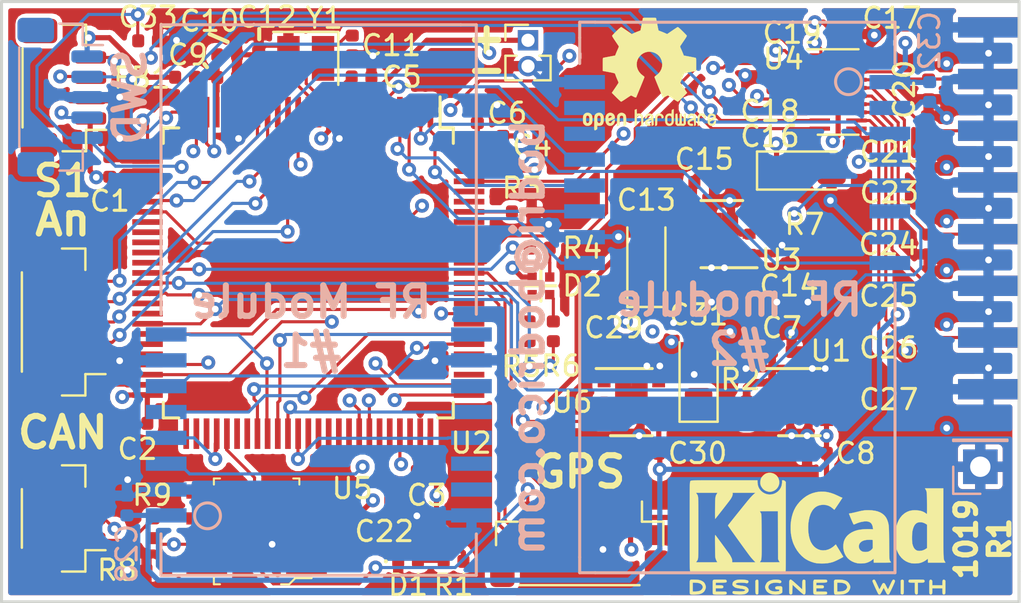
<source format=kicad_pcb>
(kicad_pcb (version 20171130) (host pcbnew "(5.0.2)-1")
  (title_block (title "SX1280 based RC receiver") (date 2019-03-09) (rev 1) (company bodrico.com) (comment 1 "Designed by bodri@bodrico.com"))
  (layers (0 F.Cu signal) (1 In1.Cu signal) (2 In2.Cu signal) (31 B.Cu signal) (34 B.Paste user hide) (35 F.Paste user hide) (36 B.SilkS user hide) (37 F.SilkS user hide) (38 B.Mask user hide) (39 F.Mask user hide) (44 Edge.Cuts user))
  (net 0 "")
  (net 1 GND)
  (net 2 "Net-(A1-Pad15)")
  (net 3 "Net-(A1-Pad14)")
  (net 4 /RF1IRQ)
  (net 5 /RF1BUSY)
  (net 6 /RF1NRESET)
  (net 7 /RF1TXEN)
  (net 8 /RF1RXEN)
  (net 9 /RF1NSS)
  (net 10 /RF1CLK)
  (net 11 /RF1MOSI)
  (net 12 /RF1MISO)
  (net 13 "/RF modules/VCCRF")
  (net 14 /RF2MISO)
  (net 15 /RF2MOSI)
  (net 16 /RF2CLK)
  (net 17 /RF2NSS)
  (net 18 /RF2RXEN)
  (net 19 /RF2TXEN)
  (net 20 /RF2NRESET)
  (net 21 /RF2BUSY)
  (net 22 /RF2IRQ)
  (net 23 "Net-(A2-Pad14)")
  (net 24 "Net-(A2-Pad15)")
  (net 25 /VCCCPU)
  (net 26 IN)
  (net 27 /VDDA)
  (net 28 "Net-(C11-Pad1)")
  (net 29 "Net-(C12-Pad1)")
  (net 30 /Connectors/VCCOUT)
  (net 31 "Net-(C17-Pad1)")
  (net 32 "Net-(C20-Pad1)")
  (net 33 "Net-(C21-Pad1)")
  (net 34 "Net-(C23-Pad1)")
  (net 35 "Net-(C24-Pad1)")
  (net 36 "Net-(C25-Pad1)")
  (net 37 "Net-(C26-Pad1)")
  (net 38 "Net-(C27-Pad1)")
  (net 39 "Net-(D1-Pad2)")
  (net 40 /VBAT)
  (net 41 /SWCLK)
  (net 42 /SWDIO)
  (net 43 /NRST)
  (net 44 /SCL)
  (net 45 /SDA)
  (net 46 "Net-(J3-Pad5)")
  (net 47 /TX1)
  (net 48 /RX1)
  (net 49 /A4)
  (net 50 /A3)
  (net 51 /A2)
  (net 52 /A1)
  (net 53 /GPSTX)
  (net 54 /GPSRX)
  (net 55 /GPSPPS)
  (net 56 /GPSEN)
  (net 57 /SPI3MISO)
  (net 58 /SPI3MOSI)
  (net 59 /SPI3CLK)
  (net 60 /SPI3NSS)
  (net 61 "Net-(J7-Pad7)")
  (net 62 "Net-(J13-Pad1)")
  (net 63 "Net-(J13-Pad2)")
  (net 64 "Net-(R2-Pad1)")
  (net 65 "Net-(R3-Pad1)")
  (net 66 "Net-(D2-Pad2)")
  (net 67 /LEDRED)
  (net 68 "Net-(D2-Pad3)")
  (net 69 /LEDGREEN)
  (net 70 /LEDBLUE)
  (net 71 "Net-(D2-Pad4)")
  (net 72 "Net-(R7-Pad1)")
  (net 73 "Net-(R8-Pad1)")
  (net 74 "Net-(U2-Pad7)")
  (net 75 "Net-(U2-Pad21)")
  (net 76 /Connectors/PWM5)
  (net 77 /Connectors/PWM6)
  (net 78 /Connectors/PWM7)
  (net 79 /Connectors/PWM8)
  (net 80 "Net-(U2-Pad29)")
  (net 81 "Net-(U2-Pad30)")
  (net 82 "Net-(U2-Pad33)")
  (net 83 "Net-(U2-Pad34)")
  (net 84 "Net-(U2-Pad35)")
  (net 85 "Net-(U2-Pad36)")
  (net 86 "Net-(U2-Pad37)")
  (net 87 "Net-(U2-Pad41)")
  (net 88 "Net-(U2-Pad42)")
  (net 89 "Net-(U2-Pad45)")
  (net 90 "Net-(U2-Pad46)")
  (net 91 /PWM3)
  (net 92 /PWM4)
  (net 93 "Net-(U2-Pad51)")
  (net 94 "Net-(U2-Pad52)")
  (net 95 "Net-(U2-Pad53)")
  (net 96 "Net-(U2-Pad56)")
  (net 97 "Net-(U2-Pad57)")
  (net 98 "Net-(U2-Pad63)")
  (net 99 "Net-(U2-Pad64)")
  (net 100 "Net-(U2-Pad65)")
  (net 101 "Net-(U2-Pad66)")
  (net 102 "Net-(U2-Pad67)")
  (net 103 /CANRX)
  (net 104 /CANTX)
  (net 105 "Net-(U2-Pad73)")
  (net 106 /PWM1)
  (net 107 "Net-(U2-Pad83)")
  (net 108 "Net-(U2-Pad85)")
  (net 109 /PWM2)
  (net 110 "Net-(U2-Pad90)")
  (net 111 "Net-(U2-Pad91)")
  (net 112 "Net-(U2-Pad96)")
  (net 113 /PWMOE)
  (net 114 /RFPOWEREN)
  (net 115 "Net-(U5-Pad5)")
  (module miscellaneous:E28-2G4M20S (layer B.Cu) (at 151.71 60.605)
    (fp_text reference A2 hide)
    (fp_text value E28-2G4M20S)
    (pad 1 smd rect (at -7.62 10.64514) (size 2 0.7) (layers B.Cu B.Paste B.Mask) (net 13 "/RF modules/VCCRF"))
    (pad 2 smd rect (at -7.62 9.37514) (size 2 0.7) (layers B.Cu B.Paste B.Mask) (net 1 GND))
    (pad 3 smd rect (at -7.62 8.10514) (size 2 0.7) (layers B.Cu B.Paste B.Mask) (net 14 /RF2MISO))
    (pad 4 smd rect (at -7.62 6.83514) (size 2 0.7) (layers B.Cu B.Paste B.Mask) (net 15 /RF2MOSI))
    (pad 5 smd rect (at -7.62 5.56514) (size 2 0.7) (layers B.Cu B.Paste B.Mask) (net 16 /RF2CLK))
    (pad 6 smd rect (at -7.62 4.29514) (size 2 0.7) (layers B.Cu B.Paste B.Mask) (net 17 /RF2NSS))
    (pad 7 smd rect (at -7.62 3.02514) (size 2 0.7) (layers B.Cu B.Paste B.Mask) (net 1 GND))
    (pad 8 smd rect (at -7.62 1.75514) (size 2 0.7) (layers B.Cu B.Paste B.Mask) (net 18 /RF2RXEN))
    (pad 9 smd rect (at 7.38124 1.75514) (size 2 0.7) (layers B.Cu B.Paste B.Mask) (net 19 /RF2TXEN))
    (pad 10 smd rect (at 7.38124 3.02514) (size 2 0.7) (layers B.Cu B.Paste B.Mask) (net 1 GND))
    (pad 11 smd rect (at 7.38124 4.29514) (size 2 0.7) (layers B.Cu B.Paste B.Mask) (net 20 /RF2NRESET))
    (pad 12 smd rect (at 7.38124 5.56514) (size 2 0.7) (layers B.Cu B.Paste B.Mask) (net 21 /RF2BUSY))
    (pad 13 smd rect (at 7.38124 6.83514) (size 2 0.7) (layers B.Cu B.Paste B.Mask) (net 22 /RF2IRQ))
    (pad 14 smd rect (at 7.38124 8.10514) (size 2 0.7) (layers B.Cu B.Paste B.Mask) (net 23 "Net-(A2-Pad14)"))
    (pad 15 smd rect (at 7.38124 9.37514) (size 2 0.7) (layers B.Cu B.Paste B.Mask) (net 24 "Net-(A2-Pad15)"))
    (pad 16 smd rect (at 7.38124 10.64514) (size 2 0.7) (layers B.Cu B.Paste B.Mask) (net 1 GND))
  )
  (module Package_QFP:LQFP-100_14x14mm_P0.5mm (layer F.Cu) (at 151.075 59.335 270)
    (fp_text reference U2 (at 8.3566 -8.001) (layer F.SilkS))
    (fp_text value STM32L476VGT6)
    (pad 100 smd rect (at -6 -7.9) (size 1.5 0.28) (layers F.Cu F.Paste F.Mask) (net 25 /VCCCPU))
    (pad 99 smd rect (at -5.5 -7.9) (size 1.5 0.28) (layers F.Cu F.Paste F.Mask) (net 1 GND))
    (pad 98 smd rect (at -5 -7.9) (size 1.5 0.28) (layers F.Cu F.Paste F.Mask) (net 114 /RFPOWEREN))
    (pad 97 smd rect (at -4.5 -7.9) (size 1.5 0.28) (layers F.Cu F.Paste F.Mask) (net 113 /PWMOE))
    (pad 96 smd rect (at -4 -7.9) (size 1.5 0.28) (layers F.Cu F.Paste F.Mask) (net 112 "Net-(U2-Pad96)"))
    (pad 95 smd rect (at -3.5 -7.9) (size 1.5 0.28) (layers F.Cu F.Paste F.Mask) (net 46 "Net-(J3-Pad5)"))
    (pad 94 smd rect (at -3 -7.9) (size 1.5 0.28) (layers F.Cu F.Paste F.Mask) (net 65 "Net-(R3-Pad1)"))
    (pad 93 smd rect (at -2.5 -7.9) (size 1.5 0.28) (layers F.Cu F.Paste F.Mask) (net 45 /SDA))
    (pad 92 smd rect (at -2 -7.9) (size 1.5 0.28) (layers F.Cu F.Paste F.Mask) (net 44 /SCL))
    (pad 91 smd rect (at -1.5 -7.9) (size 1.5 0.28) (layers F.Cu F.Paste F.Mask) (net 111 "Net-(U2-Pad91)"))
    (pad 90 smd rect (at -1 -7.9) (size 1.5 0.28) (layers F.Cu F.Paste F.Mask) (net 110 "Net-(U2-Pad90)"))
    (pad 89 smd rect (at -0.5 -7.9) (size 1.5 0.28) (layers F.Cu F.Paste F.Mask) (net 109 /PWM2))
    (pad 88 smd rect (at 0 -7.9) (size 1.5 0.28) (layers F.Cu F.Paste F.Mask) (net 55 /GPSPPS))
    (pad 87 smd rect (at 0.5 -7.9) (size 1.5 0.28) (layers F.Cu F.Paste F.Mask) (net 54 /GPSRX))
    (pad 86 smd rect (at 1 -7.9) (size 1.5 0.28) (layers F.Cu F.Paste F.Mask) (net 53 /GPSTX))
    (pad 85 smd rect (at 1.5 -7.9) (size 1.5 0.28) (layers F.Cu F.Paste F.Mask) (net 108 "Net-(U2-Pad85)"))
    (pad 84 smd rect (at 2 -7.9) (size 1.5 0.28) (layers F.Cu F.Paste F.Mask) (net 14 /RF2MISO))
    (pad 83 smd rect (at 2.5 -7.9) (size 1.5 0.28) (layers F.Cu F.Paste F.Mask) (net 107 "Net-(U2-Pad83)"))
    (pad 82 smd rect (at 3 -7.9) (size 1.5 0.28) (layers F.Cu F.Paste F.Mask) (net 16 /RF2CLK))
    (pad 81 smd rect (at 3.5 -7.9) (size 1.5 0.28) (layers F.Cu F.Paste F.Mask) (net 17 /RF2NSS))
    (pad 80 smd rect (at 4 -7.9) (size 1.5 0.28) (layers F.Cu F.Paste F.Mask) (net 58 /SPI3MOSI))
    (pad 79 smd rect (at 4.5 -7.9) (size 1.5 0.28) (layers F.Cu F.Paste F.Mask) (net 57 /SPI3MISO))
    (pad 78 smd rect (at 5 -7.9) (size 1.5 0.28) (layers F.Cu F.Paste F.Mask) (net 59 /SPI3CLK))
    (pad 77 smd rect (at 5.5 -7.9) (size 1.5 0.28) (layers F.Cu F.Paste F.Mask) (net 106 /PWM1))
    (pad 76 smd rect (at 6 -7.9) (size 1.5 0.28) (layers F.Cu F.Paste F.Mask) (net 41 /SWCLK))
    (pad 75 smd rect (at 7.9 -6 270) (size 1.5 0.28) (layers F.Cu F.Paste F.Mask) (net 25 /VCCCPU))
    (pad 74 smd rect (at 7.9 -5.5 270) (size 1.5 0.28) (layers F.Cu F.Paste F.Mask) (net 1 GND))
    (pad 73 smd rect (at 7.9 -5 270) (size 1.5 0.28) (layers F.Cu F.Paste F.Mask) (net 105 "Net-(U2-Pad73)"))
    (pad 72 smd rect (at 7.9 -4.5 270) (size 1.5 0.28) (layers F.Cu F.Paste F.Mask) (net 42 /SWDIO))
    (pad 71 smd rect (at 7.9 -4 270) (size 1.5 0.28) (layers F.Cu F.Paste F.Mask) (net 104 /CANTX))
    (pad 70 smd rect (at 7.9 -3.5 270) (size 1.5 0.28) (layers F.Cu F.Paste F.Mask) (net 103 /CANRX))
    (pad 69 smd rect (at 7.9 -3 270) (size 1.5 0.28) (layers F.Cu F.Paste F.Mask) (net 48 /RX1))
    (pad 68 smd rect (at 7.9 -2.5 270) (size 1.5 0.28) (layers F.Cu F.Paste F.Mask) (net 47 /TX1))
    (pad 67 smd rect (at 7.9 -2 270) (size 1.5 0.28) (layers F.Cu F.Paste F.Mask) (net 102 "Net-(U2-Pad67)"))
    (pad 66 smd rect (at 7.9 -1.5 270) (size 1.5 0.28) (layers F.Cu F.Paste F.Mask) (net 101 "Net-(U2-Pad66)"))
    (pad 65 smd rect (at 7.9 -1 270) (size 1.5 0.28) (layers F.Cu F.Paste F.Mask) (net 100 "Net-(U2-Pad65)"))
    (pad 64 smd rect (at 7.9 -0.5 270) (size 1.5 0.28) (layers F.Cu F.Paste F.Mask) (net 99 "Net-(U2-Pad64)"))
    (pad 63 smd rect (at 7.9 0 270) (size 1.5 0.28) (layers F.Cu F.Paste F.Mask) (net 98 "Net-(U2-Pad63)"))
    (pad 62 smd rect (at 7.9 0.5 270) (size 1.5 0.28) (layers F.Cu F.Paste F.Mask) (net 22 /RF2IRQ))
    (pad 61 smd rect (at 7.9 1 270) (size 1.5 0.28) (layers F.Cu F.Paste F.Mask) (net 21 /RF2BUSY))
    (pad 60 smd rect (at 7.9 1.5 270) (size 1.5 0.28) (layers F.Cu F.Paste F.Mask) (net 19 /RF2TXEN))
    (pad 59 smd rect (at 7.9 2 270) (size 1.5 0.28) (layers F.Cu F.Paste F.Mask) (net 18 /RF2RXEN))
    (pad 58 smd rect (at 7.9 2.5 270) (size 1.5 0.28) (layers F.Cu F.Paste F.Mask) (net 20 /RF2NRESET))
    (pad 57 smd rect (at 7.9 3 270) (size 1.5 0.28) (layers F.Cu F.Paste F.Mask) (net 97 "Net-(U2-Pad57)"))
    (pad 56 smd rect (at 7.9 3.5 270) (size 1.5 0.28) (layers F.Cu F.Paste F.Mask) (net 96 "Net-(U2-Pad56)"))
    (pad 55 smd rect (at 7.9 4 270) (size 1.5 0.28) (layers F.Cu F.Paste F.Mask) (net 56 /GPSEN))
    (pad 54 smd rect (at 7.9 4.5 270) (size 1.5 0.28) (layers F.Cu F.Paste F.Mask) (net 15 /RF2MOSI))
    (pad 53 smd rect (at 7.9 5 270) (size 1.5 0.28) (layers F.Cu F.Paste F.Mask) (net 95 "Net-(U2-Pad53)"))
    (pad 52 smd rect (at 7.9 5.5 270) (size 1.5 0.28) (layers F.Cu F.Paste F.Mask) (net 94 "Net-(U2-Pad52)"))
    (pad 51 smd rect (at 7.9 6 270) (size 1.5 0.28) (layers F.Cu F.Paste F.Mask) (net 93 "Net-(U2-Pad51)"))
    (pad 50 smd rect (at 6 7.9) (size 1.5 0.28) (layers F.Cu F.Paste F.Mask) (net 25 /VCCCPU))
    (pad 49 smd rect (at 5.5 7.9) (size 1.5 0.28) (layers F.Cu F.Paste F.Mask) (net 1 GND))
    (pad 48 smd rect (at 5 7.9) (size 1.5 0.28) (layers F.Cu F.Paste F.Mask) (net 92 /PWM4))
    (pad 47 smd rect (at 4.5 7.9) (size 1.5 0.28) (layers F.Cu F.Paste F.Mask) (net 91 /PWM3))
    (pad 46 smd rect (at 4 7.9) (size 1.5 0.28) (layers F.Cu F.Paste F.Mask) (net 90 "Net-(U2-Pad46)"))
    (pad 45 smd rect (at 3.5 7.9) (size 1.5 0.28) (layers F.Cu F.Paste F.Mask) (net 89 "Net-(U2-Pad45)"))
    (pad 44 smd rect (at 3 7.9) (size 1.5 0.28) (layers F.Cu F.Paste F.Mask) (net 10 /RF1CLK))
    (pad 43 smd rect (at 2.5 7.9) (size 1.5 0.28) (layers F.Cu F.Paste F.Mask) (net 9 /RF1NSS))
    (pad 42 smd rect (at 2 7.9) (size 1.5 0.28) (layers F.Cu F.Paste F.Mask) (net 88 "Net-(U2-Pad42)"))
    (pad 41 smd rect (at 1.5 7.9) (size 1.5 0.28) (layers F.Cu F.Paste F.Mask) (net 87 "Net-(U2-Pad41)"))
    (pad 40 smd rect (at 1 7.9) (size 1.5 0.28) (layers F.Cu F.Paste F.Mask) (net 70 /LEDBLUE))
    (pad 39 smd rect (at 0.5 7.9) (size 1.5 0.28) (layers F.Cu F.Paste F.Mask) (net 69 /LEDGREEN))
    (pad 38 smd rect (at 0 7.9) (size 1.5 0.28) (layers F.Cu F.Paste F.Mask) (net 67 /LEDRED))
    (pad 37 smd rect (at -0.5 7.9) (size 1.5 0.28) (layers F.Cu F.Paste F.Mask) (net 86 "Net-(U2-Pad37)"))
    (pad 36 smd rect (at -1 7.9) (size 1.5 0.28) (layers F.Cu F.Paste F.Mask) (net 85 "Net-(U2-Pad36)"))
    (pad 35 smd rect (at -1.5 7.9) (size 1.5 0.28) (layers F.Cu F.Paste F.Mask) (net 84 "Net-(U2-Pad35)"))
    (pad 34 smd rect (at -2 7.9) (size 1.5 0.28) (layers F.Cu F.Paste F.Mask) (net 83 "Net-(U2-Pad34)"))
    (pad 33 smd rect (at -2.5 7.9) (size 1.5 0.28) (layers F.Cu F.Paste F.Mask) (net 82 "Net-(U2-Pad33)"))
    (pad 32 smd rect (at -3 7.9) (size 1.5 0.28) (layers F.Cu F.Paste F.Mask) (net 11 /RF1MOSI))
    (pad 31 smd rect (at -3.5 7.9) (size 1.5 0.28) (layers F.Cu F.Paste F.Mask) (net 12 /RF1MISO))
    (pad 30 smd rect (at -4 7.9) (size 1.5 0.28) (layers F.Cu F.Paste F.Mask) (net 81 "Net-(U2-Pad30)"))
    (pad 29 smd rect (at -4.5 7.9) (size 1.5 0.28) (layers F.Cu F.Paste F.Mask) (net 80 "Net-(U2-Pad29)"))
    (pad 28 smd rect (at -5 7.9) (size 1.5 0.28) (layers F.Cu F.Paste F.Mask) (net 25 /VCCCPU))
    (pad 27 smd rect (at -5.5 7.9) (size 1.5 0.28) (layers F.Cu F.Paste F.Mask) (net 1 GND))
    (pad 26 smd rect (at -6 7.9) (size 1.5 0.28) (layers F.Cu F.Paste F.Mask) (net 79 /Connectors/PWM8))
    (pad 25 smd rect (at -7.9 6 270) (size 1.5 0.28) (layers F.Cu F.Paste F.Mask) (net 78 /Connectors/PWM7))
    (pad 24 smd rect (at -7.9 5.5 270) (size 1.5 0.28) (layers F.Cu F.Paste F.Mask) (net 77 /Connectors/PWM6))
    (pad 23 smd rect (at -7.9 5 270) (size 1.5 0.28) (layers F.Cu F.Paste F.Mask) (net 76 /Connectors/PWM5))
    (pad 22 smd rect (at -7.9 4.5 270) (size 1.5 0.28) (layers F.Cu F.Paste F.Mask) (net 27 /VDDA))
    (pad 21 smd rect (at -7.9 4 270) (size 1.5 0.28) (layers F.Cu F.Paste F.Mask) (net 75 "Net-(U2-Pad21)"))
    (pad 20 smd rect (at -7.9 3.5 270) (size 1.5 0.28) (layers F.Cu F.Paste F.Mask) (net 1 GND))
    (pad 19 smd rect (at -7.9 3 270) (size 1.5 0.28) (layers F.Cu F.Paste F.Mask) (net 1 GND))
    (pad 18 smd rect (at -7.9 2.5 270) (size 1.5 0.28) (layers F.Cu F.Paste F.Mask) (net 49 /A4))
    (pad 17 smd rect (at -7.9 2 270) (size 1.5 0.28) (layers F.Cu F.Paste F.Mask) (net 50 /A3))
    (pad 16 smd rect (at -7.9 1.5 270) (size 1.5 0.28) (layers F.Cu F.Paste F.Mask) (net 51 /A2))
    (pad 15 smd rect (at -7.9 1 270) (size 1.5 0.28) (layers F.Cu F.Paste F.Mask) (net 52 /A1))
    (pad 14 smd rect (at -7.9 0.5 270) (size 1.5 0.28) (layers F.Cu F.Paste F.Mask) (net 43 /NRST))
    (pad 13 smd rect (at -7.9 0 270) (size 1.5 0.28) (layers F.Cu F.Paste F.Mask) (net 29 "Net-(C12-Pad1)"))
    (pad 12 smd rect (at -7.9 -0.5 270) (size 1.5 0.28) (layers F.Cu F.Paste F.Mask) (net 28 "Net-(C11-Pad1)"))
    (pad 11 smd rect (at -7.9 -1 270) (size 1.5 0.28) (layers F.Cu F.Paste F.Mask) (net 25 /VCCCPU))
    (pad 10 smd rect (at -7.9 -1.5 270) (size 1.5 0.28) (layers F.Cu F.Paste F.Mask) (net 1 GND))
    (pad 9 smd rect (at -7.9 -2 270) (size 1.5 0.28) (layers F.Cu F.Paste F.Mask) (net 61 "Net-(J7-Pad7)"))
    (pad 8 smd rect (at -7.9 -2.5 270) (size 1.5 0.28) (layers F.Cu F.Paste F.Mask) (net 60 /SPI3NSS))
    (pad 7 smd rect (at -7.9 -3 270) (size 1.5 0.28) (layers F.Cu F.Paste F.Mask) (net 74 "Net-(U2-Pad7)"))
    (pad 6 smd rect (at -7.9 -3.5 270) (size 1.5 0.28) (layers F.Cu F.Paste F.Mask) (net 40 /VBAT))
    (pad 5 smd rect (at -7.9 -4 270) (size 1.5 0.28) (layers F.Cu F.Paste F.Mask) (net 4 /RF1IRQ))
    (pad 4 smd rect (at -7.9 -4.5 270) (size 1.5 0.28) (layers F.Cu F.Paste F.Mask) (net 5 /RF1BUSY))
    (pad 3 smd rect (at -7.9 -5 270) (size 1.5 0.28) (layers F.Cu F.Paste F.Mask) (net 7 /RF1TXEN))
    (pad 2 smd rect (at -7.9 -5.5 270) (size 1.5 0.28) (layers F.Cu F.Paste F.Mask) (net 8 /RF1RXEN))
    (pad 1 smd rect (at -7.9 -6 270) (size 1.5 0.28) (layers F.Cu F.Paste F.Mask) (net 6 /RF1NRESET))
  )
  (module miscellaneous:E28-2G4M20S (layer B.Cu) (at 172.03 60.605 180)
    (fp_text reference A1 hide)
    (fp_text value E28-2G4M20S)
    (pad 1 smd rect (at -7.62 10.64514 180) (size 2 0.7) (layers B.Cu B.Paste B.Mask) (net 13 "/RF modules/VCCRF"))
    (pad 2 smd rect (at -7.62 9.37514 180) (size 2 0.7) (layers B.Cu B.Paste B.Mask) (net 1 GND))
    (pad 3 smd rect (at -7.62 8.10514 180) (size 2 0.7) (layers B.Cu B.Paste B.Mask) (net 12 /RF1MISO))
    (pad 4 smd rect (at -7.62 6.83514 180) (size 2 0.7) (layers B.Cu B.Paste B.Mask) (net 11 /RF1MOSI))
    (pad 5 smd rect (at -7.62 5.56514 180) (size 2 0.7) (layers B.Cu B.Paste B.Mask) (net 10 /RF1CLK))
    (pad 6 smd rect (at -7.62 4.29514 180) (size 2 0.7) (layers B.Cu B.Paste B.Mask) (net 9 /RF1NSS))
    (pad 7 smd rect (at -7.62 3.02514 180) (size 2 0.7) (layers B.Cu B.Paste B.Mask) (net 1 GND))
    (pad 8 smd rect (at -7.62 1.75514 180) (size 2 0.7) (layers B.Cu B.Paste B.Mask) (net 8 /RF1RXEN))
    (pad 9 smd rect (at 7.38124 1.75514 180) (size 2 0.7) (layers B.Cu B.Paste B.Mask) (net 7 /RF1TXEN))
    (pad 10 smd rect (at 7.38124 3.02514 180) (size 2 0.7) (layers B.Cu B.Paste B.Mask) (net 1 GND))
    (pad 11 smd rect (at 7.38124 4.29514 180) (size 2 0.7) (layers B.Cu B.Paste B.Mask) (net 6 /RF1NRESET))
    (pad 12 smd rect (at 7.38124 5.56514 180) (size 2 0.7) (layers B.Cu B.Paste B.Mask) (net 5 /RF1BUSY))
    (pad 13 smd rect (at 7.38124 6.83514 180) (size 2 0.7) (layers B.Cu B.Paste B.Mask) (net 4 /RF1IRQ))
    (pad 14 smd rect (at 7.38124 8.10514 180) (size 2 0.7) (layers B.Cu B.Paste B.Mask) (net 3 "Net-(A1-Pad14)"))
    (pad 15 smd rect (at 7.38124 9.37514 180) (size 2 0.7) (layers B.Cu B.Paste B.Mask) (net 2 "Net-(A1-Pad15)"))
    (pad 16 smd rect (at 7.38124 10.64514 180) (size 2 0.7) (layers B.Cu B.Paste B.Mask) (net 1 GND))
  )
  (module Connector_JST:JST_SH_BM03B-SRSS-TB_1x03-1MP_P1.00mm_Vertical (layer F.Cu) (at 139.01 71.4 90)
    (fp_text reference J13 hide)
    (fp_text value CAN)
    (pad 1 smd roundrect (at -1 1.325 90) (size 0.6 1.55) (layers F.Cu F.Paste F.Mask) (net 62 "Net-(J13-Pad1)"))
    (pad 2 smd roundrect (at 0 1.325 90) (size 0.6 1.55) (layers F.Cu F.Paste F.Mask) (net 63 "Net-(J13-Pad2)"))
    (pad 3 smd roundrect (at 1 1.325 90) (size 0.6 1.55) (layers F.Cu F.Paste F.Mask) (net 1 GND))
    (pad MP smd roundrect (at -2.3 -1.2 90) (size 1.2 1.8) (layers F.Cu F.Paste F.Mask) (roundrect_rratio 0.208333))
    (pad MP smd roundrect (at 2.3 -1.2 90) (size 1.2 1.8) (layers F.Cu F.Paste F.Mask) (roundrect_rratio 0.208333))
  )
  (module miscellaneous:WSON-6_3x3mm_Pitch0.95mm (layer F.Cu) (at 175.205 65.685)
    (fp_text reference U1 (at 1.5494 -2.5146) (layer F.SilkS))
    (fp_text value LP38693-3.3)
    (pad 7 smd rect (at -0.4 -0.525) (size 0.8 1.05) (layers F.Cu F.Paste F.Mask) (net 1 GND))
    (pad 7 smd rect (at -0.4 0.525) (size 0.8 1.05) (layers F.Cu F.Paste F.Mask) (net 1 GND))
    (pad 7 smd rect (at 0.4 -0.525) (size 0.8 1.05) (layers F.Cu F.Paste F.Mask) (net 1 GND))
    (pad 7 smd rect (at 0.4 0.525) (size 0.8 1.05) (layers F.Cu F.Paste F.Mask) (net 1 GND))
    (pad 6 smd rect (at 1.34 -0.95) (size 0.63 0.45) (layers F.Cu F.Paste F.Mask) (net 26 IN))
    (pad 5 smd rect (at 1.34 0) (size 0.63 0.45) (layers F.Cu F.Paste F.Mask) (net 25 /VCCCPU))
    (pad 4 smd rect (at 1.34 0.95) (size 0.63 0.45) (layers F.Cu F.Paste F.Mask) (net 25 /VCCCPU))
    (pad 3 smd rect (at -1.34 0.95) (size 0.63 0.45) (layers F.Cu F.Paste F.Mask) (net 64 "Net-(R2-Pad1)"))
    (pad 2 smd rect (at -1.34 0) (size 0.63 0.45) (layers F.Cu F.Paste F.Mask) (net 1 GND))
    (pad 1 smd rect (at -1.34 -0.95) (size 0.63 0.45) (layers F.Cu F.Paste F.Mask) (net 26 IN))
  )
  (module Connector_PinHeader_2.54mm:PinHeader_1x01_P2.54mm_Vertical (layer B.Cu) (at 184.095 68.86)
    (fp_text reference J17 hide)
    (fp_text value "GND for the Servo connectors")
    (pad 1 thru_hole rect (at 0 0) (size 1.7 1.7) (drill 1) (layers *.Cu *.Mask) (net 1 GND))
  )
  (module Capacitor_SMD:C_0402_1005Metric (layer F.Cu) (at 141.321 54.128 90)
    (fp_text reference C1 (at -1.6764 0 180) (layer F.SilkS))
    (fp_text value 100nF)
    (pad 2 smd roundrect (at 0.485 0 90) (size 0.59 0.64) (layers F.Cu F.Paste F.Mask) (net 1 GND))
    (pad 1 smd roundrect (at -0.485 0 90) (size 0.59 0.64) (layers F.Cu F.Paste F.Mask) (net 25 /VCCCPU))
  )
  (module Capacitor_SMD:C_0402_1005Metric (layer F.Cu) (at 142.68 66.7264 180)
    (fp_text reference C2 (at 0 -1.27) (layer F.SilkS))
    (fp_text value 100nF)
    (pad 2 smd roundrect (at 0.485 0 180) (size 0.59 0.64) (layers F.Cu F.Paste F.Mask) (net 1 GND))
    (pad 1 smd roundrect (at -0.485 0 180) (size 0.59 0.64) (layers F.Cu F.Paste F.Mask) (net 25 /VCCCPU))
  )
  (module Capacitor_SMD:C_0402_1005Metric (layer F.Cu) (at 156.892 69.0886 180)
    (fp_text reference C3 (at 0 -1.17 180) (layer F.SilkS))
    (fp_text value 100nF)
    (pad 2 smd roundrect (at 0.485 0 180) (size 0.59 0.64) (layers F.Cu F.Paste F.Mask) (net 1 GND))
    (pad 1 smd roundrect (at -0.485 0 180) (size 0.59 0.64) (layers F.Cu F.Paste F.Mask) (net 25 /VCCCPU))
  )
  (module Capacitor_SMD:C_0402_1005Metric (layer F.Cu) (at 160.625 53.0866 270)
    (fp_text reference C4 (at 0 -1.4478) (layer F.SilkS))
    (fp_text value 100nF)
    (pad 2 smd roundrect (at 0.485 0 270) (size 0.59 0.64) (layers F.Cu F.Paste F.Mask) (net 1 GND))
    (pad 1 smd roundrect (at -0.485 0 270) (size 0.59 0.64) (layers F.Cu F.Paste F.Mask) (net 25 /VCCCPU))
  )
  (module Capacitor_SMD:C_0402_1005Metric (layer F.Cu) (at 153.691 49.7084)
    (fp_text reference C5 (at 1.9812 0) (layer F.SilkS))
    (fp_text value 100nF)
    (pad 2 smd roundrect (at 0.485 0) (size 0.59 0.64) (layers F.Cu F.Paste F.Mask) (net 1 GND))
    (pad 1 smd roundrect (at -0.485 0) (size 0.59 0.64) (layers F.Cu F.Paste F.Mask) (net 25 /VCCCPU))
  )
  (module Capacitor_SMD:C_0402_1005Metric (layer F.Cu) (at 159.381 51.4864 90)
    (fp_text reference C6 (at 0 1.4732 180) (layer F.SilkS))
    (fp_text value 4.7uF)
    (pad 2 smd roundrect (at 0.485 0 90) (size 0.59 0.64) (layers F.Cu F.Paste F.Mask) (net 1 GND))
    (pad 1 smd roundrect (at -0.485 0 90) (size 0.59 0.64) (layers F.Cu F.Paste F.Mask) (net 25 /VCCCPU))
  )
  (module Capacitor_SMD:C_0402_1005Metric (layer F.Cu) (at 174.341 63.1958)
    (fp_text reference C7 (at 0 -1.1684) (layer F.SilkS))
    (fp_text value 1uF)
    (pad 2 smd roundrect (at 0.485 0) (size 0.59 0.64) (layers F.Cu F.Paste F.Mask) (net 1 GND))
    (pad 1 smd roundrect (at -0.485 0) (size 0.59 0.64) (layers F.Cu F.Paste F.Mask) (net 26 IN))
  )
  (module Capacitor_SMD:C_0402_1005Metric (layer F.Cu) (at 176.069 68.1996 180)
    (fp_text reference C8 (at -1.905 0 180) (layer F.SilkS))
    (fp_text value 1uF)
    (pad 2 smd roundrect (at 0.485 0 180) (size 0.59 0.64) (layers F.Cu F.Paste F.Mask) (net 1 GND))
    (pad 1 smd roundrect (at -0.485 0 180) (size 0.59 0.64) (layers F.Cu F.Paste F.Mask) (net 25 /VCCCPU))
  )
  (module Capacitor_SMD:C_0402_1005Metric (layer F.Cu) (at 147.087 49.7338)
    (fp_text reference C9 (at -1.9304 -1.1176) (layer F.SilkS))
    (fp_text value 10nF)
    (pad 2 smd roundrect (at 0.485 0) (size 0.59 0.64) (layers F.Cu F.Paste F.Mask) (net 1 GND))
    (pad 1 smd roundrect (at -0.485 0) (size 0.59 0.64) (layers F.Cu F.Paste F.Mask) (net 27 /VDDA))
  )
  (module Capacitor_SMD:C_0402_1005Metric (layer F.Cu) (at 147.087 48.6162)
    (fp_text reference C10 (at -0.8636 -1.651) (layer F.SilkS))
    (fp_text value 1uF)
    (pad 2 smd roundrect (at 0.485 0) (size 0.59 0.64) (layers F.Cu F.Paste F.Mask) (net 1 GND))
    (pad 1 smd roundrect (at -0.485 0) (size 0.59 0.64) (layers F.Cu F.Paste F.Mask) (net 27 /VDDA))
  )
  (module Capacitor_SMD:C_0402_1005Metric (layer F.Cu) (at 153.234 48.159 270)
    (fp_text reference C11 (at 0 -1.9304) (layer F.SilkS))
    (fp_text value 12pF)
    (pad 2 smd roundrect (at 0.485 0 270) (size 0.59 0.64) (layers F.Cu F.Paste F.Mask) (net 1 GND))
    (pad 1 smd roundrect (at -0.485 0 270) (size 0.59 0.64) (layers F.Cu F.Paste F.Mask) (net 28 "Net-(C11-Pad1)"))
  )
  (module Capacitor_SMD:C_0402_1005Metric (layer F.Cu) (at 148.637 48.9464 90)
    (fp_text reference C12 (at 2.1844 0.4064 180) (layer F.SilkS))
    (fp_text value 12pF)
    (pad 2 smd roundrect (at 0.485 0 90) (size 0.59 0.64) (layers F.Cu F.Paste F.Mask) (net 1 GND))
    (pad 1 smd roundrect (at -0.485 0 90) (size 0.59 0.64) (layers F.Cu F.Paste F.Mask) (net 29 "Net-(C12-Pad1)"))
  )
  (module Capacitor_Tantalum_SMD:CP_EIA-3216-18_Kemet-A (layer F.Cu) (at 167.687 58.7 90)
    (fp_text reference C13 (at 2.9464 0 180) (layer F.SilkS))
    (fp_text value 10uF)
    (pad 2 smd roundrect (at 1.35 0 90) (size 1.4 1.35) (layers F.Cu F.Paste F.Mask) (roundrect_rratio 0.185185) (net 1 GND))
    (pad 1 smd roundrect (at -1.35 0 90) (size 1.4 1.35) (layers F.Cu F.Paste F.Mask) (roundrect_rratio 0.185185) (net 26 IN))
  )
  (module Capacitor_SMD:C_0402_1005Metric (layer F.Cu) (at 172.284 59.97 180)
    (fp_text reference C14 (at -2.413 0 180) (layer F.SilkS))
    (fp_text value 1uF)
    (pad 2 smd roundrect (at 0.485 0 180) (size 0.59 0.64) (layers F.Cu F.Paste F.Mask) (net 1 GND))
    (pad 1 smd roundrect (at -0.485 0 180) (size 0.59 0.64) (layers F.Cu F.Paste F.Mask) (net 26 IN))
  )
  (module Capacitor_SMD:C_0402_1005Metric (layer F.Cu) (at 170.531 54.89)
    (fp_text reference C15 (at 0 -1.143) (layer F.SilkS))
    (fp_text value 1uF)
    (pad 2 smd roundrect (at 0.485 0) (size 0.59 0.64) (layers F.Cu F.Paste F.Mask) (net 1 GND))
    (pad 1 smd roundrect (at -0.485 0) (size 0.59 0.64) (layers F.Cu F.Paste F.Mask) (net 30 /Connectors/VCCOUT))
  )
  (module Capacitor_Tantalum_SMD:CP_EIA-3216-18_Kemet-A (layer F.Cu) (at 175.434 54.3058)
    (fp_text reference C16 (at -1.6764 -1.6764) (layer F.SilkS))
    (fp_text value 10uF)
    (pad 2 smd roundrect (at 1.35 0) (size 1.4 1.35) (layers F.Cu F.Paste F.Mask) (roundrect_rratio 0.185185) (net 1 GND))
    (pad 1 smd roundrect (at -1.35 0) (size 1.4 1.35) (layers F.Cu F.Paste F.Mask) (roundrect_rratio 0.185185) (net 30 /Connectors/VCCOUT))
  )
  (module Capacitor_SMD:C_0402_1005Metric (layer F.Cu) (at 181.555 47.905 270)
    (fp_text reference C17 (at -1.0922 1.8034) (layer F.SilkS))
    (fp_text value 470pF)
    (pad 2 smd roundrect (at 0.485 0 270) (size 0.59 0.64) (layers F.Cu F.Paste F.Mask) (net 1 GND))
    (pad 1 smd roundrect (at -0.485 0 270) (size 0.59 0.64) (layers F.Cu F.Paste F.Mask) (net 31 "Net-(C17-Pad1)"))
  )
  (module Capacitor_SMD:C_0402_1005Metric (layer F.Cu) (at 174.367 50.2418 180)
    (fp_text reference C18 (at 0.6096 -1.143 180) (layer F.SilkS))
    (fp_text value 100nF)
    (pad 2 smd roundrect (at 0.485 0 180) (size 0.59 0.64) (layers F.Cu F.Paste F.Mask) (net 1 GND))
    (pad 1 smd roundrect (at -0.485 0 180) (size 0.59 0.64) (layers F.Cu F.Paste F.Mask) (net 25 /VCCCPU))
  )
  (module Capacitor_SMD:C_0402_1005Metric (layer F.Cu) (at 177.466 47.6002 180)
    (fp_text reference C19 (at 2.6162 0.0508 180) (layer F.SilkS))
    (fp_text value 100nF)
    (pad 2 smd roundrect (at 0.485 0 180) (size 0.59 0.64) (layers F.Cu F.Paste F.Mask) (net 30 /Connectors/VCCOUT))
    (pad 1 smd roundrect (at -0.485 0 180) (size 0.59 0.64) (layers F.Cu F.Paste F.Mask) (net 1 GND))
  )
  (module Capacitor_SMD:C_0402_1005Metric (layer F.Cu) (at 181.555 50.318 270)
    (fp_text reference C20 (at 0 1.1938 270) (layer F.SilkS))
    (fp_text value 470pF)
    (pad 2 smd roundrect (at 0.485 0 270) (size 0.59 0.64) (layers F.Cu F.Paste F.Mask) (net 1 GND))
    (pad 1 smd roundrect (at -0.485 0 270) (size 0.59 0.64) (layers F.Cu F.Paste F.Mask) (net 32 "Net-(C20-Pad1)"))
  )
  (module Capacitor_SMD:C_0402_1005Metric (layer F.Cu) (at 181.555 52.858 270)
    (fp_text reference C21 (at 0.5334 1.9304) (layer F.SilkS))
    (fp_text value 470pF)
    (pad 2 smd roundrect (at 0.485 0 270) (size 0.59 0.64) (layers F.Cu F.Paste F.Mask) (net 1 GND))
    (pad 1 smd roundrect (at -0.485 0 270) (size 0.59 0.64) (layers F.Cu F.Paste F.Mask) (net 33 "Net-(C21-Pad1)"))
  )
  (module Capacitor_SMD:C_0402_1005Metric (layer F.Cu) (at 152.878 72.035 90)
    (fp_text reference C22 (at 0 1.9304 180) (layer F.SilkS))
    (fp_text value 100nF)
    (pad 2 smd roundrect (at 0.485 0 90) (size 0.59 0.64) (layers F.Cu F.Paste F.Mask) (net 30 /Connectors/VCCOUT))
    (pad 1 smd roundrect (at -0.485 0 90) (size 0.59 0.64) (layers F.Cu F.Paste F.Mask) (net 1 GND))
  )
  (module Capacitor_SMD:C_0402_1005Metric (layer F.Cu) (at 181.555 55.398 270)
    (fp_text reference C23 (at 0 1.9304) (layer F.SilkS))
    (fp_text value 470pF)
    (pad 2 smd roundrect (at 0.485 0 270) (size 0.59 0.64) (layers F.Cu F.Paste F.Mask) (net 1 GND))
    (pad 1 smd roundrect (at -0.485 0 270) (size 0.59 0.64) (layers F.Cu F.Paste F.Mask) (net 34 "Net-(C23-Pad1)"))
  )
  (module Capacitor_SMD:C_0402_1005Metric (layer F.Cu) (at 181.555 57.938 270)
    (fp_text reference C24 (at 0 1.9812) (layer F.SilkS))
    (fp_text value 470pF)
    (pad 2 smd roundrect (at 0.485 0 270) (size 0.59 0.64) (layers F.Cu F.Paste F.Mask) (net 1 GND))
    (pad 1 smd roundrect (at -0.485 0 270) (size 0.59 0.64) (layers F.Cu F.Paste F.Mask) (net 35 "Net-(C24-Pad1)"))
  )
  (module Capacitor_SMD:C_0402_1005Metric (layer F.Cu) (at 181.555 60.478 270)
    (fp_text reference C25 (at 0 1.9558) (layer F.SilkS))
    (fp_text value 470pF)
    (pad 2 smd roundrect (at 0.485 0 270) (size 0.59 0.64) (layers F.Cu F.Paste F.Mask) (net 1 GND))
    (pad 1 smd roundrect (at -0.485 0 270) (size 0.59 0.64) (layers F.Cu F.Paste F.Mask) (net 36 "Net-(C25-Pad1)"))
  )
  (module Capacitor_SMD:C_0402_1005Metric (layer F.Cu) (at 181.555 63.018 270)
    (fp_text reference C26 (at 0 1.9558) (layer F.SilkS))
    (fp_text value 470pF)
    (pad 2 smd roundrect (at 0.485 0 270) (size 0.59 0.64) (layers F.Cu F.Paste F.Mask) (net 1 GND))
    (pad 1 smd roundrect (at -0.485 0 270) (size 0.59 0.64) (layers F.Cu F.Paste F.Mask) (net 37 "Net-(C26-Pad1)"))
  )
  (module Capacitor_SMD:C_0402_1005Metric (layer F.Cu) (at 181.555 65.558 270)
    (fp_text reference C27 (at 0 1.9558) (layer F.SilkS))
    (fp_text value 470pF)
    (pad 2 smd roundrect (at 0.485 0 270) (size 0.59 0.64) (layers F.Cu F.Paste F.Mask) (net 1 GND))
    (pad 1 smd roundrect (at -0.485 0 270) (size 0.59 0.64) (layers F.Cu F.Paste F.Mask) (net 38 "Net-(C27-Pad1)"))
  )
  (module Capacitor_SMD:C_0402_1005Metric (layer B.Cu) (at 142.16 70.765 270)
    (fp_text reference C28 (at 2.3622 0 270) (layer B.SilkS) (effects (justify mirror)))
    (fp_text value 100nF)
    (pad 2 smd roundrect (at 0.485 0 270) (size 0.59 0.64) (layers B.Cu B.Paste B.Mask) (net 13 "/RF modules/VCCRF"))
    (pad 1 smd roundrect (at -0.485 0 270) (size 0.59 0.64) (layers B.Cu B.Paste B.Mask) (net 1 GND))
  )
  (module Capacitor_SMD:C_0402_1005Metric (layer F.Cu) (at 166.086 63.1704)
    (fp_text reference C29 (at 0 -1.143) (layer F.SilkS))
    (fp_text value 1uF)
    (pad 2 smd roundrect (at 0.485 0) (size 0.59 0.64) (layers F.Cu F.Paste F.Mask) (net 1 GND))
    (pad 1 smd roundrect (at -0.485 0) (size 0.59 0.64) (layers F.Cu F.Paste F.Mask) (net 26 IN))
  )
  (module Capacitor_SMD:C_0402_1005Metric (layer F.Cu) (at 167.814 68.1996 180)
    (fp_text reference C30 (at -2.3876 0 180) (layer F.SilkS))
    (fp_text value 1uF)
    (pad 2 smd roundrect (at 0.485 0 180) (size 0.59 0.64) (layers F.Cu F.Paste F.Mask) (net 1 GND))
    (pad 1 smd roundrect (at -0.485 0 180) (size 0.59 0.64) (layers F.Cu F.Paste F.Mask) (net 13 "/RF modules/VCCRF"))
  )
  (module Capacitor_Tantalum_SMD:CP_EIA-3216-18_Kemet-A (layer F.Cu) (at 170.252 64.3388 90)
    (fp_text reference C31 (at 2.9464 0 180) (layer F.SilkS))
    (fp_text value 10uF)
    (pad 2 smd roundrect (at 1.35 0 90) (size 1.4 1.35) (layers F.Cu F.Paste F.Mask) (roundrect_rratio 0.185185) (net 1 GND))
    (pad 1 smd roundrect (at -1.35 0 90) (size 1.4 1.35) (layers F.Cu F.Paste F.Mask) (roundrect_rratio 0.185185) (net 13 "/RF modules/VCCRF"))
  )
  (module Capacitor_SMD:C_0402_1005Metric (layer B.Cu) (at 181.606 50.445 90)
    (fp_text reference C32 (at 2.5146 0 90) (layer B.SilkS) (effects (justify mirror)))
    (fp_text value 100nF)
    (pad 2 smd roundrect (at 0.485 0 90) (size 0.59 0.64) (layers B.Cu B.Paste B.Mask) (net 13 "/RF modules/VCCRF"))
    (pad 1 smd roundrect (at -0.485 0 90) (size 0.59 0.64) (layers B.Cu B.Paste B.Mask) (net 1 GND))
  )
  (module LED_SMD:LED_0402_1005Metric (layer F.Cu) (at 155.977 73.5082)
    (fp_text reference D1 (at 0 1.1684) (layer F.SilkS))
    (fp_text value LED)
    (pad 2 smd roundrect (at 0.485 0) (size 0.59 0.64) (layers F.Cu F.Paste F.Mask) (net 39 "Net-(D1-Pad2)"))
    (pad 1 smd roundrect (at -0.485 0) (size 0.59 0.64) (layers F.Cu F.Paste F.Mask) (net 1 GND))
  )
  (module miscellaneous:LED_Lumex-LX0404 (layer F.Cu) (at 162.505 59.97)
    (fp_text reference D2 (at 2.032 0) (layer F.SilkS))
    (fp_text value LED_ARGB)
    (pad 1 smd rect (at -0.4318 -0.4318) (size 0.4572 0.4572) (layers F.Cu F.Paste F.Mask) (net 25 /VCCCPU))
    (pad 2 smd rect (at 0.4318 -0.4318) (size 0.4572 0.4572) (layers F.Cu F.Paste F.Mask) (net 66 "Net-(D2-Pad2)"))
    (pad 3 smd rect (at -0.4318 0.4318) (size 0.4572 0.4572) (layers F.Cu F.Paste F.Mask) (net 68 "Net-(D2-Pad3)"))
    (pad 4 smd rect (at 0.4318 0.4318) (size 0.4572 0.4572) (layers F.Cu F.Paste F.Mask) (net 71 "Net-(D2-Pad4)"))
  )
  (module Inductor_SMD:L_0402_1005Metric (layer F.Cu) (at 145.017 49.7211)
    (fp_text reference FB1 (at -2.1209 0.0381) (layer F.SilkS))
    (fp_text value Ferrite_Bead)
    (pad 2 smd roundrect (at 0.485 0) (size 0.59 0.64) (layers F.Cu F.Paste F.Mask) (net 27 /VDDA))
    (pad 1 smd roundrect (at -0.485 0) (size 0.59 0.64) (layers F.Cu F.Paste F.Mask) (net 25 /VCCCPU))
  )
  (module Connector_PinHeader_1.27mm:PinHeader_1x02_P1.27mm_Vertical (layer F.Cu) (at 161.87 47.905)
    (fp_text reference J1 hide)
    (fp_text value VBAT)
    (pad 2 thru_hole oval (at 0 1.27) (size 1 1) (drill 0.65) (layers *.Cu *.Mask) (net 1 GND))
    (pad 1 thru_hole rect (at 0 0) (size 1 1) (drill 0.65) (layers *.Cu *.Mask) (net 40 /VBAT))
  )
  (module Connector_JST:JST_SH_BM05B-SRSS-TB_1x05-1MP_P1.00mm_Vertical (layer B.Cu) (at 138.883 50.699 270)
    (fp_text reference J2 hide)
    (fp_text value SWD)
    (pad MP smd roundrect (at 3.3 1.2 270) (size 1.2 1.8) (layers B.Cu B.Paste B.Mask) (roundrect_rratio 0.208333))
    (pad MP smd roundrect (at -3.3 1.2 270) (size 1.2 1.8) (layers B.Cu B.Paste B.Mask) (roundrect_rratio 0.208333))
    (pad 5 smd roundrect (at 2 -1.325 270) (size 0.6 1.55) (layers B.Cu B.Paste B.Mask) (net 43 /NRST))
    (pad 4 smd roundrect (at 1 -1.325 270) (size 0.6 1.55) (layers B.Cu B.Paste B.Mask) (net 42 /SWDIO))
    (pad 3 smd roundrect (at 0 -1.325 270) (size 0.6 1.55) (layers B.Cu B.Paste B.Mask) (net 1 GND))
    (pad 2 smd roundrect (at -1 -1.325 270) (size 0.6 1.55) (layers B.Cu B.Paste B.Mask) (net 41 /SWCLK))
    (pad 1 smd roundrect (at -2 -1.325 270) (size 0.6 1.55) (layers B.Cu B.Paste B.Mask) (net 25 /VCCCPU))
  )
  (module Connector_JST:JST_SH_BM04B-SRSS-TB_1x04-1MP_P1.00mm_Vertical (layer F.Cu) (at 139.042 50.2478 90)
    (fp_text reference J4 hide)
    (fp_text value USART1)
    (pad MP smd roundrect (at 2.8 -1.2 90) (size 1.2 1.8) (layers F.Cu F.Paste F.Mask) (roundrect_rratio 0.208333))
    (pad MP smd roundrect (at -2.8 -1.2 90) (size 1.2 1.8) (layers F.Cu F.Paste F.Mask) (roundrect_rratio 0.208333))
    (pad 4 smd roundrect (at 1.5 1.325 90) (size 0.6 1.55) (layers F.Cu F.Paste F.Mask) (net 48 /RX1))
    (pad 3 smd roundrect (at 0.5 1.325 90) (size 0.6 1.55) (layers F.Cu F.Paste F.Mask) (net 47 /TX1))
    (pad 2 smd roundrect (at -0.5 1.325 90) (size 0.6 1.55) (layers F.Cu F.Paste F.Mask) (net 1 GND))
    (pad 1 smd roundrect (at -1.5 1.325 90) (size 0.6 1.55) (layers F.Cu F.Paste F.Mask) (net 25 /VCCCPU))
  )
  (module Connector_JST:JST_SH_BM05B-SRSS-TB_1x05-1MP_P1.00mm_Vertical (layer F.Cu) (at 139.01 61.748 90)
    (fp_text reference J5 hide)
    (fp_text value "Analog input")
    (pad MP smd roundrect (at 3.3 -1.2 90) (size 1.2 1.8) (layers F.Cu F.Paste F.Mask) (roundrect_rratio 0.208333))
    (pad MP smd roundrect (at -3.3 -1.2 90) (size 1.2 1.8) (layers F.Cu F.Paste F.Mask) (roundrect_rratio 0.208333))
    (pad 5 smd roundrect (at 2 1.325 90) (size 0.6 1.55) (layers F.Cu F.Paste F.Mask) (net 49 /A4))
    (pad 4 smd roundrect (at 1 1.325 90) (size 0.6 1.55) (layers F.Cu F.Paste F.Mask) (net 50 /A3))
    (pad 3 smd roundrect (at 0 1.325 90) (size 0.6 1.55) (layers F.Cu F.Paste F.Mask) (net 51 /A2))
    (pad 2 smd roundrect (at -1 1.325 90) (size 0.6 1.55) (layers F.Cu F.Paste F.Mask) (net 52 /A1))
    (pad 1 smd roundrect (at -2 1.325 90) (size 0.6 1.55) (layers F.Cu F.Paste F.Mask) (net 1 GND))
  )
  (module Connector_JST:JST_SH_BM06B-SRSS-TB_1x06-1MP_P1.00mm_Vertical (layer F.Cu) (at 164.41 72.67 180)
    (fp_text reference J6 hide)
    (fp_text value GPS)
    (pad MP smd roundrect (at 3.8 -1.2 180) (size 1.2 1.8) (layers F.Cu F.Paste F.Mask) (roundrect_rratio 0.208333))
    (pad MP smd roundrect (at -3.8 -1.2 180) (size 1.2 1.8) (layers F.Cu F.Paste F.Mask) (roundrect_rratio 0.208333))
    (pad 6 smd roundrect (at 2.5 1.325 180) (size 0.6 1.55) (layers F.Cu F.Paste F.Mask) (net 56 /GPSEN))
    (pad 5 smd roundrect (at 1.5 1.325 180) (size 0.6 1.55) (layers F.Cu F.Paste F.Mask) (net 55 /GPSPPS))
    (pad 4 smd roundrect (at 0.5 1.325 180) (size 0.6 1.55) (layers F.Cu F.Paste F.Mask) (net 54 /GPSRX))
    (pad 3 smd roundrect (at -0.5 1.325 180) (size 0.6 1.55) (layers F.Cu F.Paste F.Mask) (net 53 /GPSTX))
    (pad 2 smd roundrect (at -1.5 1.325 180) (size 0.6 1.55) (layers F.Cu F.Paste F.Mask) (net 1 GND))
    (pad 1 smd roundrect (at -2.5 1.325 180) (size 0.6 1.55) (layers F.Cu F.Paste F.Mask) (net 25 /VCCCPU))
  )
  (module miscellaneous:PinHeader_1x03_P1.27mm_Side (layer F.Cu) (at 186 47.27)
    (fp_text reference J8 hide)
    (fp_text value Servo1)
    (pad 1 smd rect (at -1.5 0) (size 3 1) (layers F.Cu F.Paste F.Mask) (net 31 "Net-(C17-Pad1)"))
    (pad 2 smd rect (at -1.5 0) (size 3 1) (layers B.Cu F.Paste F.Mask) (net 26 IN))
  )
  (module miscellaneous:PinHeader_1x03_P1.27mm_Side (layer F.Cu) (at 186 49.81)
    (fp_text reference J9 hide)
    (fp_text value Servo2)
    (pad 1 smd rect (at -1.5 0) (size 3 1) (layers F.Cu F.Paste F.Mask) (net 32 "Net-(C20-Pad1)"))
    (pad 2 smd rect (at -1.5 0) (size 3 1) (layers B.Cu F.Paste F.Mask) (net 26 IN))
  )
  (module miscellaneous:PinHeader_1x03_P1.27mm_Side (layer F.Cu) (at 186 52.35)
    (fp_text reference J10 hide)
    (fp_text value Servo3)
    (pad 1 smd rect (at -1.5 0) (size 3 1) (layers F.Cu F.Paste F.Mask) (net 33 "Net-(C21-Pad1)"))
    (pad 2 smd rect (at -1.5 0) (size 3 1) (layers B.Cu F.Paste F.Mask) (net 26 IN))
  )
  (module miscellaneous:PinHeader_1x03_P1.27mm_Side (layer F.Cu) (at 186 54.89)
    (fp_text reference J11 hide)
    (fp_text value Servo4)
    (pad 1 smd rect (at -1.5 0) (size 3 1) (layers F.Cu F.Paste F.Mask) (net 34 "Net-(C23-Pad1)"))
    (pad 2 smd rect (at -1.5 0) (size 3 1) (layers B.Cu F.Paste F.Mask) (net 26 IN))
  )
  (module miscellaneous:PinHeader_1x03_P1.27mm_Side (layer F.Cu) (at 186 57.43)
    (fp_text reference J12 hide)
    (fp_text value Servo5)
    (pad 1 smd rect (at -1.5 0) (size 3 1) (layers F.Cu F.Paste F.Mask) (net 35 "Net-(C24-Pad1)"))
    (pad 2 smd rect (at -1.5 0) (size 3 1) (layers B.Cu F.Paste F.Mask) (net 26 IN))
  )
  (module miscellaneous:PinHeader_1x03_P1.27mm_Side (layer F.Cu) (at 186 59.97)
    (fp_text reference J14 hide)
    (fp_text value Servo6)
    (pad 1 smd rect (at -1.5 0) (size 3 1) (layers F.Cu F.Paste F.Mask) (net 36 "Net-(C25-Pad1)"))
    (pad 2 smd rect (at -1.5 0) (size 3 1) (layers B.Cu F.Paste F.Mask) (net 26 IN))
  )
  (module miscellaneous:PinHeader_1x03_P1.27mm_Side (layer F.Cu) (at 186 62.51)
    (fp_text reference J15 hide)
    (fp_text value Servo7)
    (pad 1 smd rect (at -1.5 0) (size 3 1) (layers F.Cu F.Paste F.Mask) (net 37 "Net-(C26-Pad1)"))
    (pad 2 smd rect (at -1.5 0) (size 3 1) (layers B.Cu F.Paste F.Mask) (net 26 IN))
  )
  (module miscellaneous:PinHeader_1x03_P1.27mm_Side (layer F.Cu) (at 186 65.05)
    (fp_text reference J16 hide)
    (fp_text value Servo8)
    (pad 1 smd rect (at -1.5 0) (size 3 1) (layers F.Cu F.Paste F.Mask) (net 38 "Net-(C27-Pad1)"))
    (pad 2 smd rect (at -1.5 0) (size 3 1) (layers B.Cu F.Paste F.Mask) (net 26 IN))
  )
  (module Resistor_SMD:R_0402_1005Metric (layer F.Cu) (at 158.212 73.5082 180)
    (fp_text reference R1 (at 0 -1.17 180) (layer F.SilkS))
    (fp_text value 2k2)
    (pad 2 smd roundrect (at 0.485 0 180) (size 0.59 0.64) (layers F.Cu F.Paste F.Mask) (net 39 "Net-(D1-Pad2)"))
    (pad 1 smd roundrect (at -0.485 0 180) (size 0.59 0.64) (layers F.Cu F.Paste F.Mask) (net 25 /VCCCPU))
  )
  (module Resistor_SMD:R_0402_1005Metric (layer F.Cu) (at 172.614 66.1422 90)
    (fp_text reference R2 (at 1.5748 -0.3048 180) (layer F.SilkS))
    (fp_text value 470k)
    (pad 2 smd roundrect (at 0.485 0 90) (size 0.59 0.64) (layers F.Cu F.Paste F.Mask) (net 26 IN))
    (pad 1 smd roundrect (at -0.485 0 90) (size 0.59 0.64) (layers F.Cu F.Paste F.Mask) (net 64 "Net-(R2-Pad1)"))
  )
  (module Resistor_SMD:R_0402_1005Metric (layer F.Cu) (at 161.565 56.3378)
    (fp_text reference R3 (at 0 -1.17) (layer F.SilkS))
    (fp_text value 10k)
    (pad 2 smd roundrect (at 0.485 0) (size 0.59 0.64) (layers F.Cu F.Paste F.Mask) (net 1 GND))
    (pad 1 smd roundrect (at -0.485 0) (size 0.59 0.64) (layers F.Cu F.Paste F.Mask) (net 65 "Net-(R3-Pad1)"))
  )
  (module Resistor_SMD:R_0402_1005Metric (layer F.Cu) (at 162.454 58.1158)
    (fp_text reference R4 (at 2.0828 0) (layer F.SilkS))
    (fp_text value 1k)
    (pad 2 smd roundrect (at 0.485 0) (size 0.59 0.64) (layers F.Cu F.Paste F.Mask) (net 66 "Net-(D2-Pad2)"))
    (pad 1 smd roundrect (at -0.485 0) (size 0.59 0.64) (layers F.Cu F.Paste F.Mask) (net 67 /LEDRED))
  )
  (module Resistor_SMD:R_0402_1005Metric (layer F.Cu) (at 161.921 62.2052 90)
    (fp_text reference R5 (at -1.7272 -0.381 180) (layer F.SilkS))
    (fp_text value 470)
    (pad 2 smd roundrect (at 0.485 0 90) (size 0.59 0.64) (layers F.Cu F.Paste F.Mask) (net 68 "Net-(D2-Pad3)"))
    (pad 1 smd roundrect (at -0.485 0 90) (size 0.59 0.64) (layers F.Cu F.Paste F.Mask) (net 69 /LEDGREEN))
  )
  (module Resistor_SMD:R_0402_1005Metric (layer F.Cu) (at 163.115 62.2052 90)
    (fp_text reference R6 (at -1.7018 0.381 180) (layer F.SilkS))
    (fp_text value 470)
    (pad 2 smd roundrect (at 0.485 0 90) (size 0.59 0.64) (layers F.Cu F.Paste F.Mask) (net 71 "Net-(D2-Pad4)"))
    (pad 1 smd roundrect (at -0.485 0 90) (size 0.59 0.64) (layers F.Cu F.Paste F.Mask) (net 70 /LEDBLUE))
  )
  (module Resistor_SMD:R_0402_1005Metric (layer F.Cu) (at 174.037 56.9474 270)
    (fp_text reference R7 (at 0 -1.4224) (layer F.SilkS))
    (fp_text value 470k)
    (pad 2 smd roundrect (at 0.485 0 270) (size 0.59 0.64) (layers F.Cu F.Paste F.Mask) (net 26 IN))
    (pad 1 smd roundrect (at -0.485 0 270) (size 0.59 0.64) (layers F.Cu F.Paste F.Mask) (net 72 "Net-(R7-Pad1)"))
  )
  (module Resistor_SMD:R_0402_1005Metric (layer F.Cu) (at 143.607 73.94 180)
    (fp_text reference R8 (at 1.9304 0 180) (layer F.SilkS))
    (fp_text value 4k7)
    (pad 2 smd roundrect (at 0.485 0 180) (size 0.59 0.64) (layers F.Cu F.Paste F.Mask) (net 1 GND))
    (pad 1 smd roundrect (at -0.485 0 180) (size 0.59 0.64) (layers F.Cu F.Paste F.Mask) (net 73 "Net-(R8-Pad1)"))
  )
  (module Resistor_SMD:R_0402_1005Metric (layer F.Cu) (at 143.455 71.8826 90)
    (fp_text reference R9 (at 1.6256 -0.0508 180) (layer F.SilkS))
    (fp_text value 120R)
    (pad 2 smd roundrect (at 0.485 0 90) (size 0.59 0.64) (layers F.Cu F.Paste F.Mask) (net 62 "Net-(J13-Pad1)"))
    (pad 1 smd roundrect (at -0.485 0 90) (size 0.59 0.64) (layers F.Cu F.Paste F.Mask) (net 63 "Net-(J13-Pad2)"))
  )
  (module miscellaneous:WSON-6_3x3mm_Pitch0.95mm (layer F.Cu) (at 171.395 57.43 180)
    (fp_text reference U3 (at -2.921 -1.27 180) (layer F.SilkS))
    (fp_text value LP38693-5.0)
    (pad 7 smd rect (at -0.4 -0.525 180) (size 0.8 1.05) (layers F.Cu F.Paste F.Mask) (net 1 GND))
    (pad 7 smd rect (at -0.4 0.525 180) (size 0.8 1.05) (layers F.Cu F.Paste F.Mask) (net 1 GND))
    (pad 7 smd rect (at 0.4 -0.525 180) (size 0.8 1.05) (layers F.Cu F.Paste F.Mask) (net 1 GND))
    (pad 7 smd rect (at 0.4 0.525 180) (size 0.8 1.05) (layers F.Cu F.Paste F.Mask) (net 1 GND))
    (pad 6 smd rect (at 1.34 -0.95 180) (size 0.63 0.45) (layers F.Cu F.Paste F.Mask) (net 26 IN))
    (pad 5 smd rect (at 1.34 0 180) (size 0.63 0.45) (layers F.Cu F.Paste F.Mask) (net 30 /Connectors/VCCOUT))
    (pad 4 smd rect (at 1.34 0.95 180) (size 0.63 0.45) (layers F.Cu F.Paste F.Mask) (net 30 /Connectors/VCCOUT))
    (pad 3 smd rect (at -1.34 0.95 180) (size 0.63 0.45) (layers F.Cu F.Paste F.Mask) (net 72 "Net-(R7-Pad1)"))
    (pad 2 smd rect (at -1.34 0 180) (size 0.63 0.45) (layers F.Cu F.Paste F.Mask) (net 1 GND))
    (pad 1 smd rect (at -1.34 -0.95 180) (size 0.63 0.45) (layers F.Cu F.Paste F.Mask) (net 26 IN))
  )
  (module Package_SON:USON-20_2x4mm_P0.4mm (layer F.Cu) (at 177.11 50.445)
    (fp_text reference U4 (at -2.6924 -1.6256) (layer F.SilkS))
    (fp_text value TXB0108DQSR)
    (pad 20 smd rect (at 0.9 -1.8 270) (size 0.2 1) (layers F.Cu F.Paste F.Mask) (net 31 "Net-(C17-Pad1)"))
    (pad 19 smd rect (at 0.9 -1.4 270) (size 0.2 1) (layers F.Cu F.Paste F.Mask) (net 30 /Connectors/VCCOUT))
    (pad 18 smd rect (at 0.9 -1 270) (size 0.2 1) (layers F.Cu F.Paste F.Mask) (net 32 "Net-(C20-Pad1)"))
    (pad 17 smd rect (at 0.9 -0.6 270) (size 0.2 1) (layers F.Cu F.Paste F.Mask) (net 33 "Net-(C21-Pad1)"))
    (pad 16 smd rect (at 0.9 -0.2 270) (size 0.2 1) (layers F.Cu F.Paste F.Mask) (net 34 "Net-(C23-Pad1)"))
    (pad 15 smd rect (at 0.9 0.2 270) (size 0.2 1) (layers F.Cu F.Paste F.Mask) (net 35 "Net-(C24-Pad1)"))
    (pad 14 smd rect (at 0.9 0.6 270) (size 0.2 1) (layers F.Cu F.Paste F.Mask) (net 36 "Net-(C25-Pad1)"))
    (pad 13 smd rect (at 0.9 1 270) (size 0.2 1) (layers F.Cu F.Paste F.Mask) (net 37 "Net-(C26-Pad1)"))
    (pad 12 smd rect (at 0.9 1.4 270) (size 0.2 1) (layers F.Cu F.Paste F.Mask) (net 38 "Net-(C27-Pad1)"))
    (pad 11 smd rect (at 0.9 1.8 270) (size 0.2 1) (layers F.Cu F.Paste F.Mask) (net 1 GND))
    (pad 10 smd rect (at -0.9 1.8 270) (size 0.2 1) (layers F.Cu F.Paste F.Mask) (net 79 /Connectors/PWM8))
    (pad 9 smd rect (at -0.9 1.4 270) (size 0.2 1) (layers F.Cu F.Paste F.Mask) (net 78 /Connectors/PWM7))
    (pad 8 smd rect (at -0.9 1 270) (size 0.2 1) (layers F.Cu F.Paste F.Mask) (net 77 /Connectors/PWM6))
    (pad 7 smd rect (at -0.9 0.6 270) (size 0.2 1) (layers F.Cu F.Paste F.Mask) (net 76 /Connectors/PWM5))
    (pad 6 smd rect (at -0.9 0.2 270) (size 0.2 1) (layers F.Cu F.Paste F.Mask) (net 113 /PWMOE))
    (pad 5 smd rect (at -0.9 -0.2 270) (size 0.2 1) (layers F.Cu F.Paste F.Mask) (net 25 /VCCCPU))
    (pad 4 smd rect (at -0.9 -0.6 270) (size 0.2 1) (layers F.Cu F.Paste F.Mask) (net 92 /PWM4))
    (pad 3 smd rect (at -0.9 -1 270) (size 0.2 1) (layers F.Cu F.Paste F.Mask) (net 91 /PWM3))
    (pad 2 smd rect (at -0.9 -1.4 270) (size 0.2 1) (layers F.Cu F.Paste F.Mask) (net 109 /PWM2))
    (pad 1 smd rect (at -0.85 -1.8 270) (size 0.2 1.1) (layers F.Cu F.Paste F.Mask) (net 106 /PWM1))
  )
  (module digikey-footprints:SOIC-8_W3.9mm (layer F.Cu) (at 148.535 72.035 90)
    (fp_text reference U5 (at 2.1082 4.699 180) (layer F.SilkS))
    (fp_text value MCP2551)
    (pad 3 smd rect (at 0.635 2.45 90) (size 0.6 2) (layers F.Cu F.Paste F.Mask) (net 30 /Connectors/VCCOUT))
    (pad 8 smd rect (at -1.905 -2.45 90) (size 0.6 2) (layers F.Cu F.Paste F.Mask) (net 73 "Net-(R8-Pad1)"))
    (pad 7 smd rect (at -0.635 -2.45 90) (size 0.6 2) (layers F.Cu F.Paste F.Mask) (net 63 "Net-(J13-Pad2)"))
    (pad 6 smd rect (at 0.635 -2.45 90) (size 0.6 2) (layers F.Cu F.Paste F.Mask) (net 62 "Net-(J13-Pad1)"))
    (pad 5 smd rect (at 1.905 -2.45 90) (size 0.6 2) (layers F.Cu F.Paste F.Mask) (net 115 "Net-(U5-Pad5)"))
    (pad 4 smd rect (at 1.905 2.45 90) (size 0.6 2) (layers F.Cu F.Paste F.Mask) (net 103 /CANRX))
    (pad 2 smd rect (at -0.635 2.45 90) (size 0.6 2) (layers F.Cu F.Paste F.Mask) (net 1 GND))
    (pad 1 smd rect (at -1.905 2.45 90) (size 0.6 2) (layers F.Cu F.Paste F.Mask) (net 104 /CANTX))
  )
  (module miscellaneous:WSON-6_3x3mm_Pitch0.95mm (layer F.Cu) (at 166.95 65.685)
    (fp_text reference U6 (at -2.921 0) (layer F.SilkS))
    (fp_text value LP38693SD-3.3)
    (pad 7 smd rect (at -0.4 -0.525) (size 0.8 1.05) (layers F.Cu F.Paste F.Mask) (net 1 GND))
    (pad 7 smd rect (at -0.4 0.525) (size 0.8 1.05) (layers F.Cu F.Paste F.Mask) (net 1 GND))
    (pad 7 smd rect (at 0.4 -0.525) (size 0.8 1.05) (layers F.Cu F.Paste F.Mask) (net 1 GND))
    (pad 7 smd rect (at 0.4 0.525) (size 0.8 1.05) (layers F.Cu F.Paste F.Mask) (net 1 GND))
    (pad 6 smd rect (at 1.34 -0.95) (size 0.63 0.45) (layers F.Cu F.Paste F.Mask) (net 26 IN))
    (pad 5 smd rect (at 1.34 0) (size 0.63 0.45) (layers F.Cu F.Paste F.Mask) (net 13 "/RF modules/VCCRF"))
    (pad 4 smd rect (at 1.34 0.95) (size 0.63 0.45) (layers F.Cu F.Paste F.Mask) (net 13 "/RF modules/VCCRF"))
    (pad 3 smd rect (at -1.34 0.95) (size 0.63 0.45) (layers F.Cu F.Paste F.Mask) (net 114 /RFPOWEREN))
    (pad 2 smd rect (at -1.34 0) (size 0.63 0.45) (layers F.Cu F.Paste F.Mask) (net 1 GND))
    (pad 1 smd rect (at -1.34 -0.95) (size 0.63 0.45) (layers F.Cu F.Paste F.Mask) (net 26 IN))
  )
  (module Oscillator:Oscillator_SMD_SeikoEpson_SG210-4Pin_2.5x2.0mm (layer F.Cu) (at 150.948 48.794 180)
    (fp_text reference Y1 (at -0.9144 1.9812 180) (layer F.SilkS))
    (fp_text value 16MHz)
    (pad 4 smd rect (at -0.85 -0.65 180) (size 1.1 0.9) (layers F.Cu F.Paste F.Mask) (net 1 GND))
    (pad 3 smd rect (at 0.85 -0.65 180) (size 1.1 0.9) (layers F.Cu F.Paste F.Mask) (net 29 "Net-(C12-Pad1)"))
    (pad 2 smd rect (at 0.85 0.65 180) (size 1.1 0.9) (layers F.Cu F.Paste F.Mask) (net 1 GND))
    (pad 1 smd rect (at -0.85 0.65 180) (size 1.1 0.9) (layers F.Cu F.Paste F.Mask) (net 28 "Net-(C11-Pad1)"))
  )
  (module Capacitor_SMD:C_0402_1005Metric (layer F.Cu) (at 143.201 47.9304)
    (fp_text reference C33 (at 0 -1.17) (layer F.SilkS))
    (fp_text value 100nF)
    (pad 1 smd roundrect (at -0.485 0) (size 0.59 0.64) (layers F.Cu F.Paste F.Mask) (net 43 /NRST))
    (pad 2 smd roundrect (at 0.485 0) (size 0.59 0.64) (layers F.Cu F.Paste F.Mask) (net 1 GND))
  )
  (module Symbol:KiCad-Logo2_6mm_SilkScreen (layer F.Cu) (at 176.094 72.1366)
    (fp_text reference KICADLOGO hide)
    (fp_text value KiCad-Logo2_6mm_SilkScreen hide)
  )
  (module Symbol:OSHW-Logo2_7.3x6mm_SilkScreen (layer F.Cu) (at 167.839 49.556)
    (fp_text reference OSHLOGO hide)
    (fp_text value OSHW-Logo2_7.3x6mm_SilkScreen hide)
  )
  (gr_line (start 146.2236 47.6002) (end 147.1126 47.9812) (layer F.SilkS) (width 0.2))
  (gr_line (start 148.662 47.3462) (end 148.662 47.8542) (layer F.SilkS) (width 0.2))
  (gr_line (start 145.9696 49.0734) (end 146.0966 49.2258) (layer F.SilkS) (width 0.2))
  (gr_text "1019\nR1" (at 184.222 72.416 90) (layer F.SilkS) (effects (font (size 1.016 1.016) (thickness 0.254))))
  (gr_text "SWD\n" (at 142.312 50.699 90) (layer B.SilkS) (effects (font (size 1.5 1.5) (thickness 0.3)) (justify mirror)))
  (gr_text An (at 139.01 56.7188) (layer F.SilkS) (effects (font (size 1.5 1.5) (thickness 0.3))))
  (gr_text S1 (at 139.01 54.8138) (layer F.SilkS) (effects (font (size 1.5 1.5) (thickness 0.254))))
  (gr_text - (at 159.838 49.302) (layer F.SilkS) (effects (font (size 1.5 1.5) (thickness 0.3))))
  (gr_text + (at 159.838 47.778) (layer F.SilkS) (effects (font (size 1.5 1.5) (thickness 0.3))))
  (gr_text bodri@bodrico.com (at 161.87 62.51 90) (layer B.SilkS) (effects (font (size 1.5 1.5) (thickness 0.3)) (justify mirror)))
  (gr_text "CAN\n" (at 139.01 67.1836) (layer F.SilkS) (effects (font (size 1.5 1.5) (thickness 0.3))))
  (gr_text "RF module\n#2" (at 172.2332 61.875) (layer B.SilkS) (effects (font (size 1.5 1.5) (thickness 0.3)) (justify mirror)))
  (gr_text "RF Module\n#1" (at 151.202 61.9766) (layer B.SilkS) (effects (font (size 1.5 1.5) (thickness 0.3)) (justify mirror)))
  (gr_text GPS (at 164.41 69.114) (layer F.SilkS) (effects (font (size 1.5 1.5) (thickness 0.3))))
  (gr_line (start 186 75.5) (end 186 74) (layer Edge.Cuts) (width 0.15))
  (gr_line (start 136 75.5) (end 186 75.5) (layer Edge.Cuts) (width 0.15))
  (gr_line (start 136 74) (end 136 75.5) (layer Edge.Cuts) (width 0.15))
  (gr_line (start 136 74) (end 136 46) (layer Edge.Cuts) (width 0.15))
  (gr_line (start 186 46) (end 186 74) (layer Edge.Cuts) (width 0.15))
  (gr_line (start 136 46) (end 186 46) (layer Edge.Cuts) (width 0.15))
  (segment (start 153.2364 48.644) (end 153.234 48.6416) (width 0.254) (layer F.Cu) (net 1))
  (segment (start 153.2364 48.644) (end 154.227 48.644) (width 0.254) (layer F.Cu) (net 1))
  (segment (start 154.227 48.644) (end 154.25 48.667) (width 0.254) (layer F.Cu) (net 1))
  (segment (start 153.234 48.644) (end 153.2364 48.644) (width 0.254) (layer F.Cu) (net 1))
  (segment (start 148.6382 48.4626) (end 148.954 48.1463) (width 0.254) (layer F.Cu) (net 1))
  (segment (start 148.954 48.1463) (end 150.097 48.1463) (width 0.254) (layer F.Cu) (net 1))
  (segment (start 147.572 48.6162) (end 148.484 48.6162) (width 0.254) (layer F.Cu) (net 1))
  (segment (start 148.484 48.6162) (end 148.637 48.4638) (width 0.254) (layer F.Cu) (net 1))
  (segment (start 148.637 48.4638) (end 148.6382 48.4626) (width 0.254) (layer F.Cu) (net 1))
  (segment (start 148.637 48.4614) (end 148.6382 48.4626) (width 0.254) (layer F.Cu) (net 1))
  (segment (start 142.16 70.2697) (end 142.16 69.5331) (width 0.254) (layer B.Cu) (net 1))
  (segment (start 142.16 69.5331) (end 142.198 69.495) (width 0.254) (layer B.Cu) (net 1))
  (segment (start 142.16 70.28) (end 142.16 70.2697) (width 0.254) (layer B.Cu) (net 1))
  (segment (start 142.16 70.2697) (end 142.147 70.2697) (width 0.254) (layer B.Cu) (net 1))
  (segment (start 144.09 69.9801) (end 142.836 69.9801) (width 0.254) (layer B.Cu) (net 1))
  (segment (start 142.836 69.9801) (end 142.546 70.2697) (width 0.254) (layer B.Cu) (net 1))
  (segment (start 142.546 70.2697) (end 142.16 70.2697) (width 0.254) (layer B.Cu) (net 1))
  (segment (start 159.0912 63.6301) (end 159.091 63.6301) (width 0.254) (layer B.Cu) (net 1))
  (segment (start 159.0912 71.2501) (end 159.091 71.2501) (width 0.254) (layer B.Cu) (net 1))
  (segment (start 160.6274 53.5716) (end 160.625 53.5692) (width 0.254) (layer F.Cu) (net 1))
  (segment (start 160.6274 53.5716) (end 161.568 53.5716) (width 0.254) (layer F.Cu) (net 1))
  (segment (start 161.568 53.5716) (end 161.616 53.62) (width 0.254) (layer F.Cu) (net 1))
  (segment (start 160.625 53.5716) (end 160.6274 53.5716) (width 0.254) (layer F.Cu) (net 1))
  (segment (start 152.878 72.52) (end 152.878 72.543) (width 0.254) (layer F.Cu) (net 1))
  (segment (start 156.574 67.235) (end 156.574 67.2344) (width 0.254) (layer F.Cu) (net 1))
  (segment (start 156.407 69.0886) (end 156.407 68.6686) (width 0.254) (layer F.Cu) (net 1))
  (segment (start 156.407 68.6686) (end 156.574 68.5011) (width 0.254) (layer F.Cu) (net 1))
  (segment (start 156.574 68.5011) (end 156.574 67.235) (width 0.254) (layer F.Cu) (net 1))
  (segment (start 156.575 67.235) (end 156.574 67.235) (width 0.254) (layer F.Cu) (net 1))
  (segment (start 147.57 49.7426) (end 147.572 49.7406) (width 0.254) (layer F.Cu) (net 1))
  (segment (start 147.572 49.7406) (end 147.572 49.7338) (width 0.254) (layer F.Cu) (net 1))
  (segment (start 147.57 49.7426) (end 147.57 48.6162) (width 0.254) (layer F.Cu) (net 1))
  (segment (start 147.57 48.6162) (end 147.572 48.6162) (width 0.254) (layer F.Cu) (net 1))
  (segment (start 147.575 51.435) (end 147.575 50.431) (width 0.254) (layer F.Cu) (net 1))
  (segment (start 147.575 50.431) (end 147.57 50.4258) (width 0.254) (layer F.Cu) (net 1))
  (segment (start 147.57 50.4258) (end 147.57 49.7426) (width 0.254) (layer F.Cu) (net 1))
  (segment (start 150.098 48.144) (end 150.097 48.145) (width 0.254) (layer F.Cu) (net 1))
  (segment (start 150.097 48.145) (end 150.097 48.1463) (width 0.254) (layer F.Cu) (net 1))
  (segment (start 158.975 53.835) (end 159.979 53.835) (width 0.254) (layer F.Cu) (net 1))
  (segment (start 159.979 53.835) (end 159.98 53.8359) (width 0.254) (layer F.Cu) (net 1))
  (segment (start 159.98 53.8359) (end 160.359 53.8359) (width 0.254) (layer F.Cu) (net 1))
  (segment (start 160.359 53.8359) (end 160.625 53.5692) (width 0.254) (layer F.Cu) (net 1))
  (segment (start 151.798 49.444) (end 151.898 49.444) (width 0.254) (layer F.Cu) (net 1))
  (segment (start 151.898 49.444) (end 152.7 48.6416) (width 0.254) (layer F.Cu) (net 1))
  (segment (start 152.7 48.6416) (end 153.234 48.6416) (width 0.254) (layer F.Cu) (net 1))
  (segment (start 181.5957 50.9403) (end 181.606 50.93) (width 0.254) (layer B.Cu) (net 1))
  (segment (start 181.5957 50.9403) (end 181.606 50.9403) (width 0.254) (layer B.Cu) (net 1))
  (segment (start 179.65 51.2299) (end 180.904 51.2299) (width 0.254) (layer B.Cu) (net 1))
  (segment (start 180.904 51.2299) (end 181.194 50.9403) (width 0.254) (layer B.Cu) (net 1))
  (segment (start 181.194 50.9403) (end 181.5957 50.9403) (width 0.254) (layer B.Cu) (net 1))
  (segment (start 156.409 71.273) (end 159.068 71.273) (width 0.254) (layer B.Cu) (net 1))
  (segment (start 159.068 71.273) (end 159.091 71.2501) (width 0.254) (layer B.Cu) (net 1))
  (segment (start 142.195 66.7264) (end 142.198 66.7264) (width 0.254) (layer F.Cu) (net 1))
  (segment (start 142.195 66.7264) (end 140.813 66.7264) (width 0.254) (layer F.Cu) (net 1))
  (segment (start 140.813 66.7264) (end 140.335 66.248) (width 0.254) (layer F.Cu) (net 1))
  (segment (start 140.335 66.248) (end 140.335 64.796) (width 0.254) (layer F.Cu) (net 1))
  (segment (start 143.1741 53.8359) (end 143.175 53.835) (width 0.254) (layer F.Cu) (net 1))
  (segment (start 143.1741 53.8359) (end 143.188 53.8359) (width 0.254) (layer F.Cu) (net 1))
  (segment (start 141.321 53.643) (end 141.741 53.643) (width 0.254) (layer F.Cu) (net 1))
  (segment (start 141.741 53.643) (end 141.934 53.8359) (width 0.254) (layer F.Cu) (net 1))
  (segment (start 141.934 53.8359) (end 143.1741 53.8359) (width 0.254) (layer F.Cu) (net 1))
  (segment (start 148.075 51.435) (end 148.077 51.435) (width 0.254) (layer F.Cu) (net 1))
  (segment (start 148.077 51.435) (end 148.078 51.4356) (width 0.254) (layer F.Cu) (net 1))
  (segment (start 147.575 51.435) (end 148.075 51.435) (width 0.254) (layer F.Cu) (net 1))
  (segment (start 164.6488 49.9599) (end 164.649 49.9599) (width 0.254) (layer B.Cu) (net 1))
  (segment (start 161.87 49.175) (end 162.655 49.9599) (width 0.254) (layer B.Cu) (net 1))
  (segment (start 162.655 49.9599) (end 164.6488 49.9599) (width 0.254) (layer B.Cu) (net 1))
  (segment (start 164.6488 57.5799) (end 163.518 57.5799) (width 0.254) (layer B.Cu) (net 1))
  (segment (start 163.518 57.5799) (end 162.886 56.9474) (width 0.254) (layer B.Cu) (net 1))
  (segment (start 166.315 57.557) (end 164.672 57.557) (width 0.254) (layer B.Cu) (net 1))
  (segment (start 164.672 57.557) (end 164.649 57.5799) (width 0.254) (layer B.Cu) (net 1))
  (segment (start 164.649 57.5799) (end 164.6488 57.5799) (width 0.254) (layer B.Cu) (net 1))
  (segment (start 140.335 64.796) (end 140.335 63.748) (width 0.254) (layer F.Cu) (net 1))
  (segment (start 171.016 55.779) (end 171.016 56.8836) (width 0.254) (layer F.Cu) (net 1))
  (segment (start 171.016 56.8836) (end 170.995 56.905) (width 0.254) (layer F.Cu) (net 1))
  (segment (start 171.016 54.89) (end 171.016 55.779) (width 0.254) (layer F.Cu) (net 1))
  (segment (start 176.729 55.779) (end 178.53 57.5799) (width 0.254) (layer B.Cu) (net 1))
  (segment (start 178.53 57.5799) (end 179.65 57.5799) (width 0.254) (layer B.Cu) (net 1))
  (segment (start 181.555 55.883) (end 181.555 55.906) (width 0.254) (layer F.Cu) (net 1))
  (segment (start 181.555 55.906) (end 182.444 56.795) (width 0.254) (layer F.Cu) (net 1))
  (segment (start 162.886 56.9474) (end 162.66 56.9474) (width 0.254) (layer F.Cu) (net 1))
  (segment (start 162.66 56.9474) (end 162.05 56.3378) (width 0.254) (layer F.Cu) (net 1))
  (segment (start 150.985 72.67) (end 149.297 72.67) (width 0.254) (layer F.Cu) (net 1))
  (segment (start 172.538 49.6165) (end 173.256 49.6165) (width 0.254) (layer F.Cu) (net 1))
  (segment (start 173.256 49.6165) (end 173.882 50.2418) (width 0.254) (layer F.Cu) (net 1))
  (segment (start 159.091 63.6301) (end 157.321 63.6301) (width 0.254) (layer B.Cu) (net 1))
  (segment (start 157.321 63.6301) (end 157.298 63.653) (width 0.254) (layer B.Cu) (net 1))
  (segment (start 144.09 63.6301) (end 141.827 63.6301) (width 0.254) (layer B.Cu) (net 1))
  (segment (start 141.827 63.6301) (end 141.804 63.653) (width 0.254) (layer B.Cu) (net 1))
  (segment (start 159.381 51.0014) (end 160.267 51.0014) (width 0.254) (layer F.Cu) (net 1))
  (segment (start 160.267 51.0014) (end 160.346 51.08) (width 0.254) (layer F.Cu) (net 1))
  (segment (start 141.321 53.643) (end 141.321 53.2136) (width 0.254) (layer F.Cu) (net 1))
  (segment (start 141.321 53.2136) (end 141.804 52.731) (width 0.254) (layer F.Cu) (net 1))
  (segment (start 143.686 47.9304) (end 144.573 47.9304) (width 0.254) (layer F.Cu) (net 1))
  (segment (start 144.573 47.9304) (end 144.598 47.905) (width 0.254) (layer F.Cu) (net 1))
  (segment (start 141.804 50.699) (end 140.208 50.699) (width 0.254) (layer B.Cu) (net 1))
  (segment (start 140.367 50.7478) (end 141.755 50.7478) (width 0.254) (layer F.Cu) (net 1))
  (segment (start 141.755 50.7478) (end 141.804 50.699) (width 0.254) (layer F.Cu) (net 1))
  (segment (start 143.122 73.94) (end 142.185 73.94) (width 0.254) (layer F.Cu) (net 1))
  (segment (start 171.795 57.955) (end 170.995 57.955) (width 0.254) (layer F.Cu) (net 1))
  (segment (start 167.35 65.16) (end 166.55 65.16) (width 0.254) (layer F.Cu) (net 1))
  (segment (start 167.35 66.21) (end 166.55 66.21) (width 0.254) (layer F.Cu) (net 1))
  (segment (start 167.35 66.21) (end 167.35 65.16) (width 0.254) (layer F.Cu) (net 1))
  (segment (start 175.605 66.21) (end 174.805 66.21) (width 0.254) (layer F.Cu) (net 1))
  (segment (start 174.805 65.16) (end 174.805 66.21) (width 0.254) (layer F.Cu) (net 1))
  (segment (start 175.605 66.21) (end 175.605 65.16) (width 0.254) (layer F.Cu) (net 1))
  (segment (start 171.795 57.955) (end 171.795 56.905) (width 0.254) (layer F.Cu) (net 1))
  (segment (start 170.995 56.905) (end 170.995 57.955) (width 0.254) (layer F.Cu) (net 1))
  (segment (start 176.784 54.3058) (end 176.784 55.7244) (width 0.254) (layer F.Cu) (net 1))
  (segment (start 176.784 55.7244) (end 176.729 55.779) (width 0.254) (layer F.Cu) (net 1))
  (segment (start 176.784 54.3058) (end 177.468 53.6214) (width 0.254) (layer F.Cu) (net 1))
  (segment (start 177.468 53.6214) (end 177.468 52.881) (width 0.254) (layer F.Cu) (net 1))
  (segment (start 177.468 52.881) (end 178.01 52.339) (width 0.254) (layer F.Cu) (net 1))
  (segment (start 178.01 52.339) (end 178.01 52.245) (width 0.254) (layer F.Cu) (net 1))
  (segment (start 143.175 64.835) (end 142.171 64.835) (width 0.254) (layer F.Cu) (net 1))
  (segment (start 142.171 64.835) (end 142.132 64.796) (width 0.254) (layer F.Cu) (net 1))
  (segment (start 142.132 64.796) (end 140.335 64.796) (width 0.254) (layer F.Cu) (net 1))
  (segment (start 165.91 71.345) (end 165.91 72.567) (width 0.254) (layer F.Cu) (net 1))
  (segment (start 165.91 72.567) (end 165.553 72.924) (width 0.254) (layer F.Cu) (net 1))
  (segment (start 167.687 57.35) (end 166.522 57.35) (width 0.254) (layer F.Cu) (net 1))
  (segment (start 166.522 57.35) (end 166.315 57.557) (width 0.254) (layer F.Cu) (net 1))
  (segment (start 152.575 51.435) (end 152.575 52.707) (width 0.254) (layer F.Cu) (net 1))
  (segment (start 152.575 52.707) (end 152.599 52.731) (width 0.254) (layer F.Cu) (net 1))
  (segment (start 154.176 49.7084) (end 154.176 48.7408) (width 0.254) (layer F.Cu) (net 1))
  (segment (start 154.176 48.7408) (end 154.25 48.667) (width 0.254) (layer F.Cu) (net 1))
  (segment (start 147.575 51.435) (end 147.575 52.66) (width 0.254) (layer F.Cu) (net 1))
  (segment (start 147.575 52.66) (end 147.646 52.731) (width 0.254) (layer F.Cu) (net 1))
  (segment (start 173.831 50.191) (end 173.882 50.2418) (width 0.254) (layer F.Cu) (net 1))
  (segment (start 181.606 50.93) (end 181.659 50.93) (width 0.254) (layer B.Cu) (net 1))
  (segment (start 181.659 50.93) (end 182.444 51.715) (width 0.254) (layer B.Cu) (net 1))
  (segment (start 181.555 63.503) (end 180.77 63.503) (width 0.254) (layer F.Cu) (net 1))
  (segment (start 180.77 63.503) (end 180.412 63.145) (width 0.254) (layer F.Cu) (net 1))
  (segment (start 142.182 69.511) (end 142.198 69.495) (width 0.254) (layer B.Cu) (net 1))
  (segment (start 140.335 70.4) (end 141.547 70.4) (width 0.254) (layer F.Cu) (net 1))
  (segment (start 141.547 70.4) (end 142.198 69.749) (width 0.254) (layer F.Cu) (net 1))
  (segment (start 142.198 69.749) (end 142.198 69.495) (width 0.254) (layer F.Cu) (net 1))
  (segment (start 142.198 69.495) (end 142.198 66.7264) (width 0.254) (layer F.Cu) (net 1))
  (segment (start 155.492 73.5082) (end 155.492 72.1898) (width 0.254) (layer F.Cu) (net 1))
  (segment (start 155.492 72.1898) (end 156.409 71.273) (width 0.254) (layer F.Cu) (net 1))
  (segment (start 156.407 69.0886) (end 156.407 71.2706) (width 0.254) (layer F.Cu) (net 1))
  (segment (start 156.407 71.2706) (end 156.409 71.273) (width 0.254) (layer F.Cu) (net 1))
  (segment (start 177.951 47.6002) (end 178.837 47.6002) (width 0.254) (layer F.Cu) (net 1))
  (segment (start 178.837 47.6002) (end 178.888 47.651) (width 0.254) (layer F.Cu) (net 1))
  (segment (start 181.555 66.043) (end 181.555 66.066) (width 0.254) (layer F.Cu) (net 1))
  (segment (start 181.555 66.066) (end 182.444 66.955) (width 0.254) (layer F.Cu) (net 1))
  (segment (start 181.555 60.963) (end 181.555 60.986) (width 0.254) (layer F.Cu) (net 1))
  (segment (start 181.555 60.986) (end 182.444 61.875) (width 0.254) (layer F.Cu) (net 1))
  (segment (start 181.555 58.423) (end 181.659 58.423) (width 0.254) (layer F.Cu) (net 1))
  (segment (start 181.659 58.423) (end 182.444 59.208) (width 0.254) (layer F.Cu) (net 1))
  (segment (start 181.555 53.343) (end 181.659 53.343) (width 0.254) (layer F.Cu) (net 1))
  (segment (start 181.659 53.343) (end 182.444 54.128) (width 0.254) (layer F.Cu) (net 1))
  (segment (start 181.555 50.803) (end 181.555 50.826) (width 0.254) (layer F.Cu) (net 1))
  (segment (start 181.555 50.826) (end 182.444 51.715) (width 0.254) (layer F.Cu) (net 1))
  (segment (start 181.555 48.39) (end 181.786 48.39) (width 0.254) (layer F.Cu) (net 1))
  (segment (start 181.786 48.39) (end 182.444 49.048) (width 0.254) (layer F.Cu) (net 1))
  (segment (start 171.776 55.779) (end 171.016 55.779) (width 0.254) (layer F.Cu) (net 1))
  (segment (start 175.584 68.1996) (end 175.584 67.336) (width 0.254) (layer F.Cu) (net 1))
  (segment (start 175.584 67.336) (end 175.584 66.2314) (width 0.254) (layer F.Cu) (net 1))
  (segment (start 175.584 66.2314) (end 175.605 66.21) (width 0.254) (layer F.Cu) (net 1))
  (segment (start 167.329 68.1996) (end 167.329 67.336) (width 0.254) (layer F.Cu) (net 1))
  (segment (start 167.329 67.336) (end 167.329 66.2314) (width 0.254) (layer F.Cu) (net 1))
  (segment (start 167.329 66.2314) (end 167.35 66.21) (width 0.254) (layer F.Cu) (net 1))
  (segment (start 170.07 63.1704) (end 170.252 62.9888) (width 0.254) (layer F.Cu) (net 1))
  (segment (start 171.799 62.2168) (end 174.267 62.2168) (width 0.254) (layer F.Cu) (net 1))
  (segment (start 170.252 62.9888) (end 171.027 62.9888) (width 0.254) (layer F.Cu) (net 1))
  (segment (start 171.027 62.9888) (end 171.799 62.2168) (width 0.254) (layer F.Cu) (net 1))
  (segment (start 171.799 62.2168) (end 171.799 59.97) (width 0.254) (layer F.Cu) (net 1))
  (segment (start 165.61 65.685) (end 166.025 65.685) (width 0.254) (layer F.Cu) (net 1))
  (segment (start 166.025 65.685) (end 166.55 66.21) (width 0.254) (layer F.Cu) (net 1))
  (segment (start 173.865 65.685) (end 174.28 65.685) (width 0.254) (layer F.Cu) (net 1))
  (segment (start 174.28 65.685) (end 174.805 66.21) (width 0.254) (layer F.Cu) (net 1))
  (segment (start 172.735 57.43) (end 172.32 57.43) (width 0.254) (layer F.Cu) (net 1))
  (segment (start 172.32 57.43) (end 171.795 56.905) (width 0.254) (layer F.Cu) (net 1))
  (segment (start 150.985 72.67) (end 152.751 72.67) (width 0.254) (layer F.Cu) (net 1))
  (segment (start 152.751 72.67) (end 152.878 72.543) (width 0.254) (layer F.Cu) (net 1))
  (via (at 182.444 56.795) (size 0.6858) (layers F.Cu B.Cu) (net 1))
  (via (at 162.886 56.9474) (size 0.6858) (layers F.Cu B.Cu) (net 1))
  (via (at 149.297 72.67) (size 0.6858) (layers F.Cu B.Cu) (net 1))
  (via (at 172.538 49.6165) (size 0.6858) (layers F.Cu B.Cu) (net 1))
  (via (at 157.298 63.653) (size 0.6858) (layers F.Cu B.Cu) (net 1))
  (via (at 141.804 63.653) (size 0.6858) (layers F.Cu B.Cu) (net 1))
  (via (at 160.346 51.08) (size 0.6858) (layers F.Cu B.Cu) (net 1))
  (via (at 161.616 53.62) (size 0.6858) (layers F.Cu B.Cu) (net 1))
  (via (at 141.804 52.731) (size 0.6858) (layers F.Cu B.Cu) (net 1))
  (via (at 144.598 47.905) (size 0.6858) (layers F.Cu B.Cu) (net 1))
  (via (at 141.804 50.699) (size 0.6858) (layers F.Cu B.Cu) (net 1))
  (via (at 142.185 73.94) (size 0.6858) (layers F.Cu B.Cu) (net 1))
  (via (at 176.729 55.779) (size 0.6858) (layers F.Cu B.Cu) (net 1))
  (via (at 165.553 72.924) (size 0.6858) (layers F.Cu B.Cu) (net 1))
  (via (at 166.315 57.557) (size 0.6858) (layers F.Cu B.Cu) (net 1))
  (via (at 152.599 52.731) (size 0.6858) (layers F.Cu B.Cu) (net 1))
  (via (at 154.25 48.667) (size 0.6858) (layers F.Cu B.Cu) (net 1))
  (via (at 147.646 52.731) (size 0.6858) (layers F.Cu B.Cu) (net 1))
  (via (at 180.412 63.145) (size 0.6858) (layers F.Cu B.Cu) (net 1))
  (via (at 142.198 69.495) (size 0.6858) (layers F.Cu B.Cu) (net 1))
  (via (at 156.409 71.273) (size 0.6858) (layers F.Cu B.Cu) (net 1))
  (via (at 178.888 47.651) (size 0.6858) (layers F.Cu B.Cu) (net 1))
  (via (at 182.444 66.955) (size 0.6858) (layers F.Cu B.Cu) (net 1))
  (via (at 182.444 61.875) (size 0.6858) (layers F.Cu B.Cu) (net 1))
  (via (at 182.444 59.208) (size 0.6858) (layers F.Cu B.Cu) (net 1))
  (via (at 182.444 54.128) (size 0.6858) (layers F.Cu B.Cu) (net 1))
  (via (at 182.444 51.715) (size 0.6858) (layers F.Cu B.Cu) (net 1))
  (via (at 182.444 49.048) (size 0.6858) (layers F.Cu B.Cu) (net 1))
  (via (at 171.776 55.779) (size 0.6858) (layers F.Cu B.Cu) (net 1))
  (via (at 175.584 67.336) (size 0.6858) (layers F.Cu B.Cu) (net 1))
  (via (at 167.329 67.336) (size 0.6858) (layers F.Cu B.Cu) (net 1))
  (via (at 171.799 62.2168) (size 0.6858) (layers F.Cu B.Cu) (net 1))
  (via (at 174.815824 62.271223) (size 0.6858) (drill 0.3302) (layers F.Cu B.Cu) (net 1))
  (segment (start 174.826 63.1958) (end 174.826 62.281399) (width 0.254) (layer F.Cu) (net 1))
  (segment (start 174.826 62.281399) (end 174.815824 62.271223) (width 0.254) (layer F.Cu) (net 1))
  (segment (start 174.321423 62.271223) (end 174.815824 62.271223) (width 0.254) (layer F.Cu) (net 1))
  (segment (start 174.267 62.2168) (end 174.321423 62.271223) (width 0.254) (layer F.Cu) (net 1))
  (via (at 168.9184 62.7238) (size 0.6858) (drill 0.3302) (layers F.Cu B.Cu) (net 1))
  (segment (start 168.9184 63.1704) (end 168.9184 62.7238) (width 0.254) (layer F.Cu) (net 1))
  (segment (start 168.9184 63.1704) (end 170.07 63.1704) (width 0.254) (layer F.Cu) (net 1))
  (segment (start 166.571 63.1704) (end 168.9184 63.1704) (width 0.254) (layer F.Cu) (net 1))
  (via (at 174.8239 67.336) (size 0.6858) (drill 0.3302) (layers F.Cu B.Cu) (net 1))
  (segment (start 174.805 67.3171) (end 174.8239 67.336) (width 0.254) (layer F.Cu) (net 1))
  (segment (start 174.805 66.21) (end 174.805 67.3171) (width 0.254) (layer F.Cu) (net 1))
  (segment (start 164.649 53.7699) (end 164.6488 53.7699) (width 0.1524) (layer B.Cu) (net 4))
  (segment (start 155.52 50.1897) (end 155.075 50.6347) (width 0.1524) (layer F.Cu) (net 4))
  (segment (start 155.075 50.6347) (end 155.075 51.435) (width 0.1524) (layer F.Cu) (net 4))
  (segment (start 164.6488 53.7699) (end 163.999 53.7699) (width 0.1524) (layer B.Cu) (net 4))
  (segment (start 163.999 53.7699) (end 160.419 50.1897) (width 0.1524) (layer B.Cu) (net 4))
  (segment (start 160.419 50.1897) (end 155.52 50.1897) (width 0.1524) (layer B.Cu) (net 4))
  (via (at 155.52 50.1897) (size 0.6858) (layers F.Cu B.Cu) (net 4))
  (segment (start 164.649 55.0399) (end 164.6488 55.0399) (width 0.1524) (layer B.Cu) (net 5))
  (segment (start 155.456 53.239) (end 155.647 53.0485) (width 0.1524) (layer F.Cu) (net 5))
  (segment (start 155.647 53.0485) (end 155.575 52.9765) (width 0.1524) (layer F.Cu) (net 5))
  (segment (start 155.575 52.9765) (end 155.575 51.435) (width 0.1524) (layer F.Cu) (net 5))
  (segment (start 164.6488 55.0399) (end 158.802 55.0399) (width 0.1524) (layer B.Cu) (net 5))
  (segment (start 158.802 55.0399) (end 157.445 53.6835) (width 0.1524) (layer B.Cu) (net 5))
  (segment (start 157.445 53.6835) (end 155.901 53.6835) (width 0.1524) (layer B.Cu) (net 5))
  (segment (start 155.901 53.6835) (end 155.456 53.239) (width 0.1524) (layer B.Cu) (net 5))
  (via (at 155.456 53.239) (size 0.6858) (layers F.Cu B.Cu) (net 5))
  (segment (start 164.6488 56.3099) (end 164.649 56.3099) (width 0.1524) (layer B.Cu) (net 6))
  (segment (start 157.298 54.382) (end 159.226 56.3099) (width 0.1524) (layer B.Cu) (net 6))
  (segment (start 159.226 56.3099) (end 164.6488 56.3099) (width 0.1524) (layer B.Cu) (net 6))
  (segment (start 157.075 51.435) (end 157.075 52.3607) (width 0.1524) (layer F.Cu) (net 6))
  (segment (start 157.075 52.3607) (end 157.298 52.5837) (width 0.1524) (layer F.Cu) (net 6))
  (segment (start 157.298 52.5837) (end 157.298 54.382) (width 0.1524) (layer F.Cu) (net 6))
  (via (at 157.298 54.382) (size 0.6858) (layers F.Cu B.Cu) (net 6))
  (segment (start 164.6488 58.8499) (end 163.496 58.8499) (width 0.1524) (layer B.Cu) (net 7))
  (segment (start 163.496 58.8499) (end 161.314 56.668) (width 0.1524) (layer B.Cu) (net 7))
  (segment (start 161.314 56.668) (end 158.441 56.668) (width 0.1524) (layer B.Cu) (net 7))
  (segment (start 158.441 56.668) (end 156.028 54.255) (width 0.1524) (layer B.Cu) (net 7))
  (segment (start 164.649 58.8499) (end 164.6488 58.8499) (width 0.1524) (layer B.Cu) (net 7))
  (segment (start 156.028 54.255) (end 156.028 51.482) (width 0.1524) (layer F.Cu) (net 7))
  (segment (start 156.028 51.482) (end 156.075 51.435) (width 0.1524) (layer F.Cu) (net 7))
  (via (at 156.028 54.255) (size 0.6858) (layers F.Cu B.Cu) (net 7))
  (segment (start 179.65 58.8499) (end 174.001 58.8499) (width 0.1524) (layer B.Cu) (net 8))
  (segment (start 163.36 54.3485) (end 162.759 53.747) (width 0.1524) (layer B.Cu) (net 8))
  (segment (start 162.759 53.747) (end 162.759 53.0282) (width 0.1524) (layer B.Cu) (net 8))
  (segment (start 162.759 53.0282) (end 161.763 52.0325) (width 0.1524) (layer B.Cu) (net 8))
  (segment (start 161.763 52.0325) (end 157.298 52.0325) (width 0.1524) (layer B.Cu) (net 8))
  (segment (start 157.298 52.0325) (end 156.942 52.3881) (width 0.1524) (layer B.Cu) (net 8))
  (segment (start 156.942 52.3881) (end 156.6 52.731) (width 0.1524) (layer B.Cu) (net 8))
  (segment (start 156.6 52.731) (end 156.6 51.4595) (width 0.1524) (layer F.Cu) (net 8))
  (segment (start 156.6 51.4595) (end 156.575 51.435) (width 0.1524) (layer F.Cu) (net 8))
  (via (at 156.6 52.731) (size 0.6858) (layers F.Cu B.Cu) (net 8))
  (segment (start 169.5 54.3485) (end 163.36 54.3485) (width 0.1524) (layer B.Cu) (net 8))
  (segment (start 174.001 58.8499) (end 169.5 54.3485) (width 0.1524) (layer B.Cu) (net 8))
  (segment (start 146.503 61.113) (end 145.781 61.835) (width 0.1524) (layer F.Cu) (net 9))
  (segment (start 145.781 61.835) (end 143.175 61.835) (width 0.1524) (layer F.Cu) (net 9))
  (segment (start 179.65 56.3099) (end 180.3 56.3099) (width 0.1524) (layer B.Cu) (net 9))
  (segment (start 180.3 56.3099) (end 181.174 57.1839) (width 0.1524) (layer B.Cu) (net 9))
  (segment (start 181.174 57.1839) (end 181.174 59.0873) (width 0.1524) (layer B.Cu) (net 9))
  (segment (start 181.174 59.0873) (end 180.833 59.4285) (width 0.1524) (layer B.Cu) (net 9))
  (segment (start 180.833 59.4285) (end 178.467 59.4285) (width 0.1524) (layer B.Cu) (net 9))
  (segment (start 178.467 59.4285) (end 172.807 65.0881) (width 0.1524) (layer B.Cu) (net 9))
  (segment (start 172.807 65.0881) (end 161.845 65.0881) (width 0.1524) (layer B.Cu) (net 9))
  (segment (start 161.845 65.0881) (end 161.057 64.3) (width 0.1524) (layer B.Cu) (net 9))
  (segment (start 161.057 64.3) (end 161.057 60.9599) (width 0.1524) (layer B.Cu) (net 9))
  (segment (start 161.057 60.9599) (end 160.74 60.6431) (width 0.1524) (layer B.Cu) (net 9))
  (segment (start 160.74 60.6431) (end 146.973 60.6431) (width 0.1524) (layer B.Cu) (net 9))
  (segment (start 146.973 60.6431) (end 146.503 61.113) (width 0.1524) (layer B.Cu) (net 9))
  (via (at 146.503 61.113) (size 0.6858) (layers F.Cu B.Cu) (net 9))
  (segment (start 143.175 62.335) (end 148.3178 62.335) (width 0.1524) (layer F.Cu) (net 10))
  (segment (start 148.3178 62.335) (end 149.5206 61.1322) (width 0.1524) (layer F.Cu) (net 10))
  (segment (start 149.5206 61.1322) (end 156.4043 61.1322) (width 0.1524) (layer F.Cu) (net 10))
  (segment (start 156.4043 61.1322) (end 156.4935 61.2214) (width 0.1524) (layer F.Cu) (net 10))
  (segment (start 174.9533 56.4144) (end 176.3278 55.0399) (width 0.1524) (layer B.Cu) (net 10))
  (segment (start 176.3278 55.0399) (end 179.65 55.0399) (width 0.1524) (layer B.Cu) (net 10))
  (via (at 174.9533 56.4144) (size 0.6858) (layers F.Cu B.Cu) (net 10))
  (via (at 166.6808 61.7245) (size 0.6858) (layers F.Cu B.Cu) (net 10))
  (via (at 156.4935 61.2214) (size 0.6858) (layers F.Cu B.Cu) (net 10))
  (segment (start 156.663 56.033) (end 154.821 57.8745) (width 0.1524) (layer F.Cu) (net 11))
  (segment (start 154.821 57.8745) (end 145.617 57.8745) (width 0.1524) (layer F.Cu) (net 11))
  (segment (start 145.617 57.8745) (end 144.077 56.335) (width 0.1524) (layer F.Cu) (net 11))
  (segment (start 144.077 56.335) (end 143.175 56.335) (width 0.1524) (layer F.Cu) (net 11))
  (segment (start 163.902 48.667) (end 162.665 49.9036) (width 0.1524) (layer F.Cu) (net 11))
  (segment (start 162.665 49.9036) (end 159.49 49.9036) (width 0.1524) (layer F.Cu) (net 11))
  (segment (start 159.49 49.9036) (end 158.06 51.334) (width 0.1524) (layer F.Cu) (net 11))
  (segment (start 179.65 53.7699) (end 178.23 53.7699) (width 0.1524) (layer B.Cu) (net 11))
  (segment (start 178.23 53.7699) (end 178.126 53.874) (width 0.1524) (layer B.Cu) (net 11))
  (via (at 156.663 56.033) (size 0.6858) (layers F.Cu B.Cu) (net 11))
  (via (at 158.06 51.334) (size 0.6858) (layers F.Cu B.Cu) (net 11))
  (via (at 163.902 48.667) (size 0.6858) (layers F.Cu B.Cu) (net 11))
  (via (at 178.126 53.874) (size 0.6858) (layers F.Cu B.Cu) (net 11))
  (segment (start 144.598 55.779) (end 143.231 55.779) (width 0.1524) (layer F.Cu) (net 12))
  (segment (start 143.231 55.779) (end 143.175 55.835) (width 0.1524) (layer F.Cu) (net 12))
  (segment (start 179.65 52.4999) (end 178.498 52.4999) (width 0.1524) (layer B.Cu) (net 12))
  (segment (start 178.498 52.4999) (end 177.919 51.9213) (width 0.1524) (layer B.Cu) (net 12))
  (segment (start 161.163 49.6182) (end 151.605 49.6182) (width 0.1524) (layer B.Cu) (net 12))
  (segment (start 151.605 49.6182) (end 145.444 55.779) (width 0.1524) (layer B.Cu) (net 12))
  (segment (start 145.444 55.779) (end 144.598 55.779) (width 0.1524) (layer B.Cu) (net 12))
  (via (at 144.598 55.779) (size 0.6858) (layers F.Cu B.Cu) (net 12))
  (segment (start 170.459839 51.808461) (end 170.572678 51.9213) (width 0.1524) (layer B.Cu) (net 12))
  (segment (start 163.353261 51.808461) (end 170.459839 51.808461) (width 0.1524) (layer B.Cu) (net 12))
  (segment (start 161.163 49.6182) (end 163.353261 51.808461) (width 0.1524) (layer B.Cu) (net 12))
  (segment (start 170.572678 51.9213) (end 177.919 51.9213) (width 0.1524) (layer B.Cu) (net 12))
  (segment (start 168.296 65.685) (end 170.252 65.685) (width 0.254) (layer F.Cu) (net 13))
  (segment (start 168.296 66.635) (end 168.296 65.685) (width 0.254) (layer F.Cu) (net 13))
  (segment (start 168.29 65.685) (end 168.296 65.685) (width 0.254) (layer F.Cu) (net 13))
  (segment (start 168.299 68.1996) (end 168.299 67.7796) (width 0.254) (layer F.Cu) (net 13))
  (segment (start 168.299 67.7796) (end 168.296 67.7772) (width 0.254) (layer F.Cu) (net 13))
  (segment (start 168.296 67.7772) (end 168.296 66.635) (width 0.254) (layer F.Cu) (net 13))
  (segment (start 168.29 66.635) (end 168.296 66.635) (width 0.254) (layer F.Cu) (net 13))
  (segment (start 142.16 71.25) (end 142.161 71.249) (width 0.254) (layer B.Cu) (net 13))
  (segment (start 142.161 71.249) (end 142.161 71.2488) (width 0.254) (layer B.Cu) (net 13))
  (segment (start 181.606 49.9751) (end 181.657 49.9751) (width 0.254) (layer B.Cu) (net 13))
  (segment (start 179.65 49.9599) (end 180.904 49.9599) (width 0.254) (layer B.Cu) (net 13))
  (segment (start 180.904 49.9599) (end 180.919 49.9751) (width 0.254) (layer B.Cu) (net 13))
  (segment (start 180.919 49.9751) (end 181.606 49.9751) (width 0.254) (layer B.Cu) (net 13))
  (segment (start 181.606 49.96) (end 181.606 49.9751) (width 0.254) (layer B.Cu) (net 13))
  (segment (start 170.252 65.6888) (end 170.252 65.685) (width 0.254) (layer F.Cu) (net 13))
  (segment (start 142.161 71.2488) (end 142.16 71.2476) (width 0.254) (layer B.Cu) (net 13))
  (segment (start 144.09 71.2501) (end 142.162 71.2501) (width 0.254) (layer B.Cu) (net 13))
  (segment (start 142.162 71.2501) (end 142.161 71.2488) (width 0.254) (layer B.Cu) (net 13))
  (segment (start 180.412 48.032) (end 180.412 49.1979) (width 0.254) (layer B.Cu) (net 13))
  (segment (start 180.412 49.1979) (end 179.65 49.9599) (width 0.254) (layer B.Cu) (net 13))
  (segment (start 168.347 68.987) (end 176.221 68.987) (width 0.254) (layer B.Cu) (net 13))
  (segment (start 176.221 68.987) (end 179.142 66.066) (width 0.254) (layer B.Cu) (net 13))
  (segment (start 179.142 66.066) (end 179.142 62.256) (width 0.254) (layer B.Cu) (net 13))
  (segment (start 179.142 62.256) (end 180.031 61.367) (width 0.254) (layer B.Cu) (net 13))
  (segment (start 168.347 68.987) (end 168.347 68.248) (width 0.254) (layer F.Cu) (net 13))
  (segment (start 168.347 68.248) (end 168.299 68.1996) (width 0.254) (layer F.Cu) (net 13))
  (segment (start 144.09 71.2501) (end 143.605 71.2501) (width 0.254) (layer B.Cu) (net 13))
  (segment (start 143.605 71.2501) (end 143.201 71.654) (width 0.254) (layer B.Cu) (net 13))
  (segment (start 143.201 71.654) (end 143.201 73.94) (width 0.254) (layer B.Cu) (net 13))
  (segment (start 143.201 73.94) (end 143.696 74.4353) (width 0.254) (layer B.Cu) (net 13))
  (segment (start 143.696 74.4353) (end 166.836 74.4353) (width 0.254) (layer B.Cu) (net 13))
  (segment (start 166.836 74.4353) (end 168.347 72.924) (width 0.254) (layer B.Cu) (net 13))
  (segment (start 168.347 72.924) (end 168.347 68.987) (width 0.254) (layer B.Cu) (net 13))
  (via (at 180.412 48.032) (size 0.6858) (layers F.Cu B.Cu) (net 13))
  (via (at 180.031 61.367) (size 0.6858) (layers F.Cu B.Cu) (net 13))
  (via (at 168.347 68.987) (size 0.6858) (layers F.Cu B.Cu) (net 13))
  (segment (start 144.09 68.7101) (end 144.74 68.7101) (width 0.1524) (layer B.Cu) (net 14))
  (segment (start 144.74 68.7101) (end 145.242 69.2125) (width 0.1524) (layer B.Cu) (net 14))
  (segment (start 145.242 69.2125) (end 153.389 69.2125) (width 0.1524) (layer B.Cu) (net 14))
  (segment (start 153.389 69.2125) (end 153.742 68.86) (width 0.1524) (layer B.Cu) (net 14))
  (via (at 153.742 68.86) (size 0.6858) (layers F.Cu B.Cu) (net 14))
  (via (at 157.6028 61.3289) (size 0.6858) (drill 0.3302) (layers F.Cu B.Cu) (net 14))
  (segment (start 158.975 61.335) (end 157.6089 61.335) (width 0.1524) (layer F.Cu) (net 14))
  (segment (start 157.6089 61.335) (end 157.6028 61.3289) (width 0.1524) (layer F.Cu) (net 14))
  (segment (start 146.503 68.098) (end 146.575 68.026) (width 0.1524) (layer F.Cu) (net 15))
  (segment (start 146.575 68.026) (end 146.575 67.235) (width 0.1524) (layer F.Cu) (net 15))
  (segment (start 146.503 68.098) (end 146.503 67.717) (width 0.1524) (layer F.Cu) (net 15))
  (segment (start 146.503 68.479) (end 146.503 68.098) (width 0.1524) (layer F.Cu) (net 15))
  (segment (start 144.09 67.4401) (end 145.464 67.4401) (width 0.1524) (layer B.Cu) (net 15))
  (segment (start 145.464 67.4401) (end 146.503 68.479) (width 0.1524) (layer B.Cu) (net 15))
  (via (at 146.503 68.479) (size 0.6858) (layers F.Cu B.Cu) (net 15))
  (segment (start 150.882 65.4716) (end 150.778 65.3675) (width 0.1524) (layer B.Cu) (net 16))
  (segment (start 150.778 65.3675) (end 148.936 65.3675) (width 0.1524) (layer B.Cu) (net 16))
  (segment (start 148.936 65.3675) (end 148.134 66.1701) (width 0.1524) (layer B.Cu) (net 16))
  (segment (start 148.134 66.1701) (end 144.09 66.1701) (width 0.1524) (layer B.Cu) (net 16))
  (segment (start 158.975 62.335) (end 154.018 62.335) (width 0.1524) (layer F.Cu) (net 16))
  (segment (start 154.018 62.335) (end 150.882 65.4716) (width 0.1524) (layer F.Cu) (net 16))
  (via (at 150.882 65.4716) (size 0.6858) (layers F.Cu B.Cu) (net 16))
  (segment (start 156.409 63.018) (end 156.894 63.018) (width 0.1524) (layer F.Cu) (net 17))
  (segment (start 156.894 63.018) (end 157.077 62.835) (width 0.1524) (layer F.Cu) (net 17))
  (segment (start 157.077 62.835) (end 158.975 62.835) (width 0.1524) (layer F.Cu) (net 17))
  (segment (start 144.09 64.9001) (end 144.74 64.9001) (width 0.1524) (layer B.Cu) (net 17))
  (segment (start 144.74 64.9001) (end 145.242 64.3977) (width 0.1524) (layer B.Cu) (net 17))
  (segment (start 145.242 64.3977) (end 155.029 64.3977) (width 0.1524) (layer B.Cu) (net 17))
  (segment (start 155.029 64.3977) (end 156.409 63.018) (width 0.1524) (layer B.Cu) (net 17))
  (via (at 156.409 63.018) (size 0.6858) (layers F.Cu B.Cu) (net 17))
  (segment (start 149.043 63.78) (end 149.043 67.203) (width 0.1524) (layer F.Cu) (net 18))
  (segment (start 149.043 67.203) (end 149.075 67.235) (width 0.1524) (layer F.Cu) (net 18))
  (segment (start 144.09 62.3601) (end 145.242 62.3601) (width 0.1524) (layer B.Cu) (net 18))
  (segment (start 145.242 62.3601) (end 145.265 62.383) (width 0.1524) (layer B.Cu) (net 18))
  (segment (start 145.265 62.383) (end 147.646 62.383) (width 0.1524) (layer B.Cu) (net 18))
  (segment (start 147.646 62.383) (end 149.043 63.78) (width 0.1524) (layer B.Cu) (net 18))
  (via (at 149.043 63.78) (size 0.6858) (layers F.Cu B.Cu) (net 18))
  (segment (start 159.091 62.3601) (end 159.0912 62.3601) (width 0.1524) (layer B.Cu) (net 19))
  (segment (start 159.091 62.3601) (end 149.955 62.3601) (width 0.1524) (layer B.Cu) (net 19))
  (segment (start 149.955 62.3601) (end 149.678 62.637) (width 0.1524) (layer B.Cu) (net 19))
  (segment (start 149.678 62.637) (end 149.678 65.6012) (width 0.1524) (layer F.Cu) (net 19))
  (segment (start 149.678 65.6012) (end 149.575 65.7042) (width 0.1524) (layer F.Cu) (net 19))
  (segment (start 149.575 65.7042) (end 149.575 67.235) (width 0.1524) (layer F.Cu) (net 19))
  (via (at 149.678 62.637) (size 0.6858) (layers F.Cu B.Cu) (net 19))
  (segment (start 159.091 64.9001) (end 159.0912 64.9001) (width 0.1524) (layer B.Cu) (net 20))
  (segment (start 159.091 64.9001) (end 148.558 64.9001) (width 0.1524) (layer B.Cu) (net 20))
  (segment (start 148.558 64.9001) (end 148.408 65.05) (width 0.1524) (layer B.Cu) (net 20))
  (segment (start 148.408 65.05) (end 148.408 65.5349) (width 0.1524) (layer F.Cu) (net 20))
  (segment (start 148.408 65.5349) (end 148.575 65.7019) (width 0.1524) (layer F.Cu) (net 20))
  (segment (start 148.575 65.7019) (end 148.575 67.235) (width 0.1524) (layer F.Cu) (net 20))
  (via (at 148.408 65.05) (size 0.6858) (layers F.Cu B.Cu) (net 20))
  (segment (start 159.091 66.1701) (end 159.0912 66.1701) (width 0.1524) (layer B.Cu) (net 21))
  (segment (start 159.091 66.1701) (end 150.417 66.1701) (width 0.1524) (layer B.Cu) (net 21))
  (segment (start 150.417 66.1701) (end 150.186 65.939) (width 0.1524) (layer B.Cu) (net 21))
  (segment (start 150.075 67.235) (end 150.075 66.05) (width 0.1524) (layer F.Cu) (net 21))
  (segment (start 150.075 66.05) (end 150.186 65.939) (width 0.1524) (layer F.Cu) (net 21))
  (via (at 150.186 65.939) (size 0.6858) (layers F.Cu B.Cu) (net 21))
  (segment (start 159.091 67.4401) (end 159.0912 67.4401) (width 0.1524) (layer B.Cu) (net 22))
  (segment (start 159.091 67.4401) (end 157.939 67.4401) (width 0.1524) (layer B.Cu) (net 22))
  (segment (start 157.939 67.4401) (end 157.916 67.463) (width 0.1524) (layer B.Cu) (net 22))
  (segment (start 157.916 67.463) (end 151.583 67.463) (width 0.1524) (layer B.Cu) (net 22))
  (segment (start 151.583 67.463) (end 150.567 68.479) (width 0.1524) (layer B.Cu) (net 22))
  (segment (start 150.567 68.479) (end 150.567 67.243) (width 0.1524) (layer F.Cu) (net 22))
  (segment (start 150.567 67.243) (end 150.575 67.235) (width 0.1524) (layer F.Cu) (net 22))
  (via (at 150.567 68.479) (size 0.6858) (layers F.Cu B.Cu) (net 22))
  (segment (start 176.538 65.685) (end 176.538 65.6723) (width 0.254) (layer F.Cu) (net 25))
  (segment (start 176.538 66.6078) (end 176.538 65.685) (width 0.254) (layer F.Cu) (net 25))
  (segment (start 176.545 65.685) (end 176.538 65.685) (width 0.254) (layer F.Cu) (net 25))
  (segment (start 176.538 67.336) (end 176.538 66.6078) (width 0.254) (layer F.Cu) (net 25))
  (segment (start 176.545 66.635) (end 176.545 66.6148) (width 0.254) (layer F.Cu) (net 25))
  (segment (start 176.545 66.6148) (end 176.538 66.6078) (width 0.254) (layer F.Cu) (net 25))
  (segment (start 157.374 69.0886) (end 157.374 68.5425) (width 0.254) (layer F.Cu) (net 25))
  (segment (start 157.374 68.5425) (end 157.057 68.225) (width 0.254) (layer F.Cu) (net 25))
  (segment (start 157.057 68.225) (end 157.057 67.2471) (width 0.254) (layer F.Cu) (net 25))
  (segment (start 157.374 70.257) (end 157.374 69.0886) (width 0.254) (layer F.Cu) (net 25))
  (segment (start 157.377 69.0886) (end 157.374 69.0886) (width 0.254) (layer F.Cu) (net 25))
  (segment (start 153.206 49.7084) (end 153.209 49.7114) (width 0.254) (layer F.Cu) (net 25))
  (segment (start 153.209 49.7114) (end 153.209 49.7211) (width 0.254) (layer F.Cu) (net 25))
  (segment (start 159.381 51.9714) (end 159.381 51.9944) (width 0.254) (layer F.Cu) (net 25))
  (segment (start 176.538 68.1996) (end 176.538 67.336) (width 0.254) (layer F.Cu) (net 25))
  (segment (start 166.91 71.345) (end 167.31 71.345) (width 0.254) (layer F.Cu) (net 25))
  (segment (start 167.31 71.345) (end 167.314 71.3492) (width 0.254) (layer F.Cu) (net 25))
  (segment (start 167.314 71.3492) (end 175.027 71.3492) (width 0.254) (layer F.Cu) (net 25))
  (segment (start 175.027 71.3492) (end 176.538 69.8379) (width 0.254) (layer F.Cu) (net 25))
  (segment (start 176.538 69.8379) (end 176.538 68.1996) (width 0.254) (layer F.Cu) (net 25))
  (segment (start 176.554 68.1996) (end 176.538 68.1996) (width 0.254) (layer F.Cu) (net 25))
  (segment (start 143.17 65.335) (end 143.1705 65.3345) (width 0.254) (layer F.Cu) (net 25))
  (segment (start 143.175 65.335) (end 143.17 65.335) (width 0.254) (layer F.Cu) (net 25))
  (segment (start 140.356 51.7478) (end 140.356 51.7404) (width 0.254) (layer F.Cu) (net 25))
  (segment (start 140.367 51.7478) (end 140.356 51.7478) (width 0.254) (layer F.Cu) (net 25))
  (segment (start 157.075 67.235) (end 157.0691 67.235) (width 0.254) (layer F.Cu) (net 25))
  (segment (start 157.0691 67.235) (end 157.057 67.2471) (width 0.254) (layer F.Cu) (net 25))
  (segment (start 143.175 54.3439) (end 143.176 54.3439) (width 0.254) (layer F.Cu) (net 25))
  (segment (start 141.321 54.613) (end 141.741 54.613) (width 0.254) (layer F.Cu) (net 25))
  (segment (start 141.741 54.613) (end 142.01 54.3439) (width 0.254) (layer F.Cu) (net 25))
  (segment (start 142.01 54.3439) (end 143.175 54.3439) (width 0.254) (layer F.Cu) (net 25))
  (segment (start 143.175 54.335) (end 143.175 54.3439) (width 0.254) (layer F.Cu) (net 25))
  (segment (start 143.1705 65.3345) (end 143.176 65.3294) (width 0.254) (layer F.Cu) (net 25))
  (segment (start 143.165 66.7264) (end 143.165 65.3397) (width 0.254) (layer F.Cu) (net 25))
  (segment (start 143.165 65.3397) (end 143.1705 65.3345) (width 0.254) (layer F.Cu) (net 25))
  (segment (start 162.073 59.5382) (end 162.0732 59.5382) (width 0.254) (layer F.Cu) (net 25))
  (segment (start 162.073 59.5382) (end 161.565 59.5382) (width 0.254) (layer F.Cu) (net 25))
  (segment (start 161.565 59.5382) (end 161.108 59.081) (width 0.254) (layer F.Cu) (net 25))
  (segment (start 159.381 52.5786) (end 159.381 51.9944) (width 0.254) (layer F.Cu) (net 25))
  (segment (start 158.975 53.335) (end 159.259 53.335) (width 0.254) (layer F.Cu) (net 25))
  (segment (start 159.259 53.335) (end 159.381 53.2136) (width 0.254) (layer F.Cu) (net 25))
  (segment (start 159.381 53.2136) (end 159.381 52.5786) (width 0.254) (layer F.Cu) (net 25))
  (segment (start 174.852 50.2418) (end 174.849 50.2418) (width 0.254) (layer F.Cu) (net 25))
  (segment (start 144.532 49.7211) (end 143.239 49.7211) (width 0.254) (layer F.Cu) (net 25))
  (segment (start 143.239 49.7211) (end 141.296 47.778) (width 0.254) (layer F.Cu) (net 25))
  (segment (start 141.296 47.778) (end 140.28 47.778) (width 0.254) (layer F.Cu) (net 25))
  (segment (start 152.075 51.435) (end 152.075 52.366) (width 0.254) (layer F.Cu) (net 25))
  (segment (start 152.075 52.366) (end 151.71 52.731) (width 0.254) (layer F.Cu) (net 25))
  (segment (start 152.075 51.435) (end 152.075 50.431) (width 0.254) (layer F.Cu) (net 25))
  (segment (start 152.075 50.431) (end 152.333 50.1734) (width 0.254) (layer F.Cu) (net 25))
  (segment (start 152.333 50.1734) (end 152.756 50.1734) (width 0.254) (layer F.Cu) (net 25))
  (segment (start 152.756 50.1734) (end 153.209 49.7211) (width 0.254) (layer F.Cu) (net 25))
  (segment (start 160.625 52.6016) (end 161.487 52.6016) (width 0.254) (layer F.Cu) (net 25))
  (segment (start 161.487 52.6016) (end 161.489 52.604) (width 0.254) (layer F.Cu) (net 25))
  (segment (start 140.208 48.699) (end 140.208 47.85) (width 0.254) (layer B.Cu) (net 25))
  (segment (start 140.208 47.85) (end 140.28 47.778) (width 0.254) (layer B.Cu) (net 25))
  (segment (start 158.697 73.5082) (end 158.697 73.0882) (width 0.254) (layer F.Cu) (net 25))
  (segment (start 158.697 73.0882) (end 157.374 71.765) (width 0.254) (layer F.Cu) (net 25))
  (segment (start 157.374 71.765) (end 157.374 70.257) (width 0.254) (layer F.Cu) (net 25))
  (segment (start 166.91 71.345) (end 166.91 72.884) (width 0.254) (layer F.Cu) (net 25))
  (segment (start 166.91 72.884) (end 166.95 72.924) (width 0.254) (layer F.Cu) (net 25))
  (segment (start 176.21 50.245) (end 176.964 50.245) (width 0.254) (layer F.Cu) (net 25))
  (segment (start 176.964 50.245) (end 177.11 50.391) (width 0.254) (layer F.Cu) (net 25))
  (segment (start 177.11 50.391) (end 177.11 52.5937) (width 0.254) (layer F.Cu) (net 25))
  (segment (start 177.11 52.5937) (end 176.846 52.8576) (width 0.254) (layer F.Cu) (net 25))
  (segment (start 176.21 50.245) (end 175.456 50.245) (width 0.254) (layer F.Cu) (net 25))
  (segment (start 175.456 50.245) (end 175.453 50.2418) (width 0.254) (layer F.Cu) (net 25))
  (segment (start 175.453 50.2418) (end 174.852 50.2418) (width 0.254) (layer F.Cu) (net 25))
  (segment (start 160.625 52.6016) (end 159.404 52.6016) (width 0.254) (layer F.Cu) (net 25))
  (segment (start 159.404 52.6016) (end 159.381 52.5786) (width 0.254) (layer F.Cu) (net 25))
  (via (at 161.108 59.081) (size 0.6858) (layers F.Cu B.Cu) (net 25))
  (via (at 151.71 52.731) (size 0.6858) (layers F.Cu B.Cu) (net 25))
  (via (at 161.489 52.604) (size 0.6858) (layers F.Cu B.Cu) (net 25))
  (via (at 140.28 47.778) (size 0.6858) (layers F.Cu B.Cu) (net 25))
  (via (at 157.374 70.257) (size 0.6858) (layers F.Cu B.Cu) (net 25))
  (via (at 166.95 72.924) (size 0.6858) (layers F.Cu B.Cu) (net 25))
  (via (at 176.846 52.8576) (size 0.6858) (layers F.Cu B.Cu) (net 25))
  (via (at 176.538 67.336) (size 0.6858) (layers F.Cu B.Cu) (net 25))
  (via (at 141.931 65.431) (size 0.6858) (layers F.Cu B.Cu) (net 25))
  (segment (start 142.027 65.335) (end 141.931 65.431) (width 0.254) (layer F.Cu) (net 25))
  (segment (start 143.17 65.335) (end 142.027 65.335) (width 0.254) (layer F.Cu) (net 25))
  (via (at 140.6545 54.636) (size 0.6858) (drill 0.3302) (layers F.Cu B.Cu) (net 25))
  (segment (start 141.321 54.613) (end 140.6775 54.613) (width 0.254) (layer F.Cu) (net 25))
  (segment (start 140.6775 54.613) (end 140.6545 54.636) (width 0.254) (layer F.Cu) (net 25))
  (segment (start 140.6545 54.6295) (end 140.6545 54.636) (width 0.254) (layer F.Cu) (net 25))
  (segment (start 140.356 51.7478) (end 140.356 54.331) (width 0.254) (layer F.Cu) (net 25))
  (segment (start 140.356 54.331) (end 140.6545 54.6295) (width 0.254) (layer F.Cu) (net 25))
  (segment (start 184.5 62.51) (end 184.5 61.24) (width 0.381) (layer B.Cu) (net 26))
  (segment (start 184.5 64.0039) (end 184.5 62.51) (width 0.381) (layer B.Cu) (net 26))
  (segment (start 184.5 65.05) (end 184.5 64.0039) (width 0.381) (layer B.Cu) (net 26))
  (segment (start 184.5 59.97) (end 184.5 58.7) (width 0.381) (layer B.Cu) (net 26))
  (segment (start 184.5 61.24) (end 184.5 59.97) (width 0.381) (layer B.Cu) (net 26))
  (segment (start 184.5 57.43) (end 184.5 56.16) (width 0.381) (layer B.Cu) (net 26))
  (segment (start 184.5 58.7) (end 184.5 57.43) (width 0.381) (layer B.Cu) (net 26))
  (segment (start 184.5 54.89) (end 184.5 53.62) (width 0.381) (layer B.Cu) (net 26))
  (segment (start 184.5 56.16) (end 184.5 54.89) (width 0.381) (layer B.Cu) (net 26))
  (segment (start 170.055 58.954) (end 170.055 58.38) (width 0.381) (layer F.Cu) (net 26))
  (segment (start 184.5 49.81) (end 184.5 48.54) (width 0.381) (layer B.Cu) (net 26))
  (segment (start 184.5 51.08) (end 184.5 49.81) (width 0.381) (layer B.Cu) (net 26))
  (segment (start 184.5 52.35) (end 184.5 51.08) (width 0.381) (layer B.Cu) (net 26))
  (segment (start 184.5 53.62) (end 184.5 52.35) (width 0.381) (layer B.Cu) (net 26))
  (segment (start 165.61 64.735) (end 165.61 63.907) (width 0.381) (layer F.Cu) (net 26))
  (segment (start 173.865 64.735) (end 173.865 64.034) (width 0.381) (layer F.Cu) (net 26))
  (segment (start 172.769 59.081) (end 172.769 58.414) (width 0.381) (layer F.Cu) (net 26))
  (segment (start 172.769 58.414) (end 172.735 58.38) (width 0.381) (layer F.Cu) (net 26))
  (segment (start 172.769 59.97) (end 172.769 59.081) (width 0.381) (layer F.Cu) (net 26))
  (segment (start 173.865 64.034) (end 175.84 64.034) (width 0.381) (layer F.Cu) (net 26))
  (segment (start 176.475 64.034) (end 175.84 64.034) (width 0.381) (layer F.Cu) (net 26))
  (segment (start 176.545 64.735) (end 176.545 64.104) (width 0.381) (layer F.Cu) (net 26))
  (segment (start 176.545 64.104) (end 176.475 64.034) (width 0.381) (layer F.Cu) (net 26))
  (segment (start 167.712 63.907) (end 168.347 63.907) (width 0.381) (layer F.Cu) (net 26))
  (segment (start 165.61 63.907) (end 167.712 63.907) (width 0.381) (layer F.Cu) (net 26))
  (segment (start 168.29 64.735) (end 168.29 63.964) (width 0.381) (layer F.Cu) (net 26))
  (segment (start 168.29 63.964) (end 168.347 63.907) (width 0.381) (layer F.Cu) (net 26))
  (segment (start 184.5 48.54) (end 184.5 47.27) (width 0.381) (layer B.Cu) (net 26))
  (segment (start 170.887 59.081) (end 170.182 59.081) (width 0.381) (layer F.Cu) (net 26))
  (segment (start 170.182 59.081) (end 170.055 58.954) (width 0.381) (layer F.Cu) (net 26))
  (segment (start 172.769 59.081) (end 171.522 59.081) (width 0.381) (layer F.Cu) (net 26))
  (segment (start 170.055 59.532) (end 170.055 58.954) (width 0.381) (layer F.Cu) (net 26))
  (segment (start 172.614 65.6572) (end 172.614 64.9738) (width 0.381) (layer F.Cu) (net 26))
  (segment (start 172.614 64.9738) (end 172.853 64.735) (width 0.381) (layer F.Cu) (net 26))
  (segment (start 172.853 64.735) (end 173.865 64.735) (width 0.381) (layer F.Cu) (net 26))
  (segment (start 174.062 57.4578) (end 174.037 57.4324) (width 0.381) (layer F.Cu) (net 26))
  (segment (start 165.61 63.907) (end 165.61 63.179) (width 0.381) (layer F.Cu) (net 26))
  (segment (start 165.61 63.179) (end 165.601 63.1704) (width 0.381) (layer F.Cu) (net 26))
  (segment (start 173.865 64.034) (end 173.865 63.2044) (width 0.381) (layer F.Cu) (net 26))
  (segment (start 173.865 63.2044) (end 173.856 63.1958) (width 0.381) (layer F.Cu) (net 26))
  (via (at 175.84 64.034) (size 0.6858) (layers F.Cu B.Cu) (net 26))
  (via (at 176.475 64.034) (size 0.6858) (layers F.Cu B.Cu) (net 26))
  (via (at 167.712 63.907) (size 0.6858) (layers F.Cu B.Cu) (net 26))
  (via (at 168.347 63.907) (size 0.6858) (layers F.Cu B.Cu) (net 26))
  (via (at 184.5 48.54) (size 0.6858) (layers F.Cu B.Cu) (net 26))
  (via (at 184.5 53.62) (size 0.6858) (layers F.Cu B.Cu) (net 26))
  (via (at 184.5 51.08) (size 0.6858) (layers F.Cu B.Cu) (net 26))
  (via (at 184.5 56.16) (size 0.6858) (layers F.Cu B.Cu) (net 26))
  (via (at 184.5 58.7) (size 0.6858) (layers F.Cu B.Cu) (net 26))
  (via (at 184.5 61.24) (size 0.6858) (layers F.Cu B.Cu) (net 26))
  (via (at 184.5 64.0039) (size 0.6858) (layers F.Cu B.Cu) (net 26))
  (via (at 171.522 59.081) (size 0.6858) (layers F.Cu B.Cu) (net 26))
  (via (at 170.887 59.081) (size 0.6858) (layers F.Cu B.Cu) (net 26))
  (segment (start 170.887 59.081) (end 171.522 59.081) (width 0.381) (layer F.Cu) (net 26))
  (via (at 170.887 60.768) (size 0.6858) (drill 0.3302) (layers F.Cu B.Cu) (net 26))
  (via (at 172.576 64.034) (size 0.6858) (drill 0.3302) (layers F.Cu B.Cu) (net 26))
  (via (at 170.036 64.324) (size 0.6858) (drill 0.3302) (layers F.Cu B.Cu) (net 26))
  (via (at 174.1 60.768) (size 0.6858) (drill 0.3302) (layers F.Cu B.Cu) (net 26))
  (via (at 175.624 60.768) (size 0.6858) (drill 0.3302) (layers F.Cu B.Cu) (net 26))
  (via (at 169.02 61.784) (size 0.6858) (drill 0.3302) (layers F.Cu B.Cu) (net 26))
  (via (at 174.354 57.974) (size 0.6858) (drill 0.3302) (layers F.Cu B.Cu) (net 26))
  (segment (start 174.037 57.4324) (end 174.037 57.657) (width 0.381) (layer F.Cu) (net 26))
  (segment (start 174.037 57.657) (end 174.354 57.974) (width 0.381) (layer F.Cu) (net 26))
  (segment (start 173.948 58.38) (end 174.354 57.974) (width 0.381) (layer F.Cu) (net 26))
  (segment (start 172.735 58.38) (end 173.948 58.38) (width 0.381) (layer F.Cu) (net 26))
  (segment (start 173.060933 64.034) (end 173.865 64.034) (width 0.381) (layer F.Cu) (net 26))
  (segment (start 172.576 64.034) (end 173.060933 64.034) (width 0.381) (layer F.Cu) (net 26))
  (segment (start 168.764 64.324) (end 168.347 63.907) (width 0.381) (layer F.Cu) (net 26))
  (segment (start 170.036 64.324) (end 168.764 64.324) (width 0.381) (layer F.Cu) (net 26))
  (segment (start 173.567 60.768) (end 172.769 59.97) (width 0.381) (layer F.Cu) (net 26))
  (segment (start 175.624 60.768) (end 173.567 60.768) (width 0.381) (layer F.Cu) (net 26))
  (segment (start 170.402067 60.768) (end 170.055 60.420933) (width 0.381) (layer F.Cu) (net 26))
  (segment (start 170.887 60.768) (end 170.402067 60.768) (width 0.381) (layer F.Cu) (net 26))
  (segment (start 170.0355 60.05) (end 170.055 60.0695) (width 0.381) (layer F.Cu) (net 26))
  (segment (start 170.055 60.420933) (end 170.055 60.0695) (width 0.381) (layer F.Cu) (net 26))
  (segment (start 170.055 60.0695) (end 170.055 59.532) (width 0.381) (layer F.Cu) (net 26))
  (segment (start 169.02 61.299067) (end 169.02 60.05) (width 0.381) (layer F.Cu) (net 26))
  (segment (start 169.02 61.784) (end 169.02 61.299067) (width 0.381) (layer F.Cu) (net 26))
  (segment (start 167.687 60.05) (end 169.02 60.05) (width 0.381) (layer F.Cu) (net 26))
  (segment (start 169.02 60.05) (end 170.0355 60.05) (width 0.381) (layer F.Cu) (net 26))
  (segment (start 146.602 48.6162) (end 146.592 48.6162) (width 0.254) (layer F.Cu) (net 27))
  (segment (start 146.592 49.7338) (end 146.592 48.6162) (width 0.254) (layer F.Cu) (net 27))
  (segment (start 146.575 51.435) (end 146.575 50.431) (width 0.254) (layer F.Cu) (net 27))
  (segment (start 146.575 50.431) (end 146.592 50.4141) (width 0.254) (layer F.Cu) (net 27))
  (segment (start 146.592 50.4141) (end 146.592 49.7338) (width 0.254) (layer F.Cu) (net 27))
  (segment (start 146.592 49.7338) (end 146.602 49.7338) (width 0.254) (layer F.Cu) (net 27))
  (segment (start 146.579 49.7338) (end 146.592 49.7338) (width 0.254) (layer F.Cu) (net 27))
  (segment (start 145.502 49.7211) (end 145.897 49.7211) (width 0.254) (layer F.Cu) (net 27))
  (segment (start 145.897 49.7211) (end 145.91 49.7338) (width 0.254) (layer F.Cu) (net 27))
  (segment (start 145.91 49.7338) (end 146.579 49.7338) (width 0.254) (layer F.Cu) (net 27))
  (segment (start 151.723 48.1463) (end 151.7253 48.144) (width 0.1524) (layer F.Cu) (net 28))
  (segment (start 151.7253 48.144) (end 151.798 48.144) (width 0.1524) (layer F.Cu) (net 28))
  (segment (start 151.723 48.1463) (end 151.774 48.1463) (width 0.1524) (layer F.Cu) (net 28))
  (segment (start 151.575 51.435) (end 151.575 50.6325) (width 0.1524) (layer F.Cu) (net 28))
  (segment (start 151.575 50.6325) (end 150.973 50.0309) (width 0.1524) (layer F.Cu) (net 28))
  (segment (start 150.973 50.0309) (end 150.973 48.8321) (width 0.1524) (layer F.Cu) (net 28))
  (segment (start 150.973 48.8321) (end 150.986 48.8321) (width 0.1524) (layer F.Cu) (net 28))
  (segment (start 150.986 48.8321) (end 151.672 48.1463) (width 0.1524) (layer F.Cu) (net 28))
  (segment (start 151.672 48.1463) (end 151.723 48.1463) (width 0.1524) (layer F.Cu) (net 28))
  (segment (start 153.2316 47.6764) (end 153.234 47.674) (width 0.1524) (layer F.Cu) (net 28))
  (segment (start 153.2316 47.6764) (end 153.247 47.6764) (width 0.1524) (layer F.Cu) (net 28))
  (segment (start 151.798 48.144) (end 152.5 48.144) (width 0.1524) (layer F.Cu) (net 28))
  (segment (start 152.5 48.144) (end 152.968 47.6764) (width 0.1524) (layer F.Cu) (net 28))
  (segment (start 152.968 47.6764) (end 153.2316 47.6764) (width 0.1524) (layer F.Cu) (net 28))
  (segment (start 150.097 49.4544) (end 148.66 49.4544) (width 0.1524) (layer F.Cu) (net 29))
  (segment (start 148.66 49.4544) (end 148.637 49.4314) (width 0.1524) (layer F.Cu) (net 29))
  (segment (start 148.66 49.4544) (end 148.649 49.4544) (width 0.1524) (layer F.Cu) (net 29))
  (segment (start 151.075 50.633518) (end 151.075 51.435) (width 0.1524) (layer F.Cu) (net 29))
  (segment (start 150.098 49.656518) (end 151.075 50.633518) (width 0.1524) (layer F.Cu) (net 29))
  (segment (start 150.098 49.444) (end 150.098 49.656518) (width 0.1524) (layer F.Cu) (net 29))
  (segment (start 174.0545 54.2982) (end 174.0764 54.2982) (width 0.254) (layer F.Cu) (net 30))
  (segment (start 174.0764 54.2982) (end 174.084 54.3058) (width 0.254) (layer F.Cu) (net 30))
  (segment (start 174.0545 54.2982) (end 174.062 54.3058) (width 0.254) (layer F.Cu) (net 30))
  (segment (start 170.049 55.3217) (end 170.049 54.6487) (width 0.254) (layer F.Cu) (net 30))
  (segment (start 170.049 54.6487) (end 170.407 54.2906) (width 0.254) (layer F.Cu) (net 30))
  (segment (start 170.407 54.2906) (end 174.047 54.2906) (width 0.254) (layer F.Cu) (net 30))
  (segment (start 174.047 54.2906) (end 174.0545 54.2982) (width 0.254) (layer F.Cu) (net 30))
  (segment (start 152.878 71.527) (end 152.878 71.55) (width 0.254) (layer F.Cu) (net 30))
  (segment (start 150.985 71.4) (end 152.751 71.4) (width 0.254) (layer F.Cu) (net 30))
  (segment (start 152.751 71.4) (end 152.878 71.527) (width 0.254) (layer F.Cu) (net 30))
  (segment (start 170.049 55.3217) (end 170.046 55.3187) (width 0.254) (layer F.Cu) (net 30))
  (segment (start 170.046 55.3187) (end 170.046 54.89) (width 0.254) (layer F.Cu) (net 30))
  (segment (start 170.055 56.48) (end 170.055 56.001) (width 0.254) (layer F.Cu) (net 30))
  (segment (start 170.055 56.001) (end 170.049 55.9948) (width 0.254) (layer F.Cu) (net 30))
  (segment (start 170.049 55.9948) (end 170.049 55.3217) (width 0.254) (layer F.Cu) (net 30))
  (segment (start 174.084 54.3058) (end 174.084 53.0066) (width 0.254) (layer F.Cu) (net 30))
  (segment (start 174.084 53.0066) (end 174.062 52.985) (width 0.254) (layer F.Cu) (net 30))
  (segment (start 176.981 47.6002) (end 176.97 47.6002) (width 0.254) (layer F.Cu) (net 30))
  (segment (start 175.967 47.016) (end 176.396 47.016) (width 0.254) (layer F.Cu) (net 30))
  (segment (start 176.396 47.016) (end 176.981 47.6002) (width 0.254) (layer F.Cu) (net 30))
  (segment (start 162.632 65.939) (end 164.283 64.288) (width 0.254) (layer F.Cu) (net 30))
  (segment (start 164.283 64.288) (end 164.283 60.478) (width 0.254) (layer F.Cu) (net 30))
  (segment (start 164.283 60.478) (end 166.188 58.573) (width 0.254) (layer F.Cu) (net 30))
  (segment (start 166.188 58.573) (end 168.343 58.573) (width 0.254) (layer F.Cu) (net 30))
  (segment (start 168.343 58.573) (end 169.486 57.43) (width 0.254) (layer F.Cu) (net 30))
  (segment (start 169.486 57.43) (end 170.055 57.43) (width 0.254) (layer F.Cu) (net 30))
  (segment (start 152.878 71.55) (end 153.211 71.55) (width 0.254) (layer F.Cu) (net 30))
  (segment (start 153.211 71.55) (end 154.25 70.511) (width 0.254) (layer F.Cu) (net 30))
  (segment (start 170.055 57.43) (end 170.055 56.48) (width 0.254) (layer F.Cu) (net 30))
  (segment (start 177.089 47.6304) (end 177.059 47.6002) (width 0.254) (layer F.Cu) (net 30))
  (segment (start 177.059 47.6002) (end 176.981 47.6002) (width 0.254) (layer F.Cu) (net 30))
  (via (at 175.967 47.016) (size 0.6858) (layers F.Cu B.Cu) (net 30))
  (via (at 162.632 65.939) (size 0.6858) (layers F.Cu B.Cu) (net 30))
  (via (at 154.25 70.511) (size 0.6858) (layers F.Cu B.Cu) (net 30))
  (via (at 174.062 52.985) (size 0.6858) (layers F.Cu B.Cu) (net 30))
  (segment (start 176.981 48.0202) (end 176.981 47.6002) (width 0.254) (layer F.Cu) (net 30))
  (segment (start 177.089401 48.128601) (end 176.981 48.0202) (width 0.254) (layer F.Cu) (net 30))
  (segment (start 177.089401 48.827323) (end 177.089401 48.128601) (width 0.254) (layer F.Cu) (net 30))
  (segment (start 177.307078 49.045) (end 177.089401 48.827323) (width 0.254) (layer F.Cu) (net 30))
  (segment (start 178.01 49.045) (end 177.307078 49.045) (width 0.254) (layer F.Cu) (net 30))
  (segment (start 184.5 47.27) (end 184.476 47.27) (width 0.1524) (layer F.Cu) (net 31))
  (segment (start 184.476 47.27) (end 184.349 47.397) (width 0.1524) (layer F.Cu) (net 31))
  (segment (start 181.578 47.397) (end 181.555 47.42) (width 0.1524) (layer F.Cu) (net 31))
  (segment (start 181.578 47.397) (end 184.349 47.397) (width 0.1524) (layer F.Cu) (net 31))
  (segment (start 178.01 48.645) (end 178.91 48.645) (width 0.1524) (layer F.Cu) (net 31))
  (segment (start 178.91 48.645) (end 180.158 47.397) (width 0.1524) (layer F.Cu) (net 31))
  (segment (start 180.158 47.397) (end 181.578 47.397) (width 0.1524) (layer F.Cu) (net 31))
  (segment (start 181.532 49.81) (end 181.555 49.833) (width 0.1524) (layer F.Cu) (net 32))
  (segment (start 181.532 49.81) (end 180.133 49.81) (width 0.1524) (layer F.Cu) (net 32))
  (segment (start 180.133 49.81) (end 179.777 49.4544) (width 0.1524) (layer F.Cu) (net 32))
  (segment (start 179.777 49.4544) (end 178.0194 49.4544) (width 0.1524) (layer F.Cu) (net 32))
  (segment (start 184.5 49.81) (end 181.532 49.81) (width 0.1524) (layer F.Cu) (net 32))
  (segment (start 178.0194 49.4544) (end 178.01 49.445) (width 0.1524) (layer F.Cu) (net 32))
  (segment (start 178.0194 49.4544) (end 177.999 49.4544) (width 0.1524) (layer F.Cu) (net 32))
  (segment (start 181.578 52.35) (end 181.555 52.373) (width 0.1524) (layer F.Cu) (net 33))
  (segment (start 184.5 52.35) (end 181.578 52.35) (width 0.1524) (layer F.Cu) (net 33))
  (segment (start 178.024 49.8354) (end 178.0196 49.8354) (width 0.1524) (layer F.Cu) (net 33))
  (segment (start 178.0196 49.8354) (end 178.01 49.845) (width 0.1524) (layer F.Cu) (net 33))
  (segment (start 179.027 49.845) (end 181.555 52.373) (width 0.1524) (layer F.Cu) (net 33))
  (segment (start 178.01 49.845) (end 179.027 49.845) (width 0.1524) (layer F.Cu) (net 33))
  (segment (start 181.578 54.89) (end 181.555 54.913) (width 0.1524) (layer F.Cu) (net 34))
  (segment (start 184.5 54.89) (end 181.578 54.89) (width 0.1524) (layer F.Cu) (net 34))
  (segment (start 178.024 50.2418) (end 178.0132 50.2418) (width 0.1524) (layer F.Cu) (net 34))
  (segment (start 178.0132 50.2418) (end 178.01 50.245) (width 0.1524) (layer F.Cu) (net 34))
  (segment (start 178.786664 50.245) (end 180.36543 51.823766) (width 0.1524) (layer F.Cu) (net 34))
  (segment (start 178.01 50.245) (end 178.786664 50.245) (width 0.1524) (layer F.Cu) (net 34))
  (segment (start 180.36543 53.72343) (end 181.555 54.913) (width 0.1524) (layer F.Cu) (net 34))
  (segment (start 180.36543 51.823766) (end 180.36543 53.72343) (width 0.1524) (layer F.Cu) (net 34))
  (segment (start 181.532 57.43) (end 181.555 57.453) (width 0.1524) (layer F.Cu) (net 35))
  (segment (start 184.5 57.43) (end 181.532 57.43) (width 0.1524) (layer F.Cu) (net 35))
  (segment (start 178.0132 50.6482) (end 178.01 50.645) (width 0.1524) (layer F.Cu) (net 35))
  (segment (start 178.024 50.6482) (end 178.0132 50.6482) (width 0.1524) (layer F.Cu) (net 35))
  (segment (start 178.755598 50.645) (end 180.06062 51.950022) (width 0.1524) (layer F.Cu) (net 35))
  (segment (start 178.01 50.645) (end 178.755598 50.645) (width 0.1524) (layer F.Cu) (net 35))
  (segment (start 180.06062 55.95862) (end 181.555 57.453) (width 0.1524) (layer F.Cu) (net 35))
  (segment (start 180.06062 51.950022) (end 180.06062 55.95862) (width 0.1524) (layer F.Cu) (net 35))
  (segment (start 181.532 59.97) (end 181.555 59.993) (width 0.1524) (layer F.Cu) (net 36))
  (segment (start 184.5 59.97) (end 181.532 59.97) (width 0.1524) (layer F.Cu) (net 36))
  (segment (start 178.0196 51.0546) (end 178.01 51.045) (width 0.1524) (layer F.Cu) (net 36))
  (segment (start 178.0196 51.0546) (end 177.999 51.0546) (width 0.1524) (layer F.Cu) (net 36))
  (segment (start 178.724532 51.045) (end 179.75581 52.076278) (width 0.1524) (layer F.Cu) (net 36))
  (segment (start 178.01 51.045) (end 178.724532 51.045) (width 0.1524) (layer F.Cu) (net 36))
  (segment (start 179.75581 58.19381) (end 181.555 59.993) (width 0.1524) (layer F.Cu) (net 36))
  (segment (start 179.75581 52.076278) (end 179.75581 58.19381) (width 0.1524) (layer F.Cu) (net 36))
  (segment (start 181.578 62.51) (end 181.555 62.533) (width 0.1524) (layer F.Cu) (net 37))
  (segment (start 184.5 62.51) (end 181.578 62.51) (width 0.1524) (layer F.Cu) (net 37))
  (segment (start 178.0194 51.4356) (end 178.01 51.445) (width 0.1524) (layer F.Cu) (net 37))
  (segment (start 178.0194 51.4356) (end 177.999 51.4356) (width 0.1524) (layer F.Cu) (net 37))
  (segment (start 181.135 62.533) (end 181.555 62.533) (width 0.1524) (layer F.Cu) (net 37))
  (segment (start 180.351178 62.533) (end 181.135 62.533) (width 0.1524) (layer F.Cu) (net 37))
  (segment (start 179.451 61.632822) (end 180.351178 62.533) (width 0.1524) (layer F.Cu) (net 37))
  (segment (start 179.451 52.202534) (end 179.451 61.632822) (width 0.1524) (layer F.Cu) (net 37))
  (segment (start 178.693466 51.445) (end 179.451 52.202534) (width 0.1524) (layer F.Cu) (net 37))
  (segment (start 178.01 51.445) (end 178.693466 51.445) (width 0.1524) (layer F.Cu) (net 37))
  (segment (start 181.578 65.05) (end 181.555 65.073) (width 0.1524) (layer F.Cu) (net 38))
  (segment (start 184.5 65.05) (end 181.578 65.05) (width 0.1524) (layer F.Cu) (net 38))
  (segment (start 178.024 51.842) (end 178.013 51.842) (width 0.1524) (layer F.Cu) (net 38))
  (segment (start 178.013 51.842) (end 178.01 51.845) (width 0.1524) (layer F.Cu) (net 38))
  (segment (start 178.6624 51.845) (end 179.1081 52.2907) (width 0.1524) (layer F.Cu) (net 38))
  (segment (start 178.01 51.845) (end 178.6624 51.845) (width 0.1524) (layer F.Cu) (net 38))
  (segment (start 181.135 65.073) (end 181.555 65.073) (width 0.1524) (layer F.Cu) (net 38))
  (segment (start 179.1081 63.0461) (end 181.135 65.073) (width 0.1524) (layer F.Cu) (net 38))
  (segment (start 179.1081 52.2907) (end 179.1081 63.0461) (width 0.1524) (layer F.Cu) (net 38))
  (segment (start 157.727 73.5082) (end 157.73 73.5082) (width 0.1524) (layer F.Cu) (net 39))
  (segment (start 156.462 73.5082) (end 157.727 73.5082) (width 0.1524) (layer F.Cu) (net 39))
  (segment (start 154.575 51.435) (end 154.575 50.2333) (width 0.254) (layer F.Cu) (net 40))
  (segment (start 154.575 50.2333) (end 156.903 47.905) (width 0.254) (layer F.Cu) (net 40))
  (segment (start 156.903 47.905) (end 161.87 47.905) (width 0.254) (layer F.Cu) (net 40))
  (segment (start 140.208 49.699) (end 142.328 49.699) (width 0.1524) (layer B.Cu) (net 41))
  (segment (start 142.328 49.699) (end 142.439 49.81) (width 0.1524) (layer B.Cu) (net 41))
  (via (at 142.439 49.81) (size 0.6858) (layers F.Cu B.Cu) (net 41))
  (via (at 155.3168 65.5834) (size 0.6858) (drill 0.3302) (layers F.Cu B.Cu) (net 41))
  (segment (start 158.975 65.335) (end 155.5652 65.335) (width 0.1524) (layer F.Cu) (net 41))
  (segment (start 155.5652 65.335) (end 155.3168 65.5834) (width 0.1524) (layer F.Cu) (net 41))
  (segment (start 155.575 67.235) (end 155.575 68.6737) (width 0.1524) (layer F.Cu) (net 42))
  (segment (start 155.575 68.6737) (end 155.634 68.733) (width 0.1524) (layer F.Cu) (net 42))
  (segment (start 140.208 51.699) (end 139.184 51.699) (width 0.1524) (layer B.Cu) (net 42))
  (segment (start 139.184 51.699) (end 138.946 51.461) (width 0.1524) (layer B.Cu) (net 42))
  (via (at 155.634 68.733) (size 0.6858) (layers F.Cu B.Cu) (net 42))
  (via (at 138.946 51.461) (size 0.6858) (layers F.Cu B.Cu) (net 42))
  (segment (start 140.208 52.699) (end 139.232 52.699) (width 0.1524) (layer B.Cu) (net 43))
  (segment (start 139.232 52.699) (end 137.74 51.207) (width 0.1524) (layer B.Cu) (net 43))
  (segment (start 137.74 51.207) (end 137.74 49.175) (width 0.1524) (layer B.Cu) (net 43))
  (segment (start 137.74 49.175) (end 140.28 46.635) (width 0.1524) (layer B.Cu) (net 43))
  (segment (start 140.28 46.635) (end 142.693 46.635) (width 0.1524) (layer B.Cu) (net 43))
  (segment (start 142.693 46.635) (end 142.693 47.9074) (width 0.1524) (layer F.Cu) (net 43))
  (segment (start 142.693 47.9074) (end 142.716 47.9304) (width 0.1524) (layer F.Cu) (net 43))
  (segment (start 150.575 51.435) (end 150.575 53.882) (width 0.1524) (layer F.Cu) (net 43))
  (segment (start 150.575 53.882) (end 150.694 54.001) (width 0.1524) (layer F.Cu) (net 43))
  (segment (start 140.208 52.699) (end 141.604 54.0948) (width 0.1524) (layer B.Cu) (net 43))
  (segment (start 141.604 54.0948) (end 144.819 54.0948) (width 0.1524) (layer B.Cu) (net 43))
  (segment (start 144.819 54.0948) (end 144.852 54.128) (width 0.1524) (layer B.Cu) (net 43))
  (via (at 142.693 46.635) (size 0.6858) (layers F.Cu B.Cu) (net 43))
  (via (at 150.694 54.001) (size 0.6858) (layers F.Cu B.Cu) (net 43))
  (via (at 144.852 54.128) (size 0.6858) (layers F.Cu B.Cu) (net 43))
  (segment (start 138.883 49.683) (end 140.302 49.683) (width 0.1524) (layer F.Cu) (net 47))
  (segment (start 140.302 49.683) (end 140.367 49.7478) (width 0.1524) (layer F.Cu) (net 47))
  (segment (start 153.575 67.235) (end 153.575 66.0666) (width 0.1524) (layer F.Cu) (net 47))
  (segment (start 153.575 66.0666) (end 153.107 65.5986) (width 0.1524) (layer F.Cu) (net 47))
  (via (at 138.883 49.683) (size 0.6858) (layers F.Cu B.Cu) (net 47))
  (via (at 153.107 65.5986) (size 0.6858) (layers F.Cu B.Cu) (net 47))
  (segment (start 140.367 48.7478) (end 141.377 48.7478) (width 0.1524) (layer F.Cu) (net 48))
  (segment (start 141.377 48.7478) (end 141.55 48.921) (width 0.1524) (layer F.Cu) (net 48))
  (segment (start 154.075 67.235) (end 154.075 65.6259) (width 0.1524) (layer F.Cu) (net 48))
  (segment (start 154.075 65.6259) (end 154.048 65.5986) (width 0.1524) (layer F.Cu) (net 48))
  (via (at 141.55 48.921) (size 0.6858) (layers F.Cu B.Cu) (net 48))
  (via (at 154.048 65.5986) (size 0.6858) (layers F.Cu B.Cu) (net 48))
  (segment (start 145.487 54.89) (end 146.333 54.89) (width 0.1524) (layer F.Cu) (net 49))
  (segment (start 146.333 54.89) (end 148.575 52.6478) (width 0.1524) (layer F.Cu) (net 49))
  (segment (start 148.575 52.6478) (end 148.575 51.435) (width 0.1524) (layer F.Cu) (net 49))
  (segment (start 141.804 59.716) (end 141.804 57.7272) (width 0.1524) (layer B.Cu) (net 49))
  (segment (start 141.804 57.7272) (end 144.641 54.89) (width 0.1524) (layer B.Cu) (net 49))
  (segment (start 144.641 54.89) (end 145.487 54.89) (width 0.1524) (layer B.Cu) (net 49))
  (segment (start 140.335 59.748) (end 141.772 59.748) (width 0.1524) (layer F.Cu) (net 49))
  (segment (start 141.772 59.748) (end 141.804 59.716) (width 0.1524) (layer F.Cu) (net 49))
  (via (at 145.487 54.89) (size 0.6858) (layers F.Cu B.Cu) (net 49))
  (via (at 141.804 59.716) (size 0.6858) (layers F.Cu B.Cu) (net 49))
  (via (at 141.804 60.605) (size 0.6858) (layers F.Cu B.Cu) (net 50))
  (segment (start 141.661 60.748) (end 141.804 60.605) (width 0.1524) (layer F.Cu) (net 50))
  (segment (start 140.335 60.748) (end 141.661 60.748) (width 0.1524) (layer F.Cu) (net 50))
  (via (at 148.1836 54.8386) (size 0.6858) (drill 0.3302) (layers F.Cu B.Cu) (net 50))
  (segment (start 149.075 51.435) (end 149.075 53.9472) (width 0.1524) (layer F.Cu) (net 50))
  (segment (start 149.075 53.9472) (end 148.1836 54.8386) (width 0.1524) (layer F.Cu) (net 50))
  (segment (start 147.5704 54.8386) (end 141.804 60.605) (width 0.1524) (layer B.Cu) (net 50))
  (segment (start 148.1836 54.8386) (end 147.5704 54.8386) (width 0.1524) (layer B.Cu) (net 50))
  (via (at 148.4757 55.9181) (size 0.6858) (drill 0.3302) (layers F.Cu B.Cu) (net 51))
  (segment (start 149.575 51.435) (end 149.575 54.8188) (width 0.1524) (layer F.Cu) (net 51))
  (segment (start 149.575 54.8188) (end 148.4757 55.9181) (width 0.1524) (layer F.Cu) (net 51))
  (via (at 141.7828 61.4807) (size 0.6858) (drill 0.3302) (layers F.Cu B.Cu) (net 51))
  (segment (start 146.26531 56.99819) (end 141.7828 61.4807) (width 0.1524) (layer B.Cu) (net 51))
  (segment (start 148.4757 55.9181) (end 147.3454 55.9181) (width 0.1524) (layer B.Cu) (net 51))
  (segment (start 147.3454 55.9181) (end 146.26531 56.99819) (width 0.1524) (layer B.Cu) (net 51))
  (segment (start 141.5155 61.748) (end 140.335 61.748) (width 0.1524) (layer F.Cu) (net 51))
  (segment (start 141.7828 61.4807) (end 141.5155 61.748) (width 0.1524) (layer F.Cu) (net 51))
  (via (at 141.804 62.383) (size 0.6858) (layers F.Cu B.Cu) (net 52))
  (via (at 150.059 57.303) (size 0.6858) (layers F.Cu B.Cu) (net 52))
  (segment (start 150.059 57.303) (end 150.059 51.451) (width 0.1524) (layer F.Cu) (net 52))
  (segment (start 150.059 51.451) (end 150.075 51.435) (width 0.1524) (layer F.Cu) (net 52))
  (segment (start 141.439 62.748) (end 141.804 62.383) (width 0.1524) (layer F.Cu) (net 52))
  (segment (start 140.335 62.748) (end 141.439 62.748) (width 0.1524) (layer F.Cu) (net 52))
  (segment (start 149.574067 57.303) (end 150.059 57.303) (width 0.1524) (layer B.Cu) (net 52))
  (segment (start 146.393478 57.303) (end 149.574067 57.303) (width 0.1524) (layer B.Cu) (net 52))
  (segment (start 144.140499 59.555979) (end 146.393478 57.303) (width 0.1524) (layer B.Cu) (net 52))
  (segment (start 144.140499 60.046501) (end 144.140499 59.555979) (width 0.1524) (layer B.Cu) (net 52))
  (segment (start 141.804 62.383) (end 144.140499 60.046501) (width 0.1524) (layer B.Cu) (net 52))
  (segment (start 164.956 71.908) (end 164.91 71.862) (width 0.1524) (layer F.Cu) (net 53))
  (segment (start 164.91 71.862) (end 164.91 71.345) (width 0.1524) (layer F.Cu) (net 53))
  (segment (start 164.956 71.908) (end 164.956 71.3238) (width 0.1524) (layer F.Cu) (net 53))
  (segment (start 160.434879 60.892479) (end 160.434879 71.687279) (width 0.1524) (layer F.Cu) (net 53))
  (segment (start 158.975 60.335) (end 159.8774 60.335) (width 0.1524) (layer F.Cu) (net 53))
  (segment (start 159.8774 60.335) (end 160.434879 60.892479) (width 0.1524) (layer F.Cu) (net 53))
  (segment (start 164.91 72.22) (end 164.91 71.345) (width 0.1524) (layer F.Cu) (net 53))
  (segment (start 164.25739 72.87261) (end 164.91 72.22) (width 0.1524) (layer F.Cu) (net 53))
  (segment (start 161.62021 72.87261) (end 164.25739 72.87261) (width 0.1524) (layer F.Cu) (net 53))
  (segment (start 160.434879 71.687279) (end 161.62021 72.87261) (width 0.1524) (layer F.Cu) (net 53))
  (segment (start 163.902 71.9143) (end 163.91 71.9063) (width 0.1524) (layer F.Cu) (net 54))
  (segment (start 163.91 71.9063) (end 163.91 71.345) (width 0.1524) (layer F.Cu) (net 54))
  (segment (start 163.902 71.9143) (end 163.902 71.3492) (width 0.1524) (layer F.Cu) (net 54))
  (segment (start 160.739689 71.485125) (end 161.822364 72.5678) (width 0.1524) (layer F.Cu) (net 54))
  (segment (start 160.739689 60.628355) (end 160.739689 71.485125) (width 0.1524) (layer F.Cu) (net 54))
  (segment (start 158.975 59.835) (end 159.946334 59.835) (width 0.1524) (layer F.Cu) (net 54))
  (segment (start 159.946334 59.835) (end 160.739689 60.628355) (width 0.1524) (layer F.Cu) (net 54))
  (segment (start 163.91 72.22) (end 163.91 71.345) (width 0.1524) (layer F.Cu) (net 54))
  (segment (start 163.5622 72.5678) (end 163.91 72.22) (width 0.1524) (layer F.Cu) (net 54))
  (segment (start 161.822364 72.5678) (end 163.5622 72.5678) (width 0.1524) (layer F.Cu) (net 54))
  (segment (start 162.91 70.47) (end 162.91 71.345) (width 0.1524) (layer F.Cu) (net 55))
  (segment (start 162.91 70.171478) (end 162.91 70.47) (width 0.1524) (layer F.Cu) (net 55))
  (segment (start 161.044499 68.305977) (end 162.91 70.171478) (width 0.1524) (layer F.Cu) (net 55))
  (segment (start 161.044499 60.502099) (end 161.044499 68.305977) (width 0.1524) (layer F.Cu) (net 55))
  (segment (start 159.8774 59.335) (end 161.044499 60.502099) (width 0.1524) (layer F.Cu) (net 55))
  (segment (start 158.975 59.335) (end 159.8774 59.335) (width 0.1524) (layer F.Cu) (net 55))
  (segment (start 147.062 67.6288) (end 147.075 67.6158) (width 0.1524) (layer F.Cu) (net 56))
  (segment (start 147.075 67.6158) (end 147.075 67.235) (width 0.1524) (layer F.Cu) (net 56))
  (segment (start 147.062 67.6288) (end 147.062 67.2344) (width 0.1524) (layer F.Cu) (net 56))
  (segment (start 154.377 73.813) (end 153.575 74.6004) (width 0.1524) (layer F.Cu) (net 56))
  (segment (start 153.575 74.6004) (end 153.562 74.6131) (width 0.1524) (layer F.Cu) (net 56))
  (segment (start 153.562 74.6131) (end 149.36 74.6131) (width 0.1524) (layer F.Cu) (net 56))
  (segment (start 149.36 74.6131) (end 148.433 73.686) (width 0.1524) (layer F.Cu) (net 56))
  (segment (start 148.433 73.686) (end 148.433 69.3949) (width 0.1524) (layer F.Cu) (net 56))
  (segment (start 148.433 69.3949) (end 147.062 68.0233) (width 0.1524) (layer F.Cu) (net 56))
  (segment (start 147.062 68.0233) (end 147.062 67.6288) (width 0.1524) (layer F.Cu) (net 56))
  (segment (start 161.859 69.9663) (end 161.859 71.2937) (width 0.1524) (layer F.Cu) (net 56))
  (segment (start 161.859 71.2937) (end 161.91 71.345) (width 0.1524) (layer F.Cu) (net 56))
  (segment (start 154.377 73.813) (end 158.29 73.813) (width 0.1524) (layer B.Cu) (net 56))
  (segment (start 158.29 73.813) (end 161.859 70.2441) (width 0.1524) (layer B.Cu) (net 56))
  (segment (start 161.859 70.2441) (end 161.859 69.9663) (width 0.1524) (layer B.Cu) (net 56))
  (via (at 154.377 73.813) (size 0.6858) (layers F.Cu B.Cu) (net 56))
  (via (at 161.859 69.9663) (size 0.6858) (layers F.Cu B.Cu) (net 56))
  (segment (start 143.288 71.5647) (end 143.2903 71.5647) (width 0.1524) (layer F.Cu) (net 62))
  (segment (start 143.2903 71.5647) (end 143.455 71.4) (width 0.1524) (layer F.Cu) (net 62))
  (segment (start 143.288 71.5647) (end 143.455 71.3976) (width 0.1524) (layer F.Cu) (net 62))
  (segment (start 140.335 72.4) (end 140.415 72.4795) (width 0.1524) (layer F.Cu) (net 62))
  (segment (start 140.415 72.4795) (end 142.373 72.4795) (width 0.1524) (layer F.Cu) (net 62))
  (segment (start 142.373 72.4795) (end 143.121 71.7318) (width 0.1524) (layer F.Cu) (net 62))
  (segment (start 143.121 71.7318) (end 143.288 71.5647) (width 0.1524) (layer F.Cu) (net 62))
  (segment (start 146.085 71.4) (end 143.455 71.4) (width 0.1524) (layer F.Cu) (net 62))
  (segment (start 143.6075 72.5176) (end 143.605 72.5176) (width 0.1524) (layer F.Cu) (net 63))
  (segment (start 143.605 72.5176) (end 143.455 72.3676) (width 0.1524) (layer F.Cu) (net 63))
  (segment (start 143.6075 72.5176) (end 143.455 72.3652) (width 0.1524) (layer F.Cu) (net 63))
  (segment (start 144.471 72.67) (end 143.76 72.67) (width 0.1524) (layer F.Cu) (net 63))
  (segment (start 143.76 72.67) (end 143.6075 72.5176) (width 0.1524) (layer F.Cu) (net 63))
  (segment (start 146.085 72.67) (end 146.097 72.67) (width 0.1524) (layer F.Cu) (net 63))
  (segment (start 144.471 72.67) (end 146.085 72.67) (width 0.1524) (layer F.Cu) (net 63))
  (segment (start 140.335 71.4) (end 141.042 71.4) (width 0.1524) (layer F.Cu) (net 63))
  (segment (start 141.042 71.4) (end 141.55 71.908) (width 0.1524) (layer F.Cu) (net 63))
  (via (at 144.471 72.67) (size 0.6858) (layers F.Cu B.Cu) (net 63))
  (via (at 141.55 71.908) (size 0.6858) (layers F.Cu B.Cu) (net 63))
  (segment (start 173.865 66.635) (end 173.8615 66.635) (width 0.1524) (layer F.Cu) (net 64))
  (segment (start 173.8615 66.635) (end 173.859 66.6375) (width 0.1524) (layer F.Cu) (net 64))
  (segment (start 172.614 66.6272) (end 173.848 66.6272) (width 0.1524) (layer F.Cu) (net 64))
  (segment (start 173.848 66.6272) (end 173.859 66.6375) (width 0.1524) (layer F.Cu) (net 64))
  (segment (start 158.9778 56.3378) (end 158.975 56.335) (width 0.1524) (layer F.Cu) (net 65))
  (segment (start 161.08 56.3378) (end 158.9778 56.3378) (width 0.1524) (layer F.Cu) (net 65))
  (segment (start 158.9778 56.3378) (end 158.962 56.3378) (width 0.1524) (layer F.Cu) (net 65))
  (segment (start 162.939 58.8321) (end 162.9368 58.8343) (width 0.1524) (layer F.Cu) (net 66))
  (segment (start 162.9368 58.8343) (end 162.9368 59.5382) (width 0.1524) (layer F.Cu) (net 66))
  (segment (start 162.939 58.8321) (end 162.939 59.5485) (width 0.1524) (layer F.Cu) (net 66))
  (segment (start 162.939 58.1158) (end 162.939 58.8321) (width 0.1524) (layer F.Cu) (net 66))
  (segment (start 143.1877 59.3477) (end 143.175 59.335) (width 0.1524) (layer F.Cu) (net 67))
  (segment (start 145.716 59.1572) (end 144.54 59.1572) (width 0.1524) (layer F.Cu) (net 67))
  (segment (start 144.54 59.1572) (end 144.349 59.3477) (width 0.1524) (layer F.Cu) (net 67))
  (segment (start 144.349 59.3477) (end 143.1877 59.3477) (width 0.1524) (layer F.Cu) (net 67))
  (segment (start 143.1877 59.3477) (end 143.15 59.3477) (width 0.1524) (layer F.Cu) (net 67))
  (segment (start 161.121 58.0904) (end 161.514 58.1031) (width 0.1524) (layer F.Cu) (net 67))
  (segment (start 161.514 58.1031) (end 161.969 58.1158) (width 0.1524) (layer F.Cu) (net 67))
  (segment (start 161.121 58.0904) (end 160.054 59.1572) (width 0.1524) (layer B.Cu) (net 67))
  (segment (start 160.054 59.1572) (end 145.716 59.1572) (width 0.1524) (layer B.Cu) (net 67))
  (via (at 161.121 58.0904) (size 0.6858) (layers F.Cu B.Cu) (net 67))
  (via (at 145.716 59.1572) (size 0.6858) (layers F.Cu B.Cu) (net 67))
  (segment (start 161.997 60.478) (end 162.073 60.4018) (width 0.1524) (layer F.Cu) (net 68))
  (segment (start 161.921 61.7202) (end 161.921 60.5542) (width 0.1524) (layer F.Cu) (net 68))
  (segment (start 161.921 60.5542) (end 161.997 60.478) (width 0.1524) (layer F.Cu) (net 68))
  (segment (start 161.997 60.478) (end 162.0732 60.4018) (width 0.1524) (layer F.Cu) (net 68))
  (segment (start 143.1797 59.8303) (end 143.175 59.835) (width 0.1524) (layer F.Cu) (net 69))
  (segment (start 144.712 59.8303) (end 143.1797 59.8303) (width 0.1524) (layer F.Cu) (net 69))
  (segment (start 143.1797 59.8303) (end 143.176 59.8303) (width 0.1524) (layer F.Cu) (net 69))
  (segment (start 161.934 63.9197) (end 161.934 60.9479) (width 0.1524) (layer B.Cu) (net 69))
  (segment (start 161.934 60.9479) (end 160.829 59.843) (width 0.1524) (layer B.Cu) (net 69))
  (segment (start 160.829 59.843) (end 144.725 59.843) (width 0.1524) (layer B.Cu) (net 69))
  (segment (start 161.921 62.6902) (end 161.921 63.907) (width 0.1524) (layer F.Cu) (net 69))
  (segment (start 161.921 63.907) (end 161.934 63.9197) (width 0.1524) (layer F.Cu) (net 69))
  (via (at 144.712 59.8303) (size 0.6858) (layers F.Cu B.Cu) (net 69))
  (via (at 161.934 63.9197) (size 0.6858) (layers F.Cu B.Cu) (net 69))
  (segment (start 143.2265 60.351) (end 143.191 60.351) (width 0.1524) (layer F.Cu) (net 70))
  (segment (start 143.191 60.351) (end 143.175 60.335) (width 0.1524) (layer F.Cu) (net 70))
  (segment (start 143.2265 60.351) (end 143.176 60.3002) (width 0.1524) (layer F.Cu) (net 70))
  (segment (start 145.69 60.4145) (end 145.601 60.3256) (width 0.1524) (layer F.Cu) (net 70))
  (segment (start 143.277 60.4018) (end 143.2265 60.351) (width 0.1524) (layer F.Cu) (net 70))
  (via (at 145.69 60.4145) (size 0.6858) (layers F.Cu B.Cu) (net 70))
  (segment (start 145.205067 60.4145) (end 145.69 60.4145) (width 0.1524) (layer F.Cu) (net 70))
  (segment (start 144.1569 60.4145) (end 145.205067 60.4145) (width 0.1524) (layer F.Cu) (net 70))
  (segment (start 144.0774 60.335) (end 144.1569 60.4145) (width 0.1524) (layer F.Cu) (net 70))
  (segment (start 143.175 60.335) (end 144.0774 60.335) (width 0.1524) (layer F.Cu) (net 70))
  (via (at 162.9495 63.8943) (size 0.6858) (drill 0.3302) (layers F.Cu B.Cu) (net 70))
  (segment (start 163.115 62.6902) (end 163.115 63.7288) (width 0.1524) (layer F.Cu) (net 70))
  (segment (start 163.115 63.7288) (end 162.9495 63.8943) (width 0.1524) (layer F.Cu) (net 70))
  (segment (start 162.1621 64.6817) (end 162.9495 63.8943) (width 0.1524) (layer B.Cu) (net 70))
  (segment (start 161.869755 64.6817) (end 162.1621 64.6817) (width 0.1524) (layer B.Cu) (net 70))
  (segment (start 145.766 60.3383) (end 160.867 60.3383) (width 0.1524) (layer B.Cu) (net 70))
  (segment (start 145.69 60.4145) (end 145.766 60.3383) (width 0.1524) (layer B.Cu) (net 70))
  (segment (start 160.867 60.3383) (end 161.336 60.8075) (width 0.1524) (layer B.Cu) (net 70))
  (segment (start 161.362 60.8075) (end 161.362 64.173945) (width 0.1524) (layer B.Cu) (net 70))
  (segment (start 161.336 60.8075) (end 161.362 60.8075) (width 0.1524) (layer B.Cu) (net 70))
  (segment (start 161.362 64.173945) (end 161.869755 64.6817) (width 0.1524) (layer B.Cu) (net 70))
  (segment (start 163.026 60.5161) (end 162.9368 60.4269) (width 0.1524) (layer F.Cu) (net 71))
  (segment (start 162.9368 60.4269) (end 162.9368 60.4018) (width 0.1524) (layer F.Cu) (net 71))
  (segment (start 163.026 60.5161) (end 162.937 60.4272) (width 0.1524) (layer F.Cu) (net 71))
  (segment (start 163.115 61.7202) (end 163.115 60.605) (width 0.1524) (layer F.Cu) (net 71))
  (segment (start 163.115 60.605) (end 163.026 60.5161) (width 0.1524) (layer F.Cu) (net 71))
  (segment (start 174.029 56.4724) (end 174.037 56.4644) (width 0.1524) (layer F.Cu) (net 72))
  (segment (start 174.037 56.4644) (end 174.037 56.4624) (width 0.1524) (layer F.Cu) (net 72))
  (segment (start 174.029 56.4724) (end 174.037 56.4648) (width 0.1524) (layer F.Cu) (net 72))
  (segment (start 172.735 56.48) (end 174.021 56.48) (width 0.1524) (layer F.Cu) (net 72))
  (segment (start 174.021 56.48) (end 174.029 56.4724) (width 0.1524) (layer F.Cu) (net 72))
  (segment (start 144.103 73.94) (end 144.092 73.94) (width 0.1524) (layer F.Cu) (net 73))
  (segment (start 146.085 73.94) (end 144.103 73.94) (width 0.1524) (layer F.Cu) (net 73))
  (segment (start 146.452 53.3533) (end 146.075 52.9761) (width 0.1524) (layer F.Cu) (net 76))
  (segment (start 146.075 52.9761) (end 146.075 51.435) (width 0.1524) (layer F.Cu) (net 76))
  (segment (start 159.965 48.5273) (end 159.533 48.0955) (width 0.1524) (layer B.Cu) (net 76))
  (segment (start 159.533 48.0955) (end 148.345 48.0955) (width 0.1524) (layer B.Cu) (net 76))
  (segment (start 148.345 48.0955) (end 146.452 49.9878) (width 0.1524) (layer B.Cu) (net 76))
  (segment (start 146.452 49.9878) (end 146.452 53.3533) (width 0.1524) (layer B.Cu) (net 76))
  (via (at 146.452 53.3533) (size 0.6858) (layers F.Cu B.Cu) (net 76))
  (via (at 159.965 48.5273) (size 0.6858) (layers F.Cu B.Cu) (net 76))
  (segment (start 175.588466 51.045) (end 175.420165 51.213301) (width 0.1524) (layer F.Cu) (net 76))
  (segment (start 176.21 51.045) (end 175.588466 51.045) (width 0.1524) (layer F.Cu) (net 76))
  (via (at 171.7421 50.1015) (size 0.6858) (drill 0.3302) (layers F.Cu B.Cu) (net 76))
  (segment (start 172.853901 51.213301) (end 171.7421 50.1015) (width 0.1524) (layer F.Cu) (net 76))
  (segment (start 175.420165 51.213301) (end 172.853901 51.213301) (width 0.1524) (layer F.Cu) (net 76))
  (via (at 143.339 48.765) (size 0.6858) (layers F.Cu B.Cu) (net 77))
  (segment (start 145.09 46.5668) (end 143.339 48.3179) (width 0.1524) (layer B.Cu) (net 77))
  (segment (start 143.339 48.3179) (end 143.339 48.765) (width 0.1524) (layer B.Cu) (net 77))
  (segment (start 166.882 46.5668) (end 145.09 46.5668) (width 0.1524) (layer B.Cu) (net 77))
  (via (at 145.4235 53.3533) (size 0.6858) (drill 0.3302) (layers F.Cu B.Cu) (net 77))
  (segment (start 145.575 51.435) (end 145.575 53.2018) (width 0.1524) (layer F.Cu) (net 77))
  (segment (start 145.575 53.2018) (end 145.4235 53.3533) (width 0.1524) (layer F.Cu) (net 77))
  (via (at 170.76 50.445) (size 0.6858) (layers F.Cu B.Cu) (net 77))
  (segment (start 171.102899 50.787899) (end 170.76 50.445) (width 0.1524) (layer F.Cu) (net 77))
  (segment (start 171.833111 51.518111) (end 171.102899 50.787899) (width 0.1524) (layer F.Cu) (net 77))
  (segment (start 175.546421 51.518111) (end 171.833111 51.518111) (width 0.1524) (layer F.Cu) (net 77))
  (segment (start 175.619532 51.445) (end 175.546421 51.518111) (width 0.1524) (layer F.Cu) (net 77))
  (segment (start 176.21 51.445) (end 175.619532 51.445) (width 0.1524) (layer F.Cu) (net 77))
  (segment (start 170.76 50.445) (end 166.882 46.5668) (width 0.1524) (layer B.Cu) (net 77))
  (segment (start 144.09 51.715) (end 143.92 51.715) (width 0.1524) (layer B.Cu) (net 78))
  (segment (start 143.92 51.715) (end 143.221 52.4135) (width 0.1524) (layer B.Cu) (net 78))
  (segment (start 143.221 52.4135) (end 142.673 52.4135) (width 0.1524) (layer B.Cu) (net 78))
  (segment (start 142.673 52.4135) (end 142.375 52.1163) (width 0.1524) (layer B.Cu) (net 78))
  (segment (start 142.375 52.1163) (end 142.375 51.2705) (width 0.1524) (layer B.Cu) (net 78))
  (segment (start 142.375 51.2705) (end 146.774 46.8716) (width 0.1524) (layer B.Cu) (net 78))
  (segment (start 146.774 46.8716) (end 166.368 46.8716) (width 0.1524) (layer B.Cu) (net 78))
  (segment (start 166.368 46.8716) (end 170.847 51.3498) (width 0.1524) (layer B.Cu) (net 78))
  (segment (start 145.075 51.435) (end 144.37 51.435) (width 0.1524) (layer F.Cu) (net 78))
  (segment (start 144.37 51.435) (end 144.09 51.715) (width 0.1524) (layer F.Cu) (net 78))
  (via (at 170.847 51.3498) (size 0.6858) (layers F.Cu B.Cu) (net 78))
  (via (at 144.09 51.715) (size 0.6858) (layers F.Cu B.Cu) (net 78))
  (segment (start 171.3422 51.845) (end 176.21 51.845) (width 0.1524) (layer F.Cu) (net 78))
  (segment (start 170.847 51.3498) (end 171.3422 51.845) (width 0.1524) (layer F.Cu) (net 78))
  (segment (start 176.21 52.245) (end 170.909 52.245) (width 0.1524) (layer F.Cu) (net 79))
  (segment (start 170.909 52.245) (end 169.871 51.207) (width 0.1524) (layer F.Cu) (net 79))
  (segment (start 142.947 51.842) (end 147.613 47.1764) (width 0.1524) (layer B.Cu) (net 79))
  (segment (start 147.613 47.1764) (end 165.84 47.1764) (width 0.1524) (layer B.Cu) (net 79))
  (segment (start 165.84 47.1764) (end 169.871 51.207) (width 0.1524) (layer B.Cu) (net 79))
  (segment (start 143.175 53.335) (end 143.175 52.07) (width 0.1524) (layer F.Cu) (net 79))
  (segment (start 143.175 52.07) (end 142.947 51.842) (width 0.1524) (layer F.Cu) (net 79))
  (via (at 169.871 51.207) (size 0.6858) (layers F.Cu B.Cu) (net 79))
  (via (at 142.947 51.842) (size 0.6858) (layers F.Cu B.Cu) (net 79))
  (segment (start 146.1592 63.7398) (end 146.064 63.835) (width 0.1524) (layer F.Cu) (net 91))
  (segment (start 146.064 63.835) (end 143.175 63.835) (width 0.1524) (layer F.Cu) (net 91))
  (via (at 146.1592 63.7398) (size 0.6858) (layers F.Cu B.Cu) (net 91))
  (via (at 174.05 48.4074) (size 0.6858) (layers F.Cu B.Cu) (net 91))
  (segment (start 174.578749 48.496815) (end 174.578749 48.496752) (width 0.1524) (layer F.Cu) (net 91))
  (segment (start 176.21 49.445) (end 175.526934 49.445) (width 0.1524) (layer F.Cu) (net 91))
  (segment (start 175.526934 49.445) (end 174.578749 48.496815) (width 0.1524) (layer F.Cu) (net 91))
  (segment (start 174.489397 48.4074) (end 174.05 48.4074) (width 0.1524) (layer F.Cu) (net 91))
  (segment (start 174.578749 48.496752) (end 174.489397 48.4074) (width 0.1524) (layer F.Cu) (net 91))
  (segment (start 143.175 64.335) (end 147.1714 64.335) (width 0.1524) (layer F.Cu) (net 92))
  (segment (start 147.1714 64.335) (end 149.7714 61.735) (width 0.1524) (layer F.Cu) (net 92))
  (segment (start 149.7714 61.735) (end 152.2307 61.735) (width 0.1524) (layer F.Cu) (net 92))
  (via (at 152.2307 61.735) (size 0.6858) (layers F.Cu B.Cu) (net 92))
  (segment (start 175.495868 49.845) (end 174.695867 49.044999) (width 0.1524) (layer F.Cu) (net 92))
  (segment (start 176.21 49.845) (end 175.495868 49.845) (width 0.1524) (layer F.Cu) (net 92))
  (via (at 170.9674 49.2633) (size 0.6858) (drill 0.3302) (layers F.Cu B.Cu) (net 92))
  (segment (start 171.452333 49.2633) (end 170.9674 49.2633) (width 0.1524) (layer F.Cu) (net 92))
  (segment (start 171.670634 49.044999) (end 171.452333 49.2633) (width 0.1524) (layer F.Cu) (net 92))
  (segment (start 174.695867 49.044999) (end 171.670634 49.044999) (width 0.1524) (layer F.Cu) (net 92))
  (segment (start 154.58 68.1869) (end 154.575 68.1819) (width 0.1524) (layer F.Cu) (net 103))
  (segment (start 154.575 68.1819) (end 154.575 67.235) (width 0.1524) (layer F.Cu) (net 103))
  (segment (start 154.58 68.1869) (end 154.58 67.2344) (width 0.1524) (layer F.Cu) (net 103))
  (segment (start 150.985 70.13) (end 153.59 70.13) (width 0.1524) (layer F.Cu) (net 103))
  (segment (start 153.59 70.13) (end 154.58 69.1394) (width 0.1524) (layer F.Cu) (net 103))
  (segment (start 154.58 69.1394) (end 154.58 68.1869) (width 0.1524) (layer F.Cu) (net 103))
  (segment (start 154.88481 68.32759) (end 154.88481 72.14039) (width 0.1524) (layer F.Cu) (net 104))
  (segment (start 155.075 67.235) (end 155.075 68.1374) (width 0.1524) (layer F.Cu) (net 104))
  (segment (start 155.075 68.1374) (end 154.88481 68.32759) (width 0.1524) (layer F.Cu) (net 104))
  (segment (start 153.0852 73.94) (end 150.985 73.94) (width 0.1524) (layer F.Cu) (net 104))
  (segment (start 154.88481 72.14039) (end 153.0852 73.94) (width 0.1524) (layer F.Cu) (net 104))
  (segment (start 158.975 64.835) (end 155.432 64.835) (width 0.1524) (layer F.Cu) (net 106))
  (segment (start 155.432 64.835) (end 154.377 63.78) (width 0.1524) (layer F.Cu) (net 106))
  (segment (start 176.26 48.645) (end 176.26 48.325) (width 0.1524) (layer F.Cu) (net 106))
  (segment (start 176.26 48.325) (end 175.967 48.032) (width 0.1524) (layer F.Cu) (net 106))
  (via (at 167.9893 62.2128) (size 0.6858) (layers F.Cu B.Cu) (net 106))
  (via (at 154.377 63.78) (size 0.6858) (layers F.Cu B.Cu) (net 106))
  (via (at 175.967 48.032) (size 0.6858) (layers F.Cu B.Cu) (net 106))
  (segment (start 158.983 58.827) (end 158.975 58.835) (width 0.1524) (layer F.Cu) (net 109))
  (segment (start 176.21 49.045) (end 175.558 49.045) (width 0.1524) (layer F.Cu) (net 109))
  (segment (start 175.558 49.045) (end 174.349 47.8359) (width 0.1524) (layer F.Cu) (net 109))
  (segment (start 165.731 54.2296) (end 165.731 56.3886) (width 0.1524) (layer F.Cu) (net 109))
  (segment (start 165.731 56.3886) (end 164.601 57.5189) (width 0.1524) (layer F.Cu) (net 109))
  (segment (start 164.601 57.5189) (end 160.846 57.5189) (width 0.1524) (layer F.Cu) (net 109))
  (segment (start 160.846 57.5189) (end 159.954 58.4117) (width 0.1524) (layer F.Cu) (net 109))
  (segment (start 159.954 58.4117) (end 159.954 58.6579) (width 0.1524) (layer F.Cu) (net 109))
  (segment (start 159.954 58.6579) (end 159.784 58.827) (width 0.1524) (layer F.Cu) (net 109))
  (segment (start 159.784 58.827) (end 158.983 58.827) (width 0.1524) (layer F.Cu) (net 109))
  (segment (start 158.983 58.827) (end 158.949 58.827) (width 0.1524) (layer F.Cu) (net 109))
  (segment (start 167.140501 52.820099) (end 165.731 54.2296) (width 0.1524) (layer F.Cu) (net 109))
  (segment (start 167.140501 52.244377) (end 167.140501 52.820099) (width 0.1524) (layer F.Cu) (net 109))
  (segment (start 171.548978 47.8359) (end 167.140501 52.244377) (width 0.1524) (layer F.Cu) (net 109))
  (segment (start 174.349 47.8359) (end 171.548978 47.8359) (width 0.1524) (layer F.Cu) (net 109))
  (segment (start 158.975 54.835) (end 164.227 54.835) (width 0.1524) (layer F.Cu) (net 113))
  (segment (start 164.227 54.835) (end 166.569 52.4928) (width 0.1524) (layer F.Cu) (net 113))
  (segment (start 176.21 50.645) (end 175.558 50.645) (width 0.1524) (layer F.Cu) (net 113))
  (segment (start 175.558 50.645) (end 175.412 50.7904) (width 0.1524) (layer F.Cu) (net 113))
  (segment (start 175.412 50.7904) (end 173.277 50.7904) (width 0.1524) (layer F.Cu) (net 113))
  (segment (start 173.277 50.7904) (end 173.128 50.6418) (width 0.1524) (layer F.Cu) (net 113))
  (via (at 166.569 52.4928) (size 0.6858) (layers F.Cu B.Cu) (net 113))
  (via (at 173.128 50.6418) (size 0.6858) (layers F.Cu B.Cu) (net 113))
  (segment (start 158.975 54.335) (end 162.127 54.335) (width 0.1524) (layer F.Cu) (net 114))
  (segment (start 162.127 54.335) (end 162.198 54.2635) (width 0.1524) (layer F.Cu) (net 114))
  (segment (start 165.61 66.635) (end 161.677 66.635) (width 0.1524) (layer F.Cu) (net 114))
  (segment (start 161.677 66.635) (end 161.616 66.574) (width 0.1524) (layer F.Cu) (net 114))
  (via (at 162.198 54.2635) (size 0.6858) (layers F.Cu B.Cu) (net 114))
  (via (at 161.616 66.574) (size 0.6858) (layers F.Cu B.Cu) (net 114))
  (zone (net 26) (net_name IN) (layer B.Cu) (connect_pads (clearance 0.254)) (min_thickness 0.254) (fill yes (arc_segments 16) (thermal_gap 0.254) (thermal_bridge_width 0.508))
    (polygon (pts (xy 164.448 67.118) (xy 185.784 67.118) (xy 185.784 46.29) (xy 164.448 46.29)))
  )
  (zone (net 1) (net_name GND) (layer F.Cu) (connect_pads (clearance 0.254)) (min_thickness 0.254) (fill yes (arc_segments 16) (thermal_gap 0.254) (thermal_bridge_width 0.508))
    (polygon (pts (xy 136.254 75.246) (xy 185.784 75.246) (xy 185.784 46.29) (xy 136.254 46.29)))
  )
  (zone (net 1) (net_name GND) (layer B.Cu) (connect_pads (clearance 0.254)) (min_thickness 0.254) (fill yes (arc_segments 16) (thermal_gap 0.254) (thermal_bridge_width 0.508))
    (polygon (pts (xy 136.254 75.246) (xy 185.784 75.246) (xy 185.784 67.372) (xy 164.194 67.372) (xy 164.194 46.29) (xy 136.254 46.29)))
  )
)
</source>
